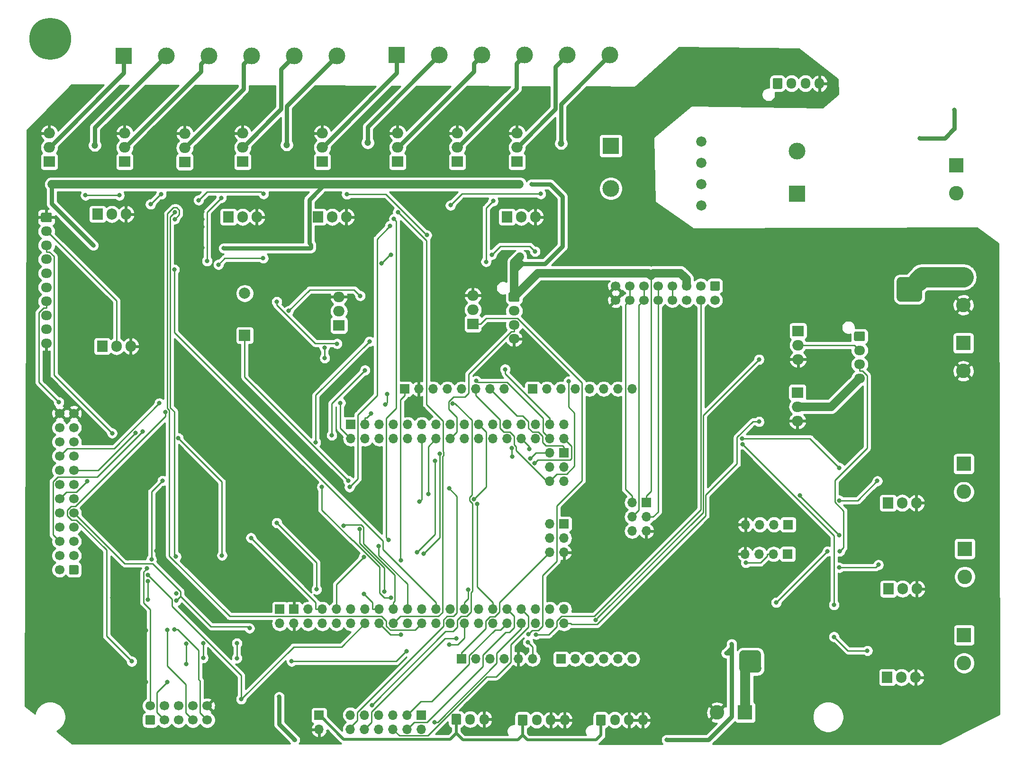
<source format=gbl>
G04 #@! TF.GenerationSoftware,KiCad,Pcbnew,(5.1.0)-1*
G04 #@! TF.CreationDate,2022-05-17T16:18:03+10:00*
G04 #@! TF.ProjectId,mainPCB_v0.92,6d61696e-5043-4425-9f76-302e39322e6b,rev?*
G04 #@! TF.SameCoordinates,Original*
G04 #@! TF.FileFunction,Copper,L2,Bot*
G04 #@! TF.FilePolarity,Positive*
%FSLAX46Y46*%
G04 Gerber Fmt 4.6, Leading zero omitted, Abs format (unit mm)*
G04 Created by KiCad (PCBNEW (5.1.0)-1) date 2022-05-17 16:18:03*
%MOMM*%
%LPD*%
G04 APERTURE LIST*
%ADD10R,1.700000X1.700000*%
%ADD11O,1.700000X1.700000*%
%ADD12C,0.100000*%
%ADD13C,1.700000*%
%ADD14O,2.000000X1.905000*%
%ADD15R,2.000000X1.905000*%
%ADD16C,2.600000*%
%ADD17R,2.600000X2.600000*%
%ADD18C,1.830000*%
%ADD19O,1.905000X2.000000*%
%ADD20R,1.905000X2.000000*%
%ADD21R,2.000000X2.000000*%
%ADD22C,2.000000*%
%ADD23O,1.950000X1.700000*%
%ADD24O,1.700000X1.950000*%
%ADD25R,3.000000X3.000000*%
%ADD26C,3.000000*%
%ADD27C,7.500000*%
%ADD28C,0.800000*%
%ADD29C,1.200000*%
%ADD30C,0.250000*%
%ADD31C,1.500000*%
%ADD32C,0.500000*%
%ADD33C,0.800000*%
%ADD34C,3.600000*%
%ADD35C,1.800000*%
%ADD36C,0.254000*%
G04 APERTURE END LIST*
D10*
X137858500Y-92837000D03*
D11*
X135318500Y-92837000D03*
X132778500Y-92837000D03*
X130238500Y-92837000D03*
D12*
G36*
X10848004Y-100053204D02*
G01*
X10872273Y-100056804D01*
X10896071Y-100062765D01*
X10919171Y-100071030D01*
X10941349Y-100081520D01*
X10962393Y-100094133D01*
X10982098Y-100108747D01*
X11000277Y-100125223D01*
X11016753Y-100143402D01*
X11031367Y-100163107D01*
X11043980Y-100184151D01*
X11054470Y-100206329D01*
X11062735Y-100229429D01*
X11068696Y-100253227D01*
X11072296Y-100277496D01*
X11073500Y-100302000D01*
X11073500Y-101502000D01*
X11072296Y-101526504D01*
X11068696Y-101550773D01*
X11062735Y-101574571D01*
X11054470Y-101597671D01*
X11043980Y-101619849D01*
X11031367Y-101640893D01*
X11016753Y-101660598D01*
X11000277Y-101678777D01*
X10982098Y-101695253D01*
X10962393Y-101709867D01*
X10941349Y-101722480D01*
X10919171Y-101732970D01*
X10896071Y-101741235D01*
X10872273Y-101747196D01*
X10848004Y-101750796D01*
X10823500Y-101752000D01*
X9623500Y-101752000D01*
X9598996Y-101750796D01*
X9574727Y-101747196D01*
X9550929Y-101741235D01*
X9527829Y-101732970D01*
X9505651Y-101722480D01*
X9484607Y-101709867D01*
X9464902Y-101695253D01*
X9446723Y-101678777D01*
X9430247Y-101660598D01*
X9415633Y-101640893D01*
X9403020Y-101619849D01*
X9392530Y-101597671D01*
X9384265Y-101574571D01*
X9378304Y-101550773D01*
X9374704Y-101526504D01*
X9373500Y-101502000D01*
X9373500Y-100302000D01*
X9374704Y-100277496D01*
X9378304Y-100253227D01*
X9384265Y-100229429D01*
X9392530Y-100206329D01*
X9403020Y-100184151D01*
X9415633Y-100163107D01*
X9430247Y-100143402D01*
X9446723Y-100125223D01*
X9464902Y-100108747D01*
X9484607Y-100094133D01*
X9505651Y-100081520D01*
X9527829Y-100071030D01*
X9550929Y-100062765D01*
X9574727Y-100056804D01*
X9598996Y-100053204D01*
X9623500Y-100052000D01*
X10823500Y-100052000D01*
X10848004Y-100053204D01*
X10848004Y-100053204D01*
G37*
D13*
X10223500Y-100902000D03*
X10223500Y-98362000D03*
X10223500Y-95822000D03*
X10223500Y-93282000D03*
X10223500Y-90742000D03*
X10223500Y-88202000D03*
X10223500Y-85662000D03*
X10223500Y-83122000D03*
X10223500Y-80582000D03*
X10223500Y-78042000D03*
X10223500Y-75502000D03*
X10223500Y-72962000D03*
X7683500Y-100902000D03*
X7683500Y-98362000D03*
X7683500Y-95822000D03*
X7683500Y-93282000D03*
X7683500Y-90742000D03*
X7683500Y-88202000D03*
X7683500Y-85662000D03*
X7683500Y-83122000D03*
X7683500Y-80582000D03*
X7683500Y-78042000D03*
X7683500Y-75502000D03*
X7683500Y-72962000D03*
D10*
X137794500Y-98107500D03*
D11*
X135254500Y-98107500D03*
X132714500Y-98107500D03*
X130174500Y-98107500D03*
D14*
X81534000Y-51879500D03*
X81534000Y-54419500D03*
D15*
X81534000Y-56959500D03*
D16*
X169228000Y-86978500D03*
D17*
X169228000Y-81978500D03*
D18*
X122386000Y-24384000D03*
X122386000Y-28194000D03*
X122386000Y-32004000D03*
X122386000Y-35814000D03*
D16*
X125175000Y-126428000D03*
D17*
X130175000Y-126428000D03*
X169418000Y-97155000D03*
D16*
X169418000Y-102155000D03*
D17*
X167894000Y-28575000D03*
D16*
X167894000Y-33575000D03*
D17*
X169164000Y-48577500D03*
D16*
X169164000Y-53577500D03*
X169164000Y-65388500D03*
D17*
X169164000Y-60388500D03*
D10*
X54038500Y-126936000D03*
D11*
X54038500Y-129476000D03*
D14*
X57594500Y-52133500D03*
X57594500Y-54673500D03*
D15*
X57594500Y-57213500D03*
X54610000Y-27940000D03*
D14*
X54610000Y-25400000D03*
X54610000Y-22860000D03*
D15*
X5842000Y-27940000D03*
D14*
X5842000Y-25400000D03*
X5842000Y-22860000D03*
D19*
X58928000Y-37846000D03*
X56388000Y-37846000D03*
D20*
X53848000Y-37846000D03*
D19*
X160782000Y-88963500D03*
X158242000Y-88963500D03*
D20*
X155702000Y-88963500D03*
D19*
X19558000Y-37338000D03*
X17018000Y-37338000D03*
D20*
X14478000Y-37338000D03*
D15*
X68072000Y-27940000D03*
D14*
X68072000Y-25400000D03*
X68072000Y-22860000D03*
D15*
X19304000Y-27940000D03*
D14*
X19304000Y-25400000D03*
X19304000Y-22860000D03*
D15*
X78740000Y-27940000D03*
D14*
X78740000Y-25400000D03*
X78740000Y-22860000D03*
X30035500Y-22923500D03*
X30035500Y-25463500D03*
D15*
X30035500Y-28003500D03*
X89408000Y-27940000D03*
D14*
X89408000Y-25400000D03*
X89408000Y-22860000D03*
D15*
X40386000Y-27940000D03*
D14*
X40386000Y-25400000D03*
X40386000Y-22860000D03*
D20*
X87630000Y-37846000D03*
D19*
X90170000Y-37846000D03*
X92710000Y-37846000D03*
X42926000Y-37846000D03*
X40386000Y-37846000D03*
D20*
X37846000Y-37846000D03*
X155766000Y-104330000D03*
D19*
X158306000Y-104330000D03*
X160846000Y-104330000D03*
D20*
X155575000Y-120142000D03*
D19*
X158115000Y-120142000D03*
X160655000Y-120142000D03*
D14*
X139636000Y-63309500D03*
X139636000Y-60769500D03*
D15*
X139636000Y-58229500D03*
X139510000Y-69215000D03*
D14*
X139510000Y-71755000D03*
X139510000Y-74295000D03*
D17*
X169291000Y-112586000D03*
D16*
X169291000Y-117586000D03*
D21*
X40767000Y-58991500D03*
D22*
X40767000Y-51491500D03*
D23*
X5334000Y-60412000D03*
X5334000Y-57912000D03*
X5334000Y-55412000D03*
X5334000Y-52912000D03*
X5334000Y-50412000D03*
X5334000Y-47912000D03*
X5334000Y-45412000D03*
X5334000Y-42912000D03*
X5334000Y-40412000D03*
D12*
G36*
X6083504Y-37063204D02*
G01*
X6107773Y-37066804D01*
X6131571Y-37072765D01*
X6154671Y-37081030D01*
X6176849Y-37091520D01*
X6197893Y-37104133D01*
X6217598Y-37118747D01*
X6235777Y-37135223D01*
X6252253Y-37153402D01*
X6266867Y-37173107D01*
X6279480Y-37194151D01*
X6289970Y-37216329D01*
X6298235Y-37239429D01*
X6304196Y-37263227D01*
X6307796Y-37287496D01*
X6309000Y-37312000D01*
X6309000Y-38512000D01*
X6307796Y-38536504D01*
X6304196Y-38560773D01*
X6298235Y-38584571D01*
X6289970Y-38607671D01*
X6279480Y-38629849D01*
X6266867Y-38650893D01*
X6252253Y-38670598D01*
X6235777Y-38688777D01*
X6217598Y-38705253D01*
X6197893Y-38719867D01*
X6176849Y-38732480D01*
X6154671Y-38742970D01*
X6131571Y-38751235D01*
X6107773Y-38757196D01*
X6083504Y-38760796D01*
X6059000Y-38762000D01*
X4609000Y-38762000D01*
X4584496Y-38760796D01*
X4560227Y-38757196D01*
X4536429Y-38751235D01*
X4513329Y-38742970D01*
X4491151Y-38732480D01*
X4470107Y-38719867D01*
X4450402Y-38705253D01*
X4432223Y-38688777D01*
X4415747Y-38670598D01*
X4401133Y-38650893D01*
X4388520Y-38629849D01*
X4378030Y-38607671D01*
X4369765Y-38584571D01*
X4363804Y-38560773D01*
X4360204Y-38536504D01*
X4359000Y-38512000D01*
X4359000Y-37312000D01*
X4360204Y-37287496D01*
X4363804Y-37263227D01*
X4369765Y-37239429D01*
X4378030Y-37216329D01*
X4388520Y-37194151D01*
X4401133Y-37173107D01*
X4415747Y-37153402D01*
X4432223Y-37135223D01*
X4450402Y-37118747D01*
X4470107Y-37104133D01*
X4491151Y-37091520D01*
X4513329Y-37081030D01*
X4536429Y-37072765D01*
X4560227Y-37066804D01*
X4584496Y-37063204D01*
X4609000Y-37062000D01*
X6059000Y-37062000D01*
X6083504Y-37063204D01*
X6083504Y-37063204D01*
G37*
D13*
X5334000Y-37912000D03*
D12*
G36*
X136578004Y-12996204D02*
G01*
X136602273Y-12999804D01*
X136626071Y-13005765D01*
X136649171Y-13014030D01*
X136671349Y-13024520D01*
X136692393Y-13037133D01*
X136712098Y-13051747D01*
X136730277Y-13068223D01*
X136746753Y-13086402D01*
X136761367Y-13106107D01*
X136773980Y-13127151D01*
X136784470Y-13149329D01*
X136792735Y-13172429D01*
X136798696Y-13196227D01*
X136802296Y-13220496D01*
X136803500Y-13245000D01*
X136803500Y-14695000D01*
X136802296Y-14719504D01*
X136798696Y-14743773D01*
X136792735Y-14767571D01*
X136784470Y-14790671D01*
X136773980Y-14812849D01*
X136761367Y-14833893D01*
X136746753Y-14853598D01*
X136730277Y-14871777D01*
X136712098Y-14888253D01*
X136692393Y-14902867D01*
X136671349Y-14915480D01*
X136649171Y-14925970D01*
X136626071Y-14934235D01*
X136602273Y-14940196D01*
X136578004Y-14943796D01*
X136553500Y-14945000D01*
X135353500Y-14945000D01*
X135328996Y-14943796D01*
X135304727Y-14940196D01*
X135280929Y-14934235D01*
X135257829Y-14925970D01*
X135235651Y-14915480D01*
X135214607Y-14902867D01*
X135194902Y-14888253D01*
X135176723Y-14871777D01*
X135160247Y-14853598D01*
X135145633Y-14833893D01*
X135133020Y-14812849D01*
X135122530Y-14790671D01*
X135114265Y-14767571D01*
X135108304Y-14743773D01*
X135104704Y-14719504D01*
X135103500Y-14695000D01*
X135103500Y-13245000D01*
X135104704Y-13220496D01*
X135108304Y-13196227D01*
X135114265Y-13172429D01*
X135122530Y-13149329D01*
X135133020Y-13127151D01*
X135145633Y-13106107D01*
X135160247Y-13086402D01*
X135176723Y-13068223D01*
X135194902Y-13051747D01*
X135214607Y-13037133D01*
X135235651Y-13024520D01*
X135257829Y-13014030D01*
X135280929Y-13005765D01*
X135304727Y-12999804D01*
X135328996Y-12996204D01*
X135353500Y-12995000D01*
X136553500Y-12995000D01*
X136578004Y-12996204D01*
X136578004Y-12996204D01*
G37*
D13*
X135953500Y-13970000D03*
D24*
X138453500Y-13970000D03*
X140953500Y-13970000D03*
X143453500Y-13970000D03*
D23*
X88900000Y-59633500D03*
X88900000Y-57133500D03*
X88900000Y-54633500D03*
D12*
G36*
X89649504Y-51284704D02*
G01*
X89673773Y-51288304D01*
X89697571Y-51294265D01*
X89720671Y-51302530D01*
X89742849Y-51313020D01*
X89763893Y-51325633D01*
X89783598Y-51340247D01*
X89801777Y-51356723D01*
X89818253Y-51374902D01*
X89832867Y-51394607D01*
X89845480Y-51415651D01*
X89855970Y-51437829D01*
X89864235Y-51460929D01*
X89870196Y-51484727D01*
X89873796Y-51508996D01*
X89875000Y-51533500D01*
X89875000Y-52733500D01*
X89873796Y-52758004D01*
X89870196Y-52782273D01*
X89864235Y-52806071D01*
X89855970Y-52829171D01*
X89845480Y-52851349D01*
X89832867Y-52872393D01*
X89818253Y-52892098D01*
X89801777Y-52910277D01*
X89783598Y-52926753D01*
X89763893Y-52941367D01*
X89742849Y-52953980D01*
X89720671Y-52964470D01*
X89697571Y-52972735D01*
X89673773Y-52978696D01*
X89649504Y-52982296D01*
X89625000Y-52983500D01*
X88175000Y-52983500D01*
X88150496Y-52982296D01*
X88126227Y-52978696D01*
X88102429Y-52972735D01*
X88079329Y-52964470D01*
X88057151Y-52953980D01*
X88036107Y-52941367D01*
X88016402Y-52926753D01*
X87998223Y-52910277D01*
X87981747Y-52892098D01*
X87967133Y-52872393D01*
X87954520Y-52851349D01*
X87944030Y-52829171D01*
X87935765Y-52806071D01*
X87929804Y-52782273D01*
X87926204Y-52758004D01*
X87925000Y-52733500D01*
X87925000Y-51533500D01*
X87926204Y-51508996D01*
X87929804Y-51484727D01*
X87935765Y-51460929D01*
X87944030Y-51437829D01*
X87954520Y-51415651D01*
X87967133Y-51394607D01*
X87981747Y-51374902D01*
X87998223Y-51356723D01*
X88016402Y-51340247D01*
X88036107Y-51325633D01*
X88057151Y-51313020D01*
X88079329Y-51302530D01*
X88102429Y-51294265D01*
X88126227Y-51288304D01*
X88150496Y-51284704D01*
X88175000Y-51283500D01*
X89625000Y-51283500D01*
X89649504Y-51284704D01*
X89649504Y-51284704D01*
G37*
D13*
X88900000Y-52133500D03*
D23*
X150622000Y-66682000D03*
X150622000Y-64182000D03*
X150622000Y-61682000D03*
D12*
G36*
X151371504Y-58333204D02*
G01*
X151395773Y-58336804D01*
X151419571Y-58342765D01*
X151442671Y-58351030D01*
X151464849Y-58361520D01*
X151485893Y-58374133D01*
X151505598Y-58388747D01*
X151523777Y-58405223D01*
X151540253Y-58423402D01*
X151554867Y-58443107D01*
X151567480Y-58464151D01*
X151577970Y-58486329D01*
X151586235Y-58509429D01*
X151592196Y-58533227D01*
X151595796Y-58557496D01*
X151597000Y-58582000D01*
X151597000Y-59782000D01*
X151595796Y-59806504D01*
X151592196Y-59830773D01*
X151586235Y-59854571D01*
X151577970Y-59877671D01*
X151567480Y-59899849D01*
X151554867Y-59920893D01*
X151540253Y-59940598D01*
X151523777Y-59958777D01*
X151505598Y-59975253D01*
X151485893Y-59989867D01*
X151464849Y-60002480D01*
X151442671Y-60012970D01*
X151419571Y-60021235D01*
X151395773Y-60027196D01*
X151371504Y-60030796D01*
X151347000Y-60032000D01*
X149897000Y-60032000D01*
X149872496Y-60030796D01*
X149848227Y-60027196D01*
X149824429Y-60021235D01*
X149801329Y-60012970D01*
X149779151Y-60002480D01*
X149758107Y-59989867D01*
X149738402Y-59975253D01*
X149720223Y-59958777D01*
X149703747Y-59940598D01*
X149689133Y-59920893D01*
X149676520Y-59899849D01*
X149666030Y-59877671D01*
X149657765Y-59854571D01*
X149651804Y-59830773D01*
X149648204Y-59806504D01*
X149647000Y-59782000D01*
X149647000Y-58582000D01*
X149648204Y-58557496D01*
X149651804Y-58533227D01*
X149657765Y-58509429D01*
X149666030Y-58486329D01*
X149676520Y-58464151D01*
X149689133Y-58443107D01*
X149703747Y-58423402D01*
X149720223Y-58405223D01*
X149738402Y-58388747D01*
X149758107Y-58374133D01*
X149779151Y-58361520D01*
X149801329Y-58351030D01*
X149824429Y-58342765D01*
X149848227Y-58336804D01*
X149872496Y-58333204D01*
X149897000Y-58332000D01*
X151347000Y-58332000D01*
X151371504Y-58333204D01*
X151371504Y-58333204D01*
G37*
D13*
X150622000Y-59182000D03*
D20*
X15303500Y-60960000D03*
D19*
X17843500Y-60960000D03*
X20383500Y-60960000D03*
D12*
G36*
X105018504Y-126788204D02*
G01*
X105042773Y-126791804D01*
X105066571Y-126797765D01*
X105089671Y-126806030D01*
X105111849Y-126816520D01*
X105132893Y-126829133D01*
X105152598Y-126843747D01*
X105170777Y-126860223D01*
X105187253Y-126878402D01*
X105201867Y-126898107D01*
X105214480Y-126919151D01*
X105224970Y-126941329D01*
X105233235Y-126964429D01*
X105239196Y-126988227D01*
X105242796Y-127012496D01*
X105244000Y-127037000D01*
X105244000Y-128487000D01*
X105242796Y-128511504D01*
X105239196Y-128535773D01*
X105233235Y-128559571D01*
X105224970Y-128582671D01*
X105214480Y-128604849D01*
X105201867Y-128625893D01*
X105187253Y-128645598D01*
X105170777Y-128663777D01*
X105152598Y-128680253D01*
X105132893Y-128694867D01*
X105111849Y-128707480D01*
X105089671Y-128717970D01*
X105066571Y-128726235D01*
X105042773Y-128732196D01*
X105018504Y-128735796D01*
X104994000Y-128737000D01*
X103794000Y-128737000D01*
X103769496Y-128735796D01*
X103745227Y-128732196D01*
X103721429Y-128726235D01*
X103698329Y-128717970D01*
X103676151Y-128707480D01*
X103655107Y-128694867D01*
X103635402Y-128680253D01*
X103617223Y-128663777D01*
X103600747Y-128645598D01*
X103586133Y-128625893D01*
X103573520Y-128604849D01*
X103563030Y-128582671D01*
X103554765Y-128559571D01*
X103548804Y-128535773D01*
X103545204Y-128511504D01*
X103544000Y-128487000D01*
X103544000Y-127037000D01*
X103545204Y-127012496D01*
X103548804Y-126988227D01*
X103554765Y-126964429D01*
X103563030Y-126941329D01*
X103573520Y-126919151D01*
X103586133Y-126898107D01*
X103600747Y-126878402D01*
X103617223Y-126860223D01*
X103635402Y-126843747D01*
X103655107Y-126829133D01*
X103676151Y-126816520D01*
X103698329Y-126806030D01*
X103721429Y-126797765D01*
X103745227Y-126791804D01*
X103769496Y-126788204D01*
X103794000Y-126787000D01*
X104994000Y-126787000D01*
X105018504Y-126788204D01*
X105018504Y-126788204D01*
G37*
D13*
X104394000Y-127762000D03*
D24*
X106894000Y-127762000D03*
X109394000Y-127762000D03*
X111894000Y-127762000D03*
D12*
G36*
X91048504Y-126788204D02*
G01*
X91072773Y-126791804D01*
X91096571Y-126797765D01*
X91119671Y-126806030D01*
X91141849Y-126816520D01*
X91162893Y-126829133D01*
X91182598Y-126843747D01*
X91200777Y-126860223D01*
X91217253Y-126878402D01*
X91231867Y-126898107D01*
X91244480Y-126919151D01*
X91254970Y-126941329D01*
X91263235Y-126964429D01*
X91269196Y-126988227D01*
X91272796Y-127012496D01*
X91274000Y-127037000D01*
X91274000Y-128487000D01*
X91272796Y-128511504D01*
X91269196Y-128535773D01*
X91263235Y-128559571D01*
X91254970Y-128582671D01*
X91244480Y-128604849D01*
X91231867Y-128625893D01*
X91217253Y-128645598D01*
X91200777Y-128663777D01*
X91182598Y-128680253D01*
X91162893Y-128694867D01*
X91141849Y-128707480D01*
X91119671Y-128717970D01*
X91096571Y-128726235D01*
X91072773Y-128732196D01*
X91048504Y-128735796D01*
X91024000Y-128737000D01*
X89824000Y-128737000D01*
X89799496Y-128735796D01*
X89775227Y-128732196D01*
X89751429Y-128726235D01*
X89728329Y-128717970D01*
X89706151Y-128707480D01*
X89685107Y-128694867D01*
X89665402Y-128680253D01*
X89647223Y-128663777D01*
X89630747Y-128645598D01*
X89616133Y-128625893D01*
X89603520Y-128604849D01*
X89593030Y-128582671D01*
X89584765Y-128559571D01*
X89578804Y-128535773D01*
X89575204Y-128511504D01*
X89574000Y-128487000D01*
X89574000Y-127037000D01*
X89575204Y-127012496D01*
X89578804Y-126988227D01*
X89584765Y-126964429D01*
X89593030Y-126941329D01*
X89603520Y-126919151D01*
X89616133Y-126898107D01*
X89630747Y-126878402D01*
X89647223Y-126860223D01*
X89665402Y-126843747D01*
X89685107Y-126829133D01*
X89706151Y-126816520D01*
X89728329Y-126806030D01*
X89751429Y-126797765D01*
X89775227Y-126791804D01*
X89799496Y-126788204D01*
X89824000Y-126787000D01*
X91024000Y-126787000D01*
X91048504Y-126788204D01*
X91048504Y-126788204D01*
G37*
D13*
X90424000Y-127762000D03*
D24*
X92924000Y-127762000D03*
X95424000Y-127762000D03*
X97924000Y-127762000D03*
D25*
X139446000Y-33655000D03*
D26*
X139446000Y-26035000D03*
X26797000Y-9017000D03*
X34417000Y-9017000D03*
D25*
X19177000Y-9017000D03*
D26*
X42037000Y-9017000D03*
X49657000Y-9017000D03*
X57277000Y-9017000D03*
X106045000Y-8890000D03*
X98425000Y-8890000D03*
X90805000Y-8890000D03*
D25*
X67945000Y-8890000D03*
D26*
X83185000Y-8890000D03*
X75565000Y-8890000D03*
X106172000Y-32766000D03*
D25*
X106172000Y-25146000D03*
D12*
G36*
X24500504Y-126913204D02*
G01*
X24524773Y-126916804D01*
X24548571Y-126922765D01*
X24571671Y-126931030D01*
X24593849Y-126941520D01*
X24614893Y-126954133D01*
X24634598Y-126968747D01*
X24652777Y-126985223D01*
X24669253Y-127003402D01*
X24683867Y-127023107D01*
X24696480Y-127044151D01*
X24706970Y-127066329D01*
X24715235Y-127089429D01*
X24721196Y-127113227D01*
X24724796Y-127137496D01*
X24726000Y-127162000D01*
X24726000Y-128362000D01*
X24724796Y-128386504D01*
X24721196Y-128410773D01*
X24715235Y-128434571D01*
X24706970Y-128457671D01*
X24696480Y-128479849D01*
X24683867Y-128500893D01*
X24669253Y-128520598D01*
X24652777Y-128538777D01*
X24634598Y-128555253D01*
X24614893Y-128569867D01*
X24593849Y-128582480D01*
X24571671Y-128592970D01*
X24548571Y-128601235D01*
X24524773Y-128607196D01*
X24500504Y-128610796D01*
X24476000Y-128612000D01*
X23276000Y-128612000D01*
X23251496Y-128610796D01*
X23227227Y-128607196D01*
X23203429Y-128601235D01*
X23180329Y-128592970D01*
X23158151Y-128582480D01*
X23137107Y-128569867D01*
X23117402Y-128555253D01*
X23099223Y-128538777D01*
X23082747Y-128520598D01*
X23068133Y-128500893D01*
X23055520Y-128479849D01*
X23045030Y-128457671D01*
X23036765Y-128434571D01*
X23030804Y-128410773D01*
X23027204Y-128386504D01*
X23026000Y-128362000D01*
X23026000Y-127162000D01*
X23027204Y-127137496D01*
X23030804Y-127113227D01*
X23036765Y-127089429D01*
X23045030Y-127066329D01*
X23055520Y-127044151D01*
X23068133Y-127023107D01*
X23082747Y-127003402D01*
X23099223Y-126985223D01*
X23117402Y-126968747D01*
X23137107Y-126954133D01*
X23158151Y-126941520D01*
X23180329Y-126931030D01*
X23203429Y-126922765D01*
X23227227Y-126916804D01*
X23251496Y-126913204D01*
X23276000Y-126912000D01*
X24476000Y-126912000D01*
X24500504Y-126913204D01*
X24500504Y-126913204D01*
G37*
D13*
X23876000Y-127762000D03*
X26416000Y-127762000D03*
X28956000Y-127762000D03*
X31496000Y-127762000D03*
X34036000Y-127762000D03*
X23876000Y-125222000D03*
X26416000Y-125222000D03*
X28956000Y-125222000D03*
X31496000Y-125222000D03*
X34036000Y-125222000D03*
D12*
G36*
X125402504Y-49316204D02*
G01*
X125426773Y-49319804D01*
X125450571Y-49325765D01*
X125473671Y-49334030D01*
X125495849Y-49344520D01*
X125516893Y-49357133D01*
X125536598Y-49371747D01*
X125554777Y-49388223D01*
X125571253Y-49406402D01*
X125585867Y-49426107D01*
X125598480Y-49447151D01*
X125608970Y-49469329D01*
X125617235Y-49492429D01*
X125623196Y-49516227D01*
X125626796Y-49540496D01*
X125628000Y-49565000D01*
X125628000Y-50765000D01*
X125626796Y-50789504D01*
X125623196Y-50813773D01*
X125617235Y-50837571D01*
X125608970Y-50860671D01*
X125598480Y-50882849D01*
X125585867Y-50903893D01*
X125571253Y-50923598D01*
X125554777Y-50941777D01*
X125536598Y-50958253D01*
X125516893Y-50972867D01*
X125495849Y-50985480D01*
X125473671Y-50995970D01*
X125450571Y-51004235D01*
X125426773Y-51010196D01*
X125402504Y-51013796D01*
X125378000Y-51015000D01*
X124178000Y-51015000D01*
X124153496Y-51013796D01*
X124129227Y-51010196D01*
X124105429Y-51004235D01*
X124082329Y-50995970D01*
X124060151Y-50985480D01*
X124039107Y-50972867D01*
X124019402Y-50958253D01*
X124001223Y-50941777D01*
X123984747Y-50923598D01*
X123970133Y-50903893D01*
X123957520Y-50882849D01*
X123947030Y-50860671D01*
X123938765Y-50837571D01*
X123932804Y-50813773D01*
X123929204Y-50789504D01*
X123928000Y-50765000D01*
X123928000Y-49565000D01*
X123929204Y-49540496D01*
X123932804Y-49516227D01*
X123938765Y-49492429D01*
X123947030Y-49469329D01*
X123957520Y-49447151D01*
X123970133Y-49426107D01*
X123984747Y-49406402D01*
X124001223Y-49388223D01*
X124019402Y-49371747D01*
X124039107Y-49357133D01*
X124060151Y-49344520D01*
X124082329Y-49334030D01*
X124105429Y-49325765D01*
X124129227Y-49319804D01*
X124153496Y-49316204D01*
X124178000Y-49315000D01*
X125378000Y-49315000D01*
X125402504Y-49316204D01*
X125402504Y-49316204D01*
G37*
D13*
X124778000Y-50165000D03*
X122238000Y-50165000D03*
X119698000Y-50165000D03*
X117158000Y-50165000D03*
X114618000Y-50165000D03*
X112078000Y-50165000D03*
X109538000Y-50165000D03*
X106998000Y-50165000D03*
X124778000Y-52705000D03*
X122238000Y-52705000D03*
X119698000Y-52705000D03*
X117158000Y-52705000D03*
X114618000Y-52705000D03*
X112078000Y-52705000D03*
X109538000Y-52705000D03*
X106998000Y-52705000D03*
D12*
G36*
X79174004Y-126661204D02*
G01*
X79198273Y-126664804D01*
X79222071Y-126670765D01*
X79245171Y-126679030D01*
X79267349Y-126689520D01*
X79288393Y-126702133D01*
X79308098Y-126716747D01*
X79326277Y-126733223D01*
X79342753Y-126751402D01*
X79357367Y-126771107D01*
X79369980Y-126792151D01*
X79380470Y-126814329D01*
X79388735Y-126837429D01*
X79394696Y-126861227D01*
X79398296Y-126885496D01*
X79399500Y-126910000D01*
X79399500Y-128360000D01*
X79398296Y-128384504D01*
X79394696Y-128408773D01*
X79388735Y-128432571D01*
X79380470Y-128455671D01*
X79369980Y-128477849D01*
X79357367Y-128498893D01*
X79342753Y-128518598D01*
X79326277Y-128536777D01*
X79308098Y-128553253D01*
X79288393Y-128567867D01*
X79267349Y-128580480D01*
X79245171Y-128590970D01*
X79222071Y-128599235D01*
X79198273Y-128605196D01*
X79174004Y-128608796D01*
X79149500Y-128610000D01*
X77949500Y-128610000D01*
X77924996Y-128608796D01*
X77900727Y-128605196D01*
X77876929Y-128599235D01*
X77853829Y-128590970D01*
X77831651Y-128580480D01*
X77810607Y-128567867D01*
X77790902Y-128553253D01*
X77772723Y-128536777D01*
X77756247Y-128518598D01*
X77741633Y-128498893D01*
X77729020Y-128477849D01*
X77718530Y-128455671D01*
X77710265Y-128432571D01*
X77704304Y-128408773D01*
X77700704Y-128384504D01*
X77699500Y-128360000D01*
X77699500Y-126910000D01*
X77700704Y-126885496D01*
X77704304Y-126861227D01*
X77710265Y-126837429D01*
X77718530Y-126814329D01*
X77729020Y-126792151D01*
X77741633Y-126771107D01*
X77756247Y-126751402D01*
X77772723Y-126733223D01*
X77790902Y-126716747D01*
X77810607Y-126702133D01*
X77831651Y-126689520D01*
X77853829Y-126679030D01*
X77876929Y-126670765D01*
X77900727Y-126664804D01*
X77924996Y-126661204D01*
X77949500Y-126660000D01*
X79149500Y-126660000D01*
X79174004Y-126661204D01*
X79174004Y-126661204D01*
G37*
D13*
X78549500Y-127635000D03*
D24*
X81049500Y-127635000D03*
X83549500Y-127635000D03*
D10*
X97282000Y-116840000D03*
D11*
X99822000Y-116840000D03*
X102362000Y-116840000D03*
X104902000Y-116840000D03*
X107442000Y-116840000D03*
X109982000Y-116840000D03*
D10*
X92202000Y-68580000D03*
D11*
X94742000Y-68580000D03*
X97282000Y-68580000D03*
X99822000Y-68580000D03*
X102362000Y-68580000D03*
X104902000Y-68580000D03*
X107442000Y-68580000D03*
X109982000Y-68580000D03*
X87122000Y-68580000D03*
X84582000Y-68580000D03*
X82042000Y-68580000D03*
X79502000Y-68580000D03*
X76962000Y-68580000D03*
X74422000Y-68580000D03*
X71882000Y-68580000D03*
D10*
X69342000Y-68580000D03*
D11*
X92202000Y-116840000D03*
X89662000Y-116840000D03*
X87122000Y-116840000D03*
X84582000Y-116840000D03*
X82042000Y-116840000D03*
D10*
X79502000Y-116840000D03*
D27*
X6000000Y-6000000D03*
D10*
X72326500Y-126873000D03*
D11*
X72326500Y-129413000D03*
X69786500Y-126873000D03*
X69786500Y-129413000D03*
X67246500Y-126873000D03*
X67246500Y-129413000D03*
X64706500Y-126873000D03*
X64706500Y-129413000D03*
X62166500Y-126873000D03*
X62166500Y-129413000D03*
X59626500Y-126873000D03*
X59626500Y-129413000D03*
D10*
X49539500Y-107950000D03*
D11*
X49539500Y-110490000D03*
X52079500Y-107950000D03*
X52079500Y-110490000D03*
X54619500Y-107950000D03*
X54619500Y-110490000D03*
X57159500Y-107950000D03*
X57159500Y-110490000D03*
X59699500Y-107950000D03*
X59699500Y-110490000D03*
X62239500Y-107950000D03*
X62239500Y-110490000D03*
X64779500Y-107950000D03*
X64779500Y-110490000D03*
X67319500Y-107950000D03*
X67319500Y-110490000D03*
X69859500Y-107950000D03*
X69859500Y-110490000D03*
X72399500Y-107950000D03*
X72399500Y-110490000D03*
X74939500Y-107950000D03*
X74939500Y-110490000D03*
X77479500Y-107950000D03*
X77479500Y-110490000D03*
X80019500Y-107950000D03*
X80019500Y-110490000D03*
X82559500Y-107950000D03*
X82559500Y-110490000D03*
X85099500Y-107950000D03*
X85099500Y-110490000D03*
X87639500Y-107950000D03*
X87639500Y-110490000D03*
X90179500Y-107950000D03*
X90179500Y-110490000D03*
X92719500Y-107950000D03*
X92719500Y-110490000D03*
X95259500Y-107950000D03*
X95259500Y-110490000D03*
X97799500Y-107950000D03*
X97799500Y-110490000D03*
D10*
X97799500Y-92710000D03*
D11*
X95259500Y-92710000D03*
X97799500Y-95250000D03*
X95259500Y-95250000D03*
X97799500Y-97790000D03*
X95259500Y-97790000D03*
X95259500Y-85090000D03*
X97799500Y-85090000D03*
X95259500Y-82550000D03*
X97799500Y-82550000D03*
X95259500Y-80010000D03*
D10*
X97799500Y-80010000D03*
X59699500Y-74930000D03*
D11*
X59699500Y-77470000D03*
X62239500Y-74930000D03*
X62239500Y-77470000D03*
X64779500Y-74930000D03*
X64779500Y-77470000D03*
X67319500Y-74930000D03*
X67319500Y-77470000D03*
X69859500Y-74930000D03*
X69859500Y-77470000D03*
X72399500Y-74930000D03*
X72399500Y-77470000D03*
X74939500Y-74930000D03*
X74939500Y-77470000D03*
X77479500Y-74930000D03*
X77479500Y-77470000D03*
X80019500Y-74930000D03*
X80019500Y-77470000D03*
X82559500Y-74930000D03*
X82559500Y-77470000D03*
X85099500Y-74930000D03*
X85099500Y-77470000D03*
X87639500Y-74930000D03*
X87639500Y-77470000D03*
X90179500Y-74930000D03*
X90179500Y-77470000D03*
X92719500Y-74930000D03*
X92719500Y-77470000D03*
X95259500Y-74930000D03*
X95259500Y-77470000D03*
X97799500Y-74930000D03*
X97799500Y-77470000D03*
D10*
X112522000Y-88900000D03*
D11*
X109982000Y-88900000D03*
X112522000Y-91440000D03*
X109982000Y-91440000D03*
X112522000Y-93980000D03*
X109982000Y-93980000D03*
D10*
X46999500Y-107950000D03*
D11*
X46999500Y-110490000D03*
D28*
X54994800Y-61167300D03*
X55057700Y-63050200D03*
X89916000Y-44958000D03*
X89916000Y-46228000D03*
X92011500Y-32004000D03*
X28194000Y-47244000D03*
X28257500Y-38227000D03*
X28489200Y-98562400D03*
X28321000Y-36957000D03*
X59281700Y-84997700D03*
X68686900Y-99237800D03*
X62024400Y-98632600D03*
X41883400Y-95213900D03*
X92825100Y-112485010D03*
X74676000Y-128143000D03*
X72758400Y-98001700D03*
X75582200Y-80156600D03*
X71587700Y-97776000D03*
X74774400Y-81472900D03*
X41626800Y-111353100D03*
X28511500Y-106426000D03*
X46504200Y-92522900D03*
X53591000Y-104424400D03*
X62027400Y-105197900D03*
X58384900Y-93011200D03*
X61285000Y-93611800D03*
X65661600Y-104830700D03*
X77279500Y-114300000D03*
X36692800Y-98346900D03*
X28884200Y-77383100D03*
X21265900Y-76403500D03*
X130310300Y-99665200D03*
X77315600Y-86377800D03*
X72010000Y-88740100D03*
X73548700Y-87389200D03*
X78593670Y-113187133D03*
X22481500Y-76213700D03*
X53447600Y-78137900D03*
X63040600Y-60099700D03*
X81673000Y-88270700D03*
X28575000Y-105156000D03*
X12612600Y-85068500D03*
X80689700Y-104456400D03*
X82322000Y-89103500D03*
X77930200Y-71176300D03*
X63481900Y-125125200D03*
X65885100Y-71342200D03*
X66214100Y-69504900D03*
X56315600Y-76848200D03*
X62254100Y-65239800D03*
X7545600Y-70941800D03*
X88592100Y-80649300D03*
X88493600Y-79161700D03*
X48575300Y-54639100D03*
X87286900Y-65056300D03*
X61404500Y-51943000D03*
X46504200Y-52999400D03*
X57256300Y-60499900D03*
X82097000Y-67129700D03*
X17070000Y-76494600D03*
X92574700Y-81872600D03*
X147099000Y-97599500D03*
X68647200Y-112538900D03*
X144905800Y-97599500D03*
X135730600Y-106774700D03*
X33337500Y-114046000D03*
X33337500Y-116648000D03*
X26924000Y-120968000D03*
X30289500Y-114110000D03*
X30287500Y-117727006D03*
X23431500Y-102934000D03*
X23457200Y-106273000D03*
X26924000Y-111633000D03*
X28194000Y-111570000D03*
X39370000Y-114046000D03*
X39370000Y-116713000D03*
X26570200Y-72690000D03*
X20574000Y-117284000D03*
X91456100Y-112437900D03*
X161417000Y-23749000D03*
X167576500Y-18732500D03*
X153797000Y-85026500D03*
X147002000Y-88519000D03*
X153988000Y-100012000D03*
X147002000Y-100520000D03*
X146050000Y-112903000D03*
X152019000Y-115380000D03*
X57860500Y-71082900D03*
X63337000Y-72996600D03*
X58991500Y-33782000D03*
X73283749Y-41079929D03*
X65214500Y-46101000D03*
X66929000Y-44577004D03*
X85153500Y-34988500D03*
X83883500Y-45847000D03*
X93662500Y-33718500D03*
X77533500Y-35750500D03*
X129617700Y-77451600D03*
X147002000Y-82677000D03*
X147002000Y-94742000D03*
X139954000Y-87630000D03*
X129746800Y-78496900D03*
X91578300Y-79363700D03*
X146050000Y-107188000D03*
X132652000Y-63309500D03*
X103431766Y-109902623D03*
X132652000Y-74422000D03*
X68135500Y-36957000D03*
X64714900Y-96713900D03*
X66466200Y-95578900D03*
X67437002Y-38163500D03*
X66878200Y-105927700D03*
X54550900Y-86108800D03*
X59482100Y-86125100D03*
X66738500Y-39433498D03*
X98646600Y-67230300D03*
X23490800Y-101871100D03*
X40134000Y-124047000D03*
X25509900Y-71133800D03*
X23312300Y-100692800D03*
X24096000Y-99064300D03*
X26069300Y-85008200D03*
X91819500Y-80993300D03*
X92646500Y-44005500D03*
X84899500Y-44577000D03*
X60510500Y-72371200D03*
X23114000Y-111760000D03*
X21844000Y-111760000D03*
X95440500Y-23304500D03*
X157226000Y-83613500D03*
X160401000Y-64008000D03*
X162433000Y-64008000D03*
X173038000Y-43370500D03*
X173038000Y-44767500D03*
X143383000Y-121602000D03*
X147510000Y-120649500D03*
X139573000Y-124142500D03*
X141542000Y-121602000D03*
X145161000Y-120649500D03*
X139573000Y-122174000D03*
X140779000Y-111125000D03*
X140779000Y-113030000D03*
X127762000Y-110046000D03*
X129222000Y-108268000D03*
X121158000Y-120396000D03*
X122618000Y-120396000D03*
X121158000Y-118808000D03*
X157162000Y-115443000D03*
X157162000Y-114046000D03*
X157416000Y-98615500D03*
X155892000Y-100140000D03*
X155702000Y-85026500D03*
X77025500Y-43307000D03*
X75120500Y-35687000D03*
X33210500Y-36893500D03*
X33210500Y-38290500D03*
X33210500Y-39624000D03*
X33210500Y-43307000D03*
X61277500Y-23685500D03*
X74930000Y-21526500D03*
X85471000Y-23241000D03*
X95440500Y-21653500D03*
X85471000Y-21717000D03*
X74930000Y-23431500D03*
X60579000Y-21463000D03*
X36449000Y-21780500D03*
X36449000Y-23749000D03*
X46228000Y-21844000D03*
X46863000Y-23685500D03*
X26035000Y-21907500D03*
X26035000Y-23622000D03*
X11747500Y-21780500D03*
X12446000Y-23685500D03*
X55054500Y-105156000D03*
X23114000Y-120968000D03*
X21780500Y-120968000D03*
X15049500Y-119126000D03*
X20002500Y-105156000D03*
X19939000Y-98869500D03*
X24955500Y-97536000D03*
X96012000Y-38862000D03*
X96012000Y-37719000D03*
X99123500Y-37782500D03*
X99123500Y-38925500D03*
X118554500Y-91694000D03*
X121856500Y-94424500D03*
X119443500Y-90741500D03*
X122809000Y-93408500D03*
X92964000Y-62103000D03*
X93853000Y-62865000D03*
X95694500Y-59817000D03*
X96583500Y-60579000D03*
X84518500Y-57531000D03*
X84518500Y-59880500D03*
X71882000Y-59753500D03*
X71882000Y-58420000D03*
X74612500Y-58420000D03*
X74612500Y-59753500D03*
X59436000Y-81724500D03*
X62420500Y-81724500D03*
X52832000Y-85153500D03*
X63690500Y-121412000D03*
X76708000Y-129286000D03*
X76808490Y-37465000D03*
X76808490Y-38798500D03*
X17208500Y-103886000D03*
X17145000Y-105918000D03*
D29*
X62738000Y-24574500D03*
X97282000Y-24701500D03*
D28*
X159575500Y-50736500D03*
X159575500Y-52197000D03*
X157988000Y-52197000D03*
X161099500Y-50736500D03*
X161036000Y-52197000D03*
X157988000Y-50736500D03*
X161036000Y-49339500D03*
X157988000Y-49339500D03*
X159512000Y-49339500D03*
X129921000Y-118554000D03*
X129921000Y-117284000D03*
X131128000Y-117284000D03*
X132270000Y-116078000D03*
X132334000Y-118554000D03*
X132334000Y-117284000D03*
X129921000Y-116078000D03*
X131064000Y-116078000D03*
X131128000Y-118554000D03*
X36576000Y-34417000D03*
X34036000Y-45720000D03*
X36068000Y-46355000D03*
X44069000Y-45212000D03*
X32535100Y-34838400D03*
X44132500Y-33718500D03*
X25844500Y-33782000D03*
X23939500Y-35560000D03*
X18351500Y-33972500D03*
X12319000Y-33972500D03*
D29*
X13970000Y-25019000D03*
X48260000Y-24955500D03*
D28*
X49149000Y-117284500D03*
X69659500Y-115443000D03*
X91376500Y-113855500D03*
X127759000Y-114173000D03*
X126809500Y-115824000D03*
X46926500Y-123634000D03*
X49657000Y-131318000D03*
X116147500Y-131312000D03*
X89854500Y-32004000D03*
X79186500Y-32004000D03*
X68580000Y-32004000D03*
X55056500Y-32004000D03*
X40832500Y-32004000D03*
X30672500Y-32004000D03*
X19750500Y-32004000D03*
X6286500Y-32004000D03*
X52578000Y-43370500D03*
X37020500Y-43434000D03*
X13716000Y-42926000D03*
D30*
X55057700Y-63050200D02*
X55057700Y-61230200D01*
X55057700Y-61230200D02*
X54994800Y-61167300D01*
X112522000Y-88900000D02*
X112522000Y-87724700D01*
X112522000Y-87724700D02*
X113348000Y-86898700D01*
X113348000Y-86898700D02*
X113348000Y-48365000D01*
D31*
X88900000Y-47244000D02*
X88900000Y-45974000D01*
X88900000Y-45974000D02*
X89916000Y-44958000D01*
X88900000Y-47307500D02*
X88900000Y-47244000D01*
X88900000Y-52133500D02*
X88900000Y-47307500D01*
D32*
X104394000Y-127762000D02*
X104394000Y-130456000D01*
X104394000Y-130456000D02*
X103538000Y-131312000D01*
X103538000Y-131312000D02*
X91280000Y-131312000D01*
X91280000Y-131312000D02*
X90424000Y-130456000D01*
D33*
X92011500Y-32004000D02*
X95313500Y-32004000D01*
X95313500Y-32004000D02*
X97536000Y-34226500D01*
X97536000Y-34226500D02*
X97536000Y-43116500D01*
X97536000Y-43116500D02*
X94424500Y-46228000D01*
X94424500Y-46228000D02*
X89916000Y-46228000D01*
D31*
X89916000Y-46228000D02*
X88900000Y-47244000D01*
X88900000Y-47244000D02*
X88900000Y-47307500D01*
D32*
X90424000Y-127762000D02*
X90424000Y-130456000D01*
X78549500Y-127635000D02*
X78549500Y-130111500D01*
X79750000Y-131312000D02*
X78549500Y-130111500D01*
X90424000Y-130456000D02*
X89568000Y-131312000D01*
X89568000Y-131312000D02*
X79750000Y-131312000D01*
X58425196Y-131198696D02*
X54162500Y-126936000D01*
X78549500Y-130111500D02*
X77462304Y-131198696D01*
X77462304Y-131198696D02*
X58425196Y-131198696D01*
D31*
X119698000Y-48962900D02*
X119698000Y-50165000D01*
X118614100Y-47879000D02*
X119698000Y-48962900D01*
X113348000Y-48365000D02*
X113834000Y-47879000D01*
X113834000Y-47879000D02*
X118614100Y-47879000D01*
X112862000Y-47879000D02*
X113348000Y-48365000D01*
X88900000Y-52133500D02*
X93154500Y-47879000D01*
X93154500Y-47879000D02*
X112862000Y-47879000D01*
D30*
X74939500Y-106774700D02*
X65440200Y-97275400D01*
X65440200Y-97275400D02*
X65440200Y-95714200D01*
X65440200Y-95714200D02*
X28194000Y-58468000D01*
X28194000Y-58468000D02*
X28194000Y-47244000D01*
X74939500Y-107950000D02*
X74939500Y-106774700D01*
X72399500Y-110490000D02*
X71183600Y-111705900D01*
X71183600Y-111705900D02*
X66792800Y-111705900D01*
X66792800Y-111705900D02*
X66049500Y-110962600D01*
X66049500Y-110962600D02*
X66049500Y-110059200D01*
X66049500Y-110059200D02*
X65210500Y-109220200D01*
X65210500Y-109220200D02*
X38087600Y-109220200D01*
X38087600Y-109220200D02*
X27295500Y-98428100D01*
X27295500Y-98428100D02*
X27295500Y-72389500D01*
X27295500Y-72389500D02*
X26967700Y-72061700D01*
X26967700Y-72061700D02*
X26967700Y-37271200D01*
X26967700Y-37271200D02*
X28061200Y-36177700D01*
X28061200Y-36177700D02*
X28610500Y-36177700D01*
X28610500Y-36177700D02*
X29048700Y-36615900D01*
X29048700Y-36615900D02*
X29048700Y-37435800D01*
X29048700Y-37435800D02*
X28257500Y-38227000D01*
X28321000Y-36957000D02*
X27468200Y-37809800D01*
X27468200Y-37809800D02*
X27468200Y-71925300D01*
X27468200Y-71925300D02*
X28158900Y-72616000D01*
X28158900Y-72616000D02*
X28158900Y-98232100D01*
X28158900Y-98232100D02*
X28489200Y-98562400D01*
X40767000Y-58991500D02*
X40767000Y-66483000D01*
X40767000Y-66483000D02*
X59281700Y-84997700D01*
X69342000Y-69755300D02*
X68600400Y-70496900D01*
X68600400Y-70496900D02*
X68600400Y-99151300D01*
X68600400Y-99151300D02*
X68686900Y-99237800D01*
X57159500Y-107950000D02*
X57159500Y-103497500D01*
X57159500Y-103497500D02*
X62024400Y-98632600D01*
X69342000Y-68580000D02*
X69342000Y-69755300D01*
D31*
X139510000Y-71755000D02*
X145549000Y-71755000D01*
X145549000Y-71755000D02*
X150622000Y-66682000D01*
D30*
X54619500Y-107950000D02*
X53444200Y-107950000D01*
X53444200Y-107950000D02*
X53444200Y-106774700D01*
X53444200Y-106774700D02*
X41883400Y-95213900D01*
X93390785Y-112485010D02*
X92825100Y-112485010D01*
X95096490Y-112485010D02*
X93390785Y-112485010D01*
X122238000Y-90169500D02*
X103187500Y-109220000D01*
X122238000Y-52705000D02*
X122238000Y-90169500D01*
X103187500Y-109220000D02*
X97365800Y-109220000D01*
X97365800Y-109220000D02*
X96520000Y-110065800D01*
X96520000Y-110065800D02*
X96520000Y-111061500D01*
X96520000Y-111061500D02*
X95096490Y-112485010D01*
X69786500Y-126873000D02*
X72199500Y-124460000D01*
X72199500Y-124460000D02*
X74167000Y-124460000D01*
X74167000Y-124460000D02*
X80867000Y-117760000D01*
X80867000Y-117760000D02*
X80867000Y-116276000D01*
X80867000Y-116276000D02*
X85478000Y-111665000D01*
X85478000Y-111665000D02*
X86464500Y-111665000D01*
X86464500Y-111665000D02*
X87639500Y-110490000D01*
X75241685Y-128143000D02*
X74676000Y-128143000D01*
X85757000Y-117627685D02*
X75241685Y-128143000D01*
X85757000Y-115792000D02*
X85757000Y-117627685D01*
X90179500Y-110490000D02*
X90179500Y-111369500D01*
X90179500Y-111369500D02*
X85757000Y-115792000D01*
X75582200Y-80156600D02*
X75582200Y-95177900D01*
X75582200Y-95177900D02*
X72758400Y-98001700D01*
X71587700Y-97776000D02*
X74774400Y-94589300D01*
X74774400Y-94589300D02*
X74774400Y-81472900D01*
X10223500Y-90742000D02*
X19271100Y-99789600D01*
X19271100Y-99789600D02*
X24311900Y-99789600D01*
X24311900Y-99789600D02*
X29308700Y-104786400D01*
X29308700Y-104786400D02*
X29308700Y-105628800D01*
X28511500Y-106426000D02*
X29308700Y-105628800D01*
X41626800Y-111353100D02*
X41332000Y-111058300D01*
X41332000Y-111058300D02*
X41332000Y-111058200D01*
X41332000Y-111058200D02*
X34738100Y-111058200D01*
X34738100Y-111058200D02*
X29308700Y-105628800D01*
X64779500Y-107950000D02*
X63604200Y-107950000D01*
X63604200Y-107950000D02*
X63604200Y-106774700D01*
X63604200Y-106774700D02*
X62027400Y-105197900D01*
X53591000Y-104424400D02*
X53591000Y-99609700D01*
X53591000Y-99609700D02*
X46504200Y-92522900D01*
X67319500Y-106774700D02*
X67603500Y-106490700D01*
X67603500Y-106490700D02*
X67603500Y-101873300D01*
X67603500Y-101873300D02*
X62010300Y-96280100D01*
X62010300Y-96280100D02*
X62010300Y-93311300D01*
X62010300Y-93311300D02*
X61552100Y-92853100D01*
X61552100Y-92853100D02*
X58543000Y-92853100D01*
X58543000Y-92853100D02*
X58384900Y-93011200D01*
X67319500Y-107950000D02*
X67319500Y-106774700D01*
X61285000Y-93611800D02*
X61285000Y-96191700D01*
X61285000Y-96191700D02*
X65661600Y-100568300D01*
X65661600Y-100568300D02*
X65661600Y-104830700D01*
X80019500Y-110490000D02*
X80019500Y-113141685D01*
X78861185Y-114300000D02*
X77845185Y-114300000D01*
X80019500Y-113141685D02*
X78861185Y-114300000D01*
X77845185Y-114300000D02*
X77279500Y-114300000D01*
X28884200Y-77383100D02*
X36692800Y-85191700D01*
X36692800Y-85191700D02*
X36692800Y-98346900D01*
X10223500Y-83122000D02*
X14547400Y-83122000D01*
X14547400Y-83122000D02*
X21265900Y-76403500D01*
X135254500Y-98107500D02*
X134079200Y-98107500D01*
X134079200Y-98107500D02*
X134079200Y-98474800D01*
X134079200Y-98474800D02*
X132888800Y-99665200D01*
X132888800Y-99665200D02*
X130310300Y-99665200D01*
X78694700Y-108630300D02*
X78694700Y-87756900D01*
X78105200Y-109219800D02*
X78694700Y-108630300D01*
X76256800Y-110927800D02*
X76256800Y-109861700D01*
X59626500Y-129095500D02*
X60896500Y-127825500D01*
X76898700Y-109219800D02*
X78105200Y-109219800D01*
X59626500Y-129413000D02*
X59626500Y-129095500D01*
X60896500Y-127825500D02*
X60896500Y-126365000D01*
X60896500Y-126365000D02*
X76263500Y-110998000D01*
X78694700Y-87756900D02*
X77315600Y-86377800D01*
X76263500Y-110998000D02*
X76263500Y-110934500D01*
X76256800Y-109861700D02*
X76898700Y-109219800D01*
X76263500Y-110934500D02*
X76256800Y-110927800D01*
X72399500Y-77470000D02*
X72399500Y-88350600D01*
X72399500Y-88350600D02*
X72010000Y-88740100D01*
X74939500Y-77470000D02*
X73548700Y-78860800D01*
X73548700Y-78860800D02*
X73548700Y-87389200D01*
X88900000Y-109210500D02*
X88489499Y-108799999D01*
X88900000Y-111252000D02*
X88900000Y-109210500D01*
X88074500Y-112077500D02*
X88900000Y-111252000D01*
X71056500Y-128143000D02*
X73341543Y-128143000D01*
X69786500Y-129413000D02*
X71056500Y-128143000D01*
X73341543Y-128143000D02*
X83312000Y-118172543D01*
X83312000Y-118172543D02*
X83312000Y-116141500D01*
X88489499Y-108799999D02*
X87639500Y-107950000D01*
X83312000Y-116141500D02*
X87376000Y-112077500D01*
X87376000Y-112077500D02*
X88074500Y-112077500D01*
X88297000Y-114331500D02*
X91440000Y-111188500D01*
X91440000Y-109210500D02*
X90179500Y-107950000D01*
X68421500Y-130588000D02*
X73458300Y-130588000D01*
X91440000Y-111188500D02*
X91440000Y-109210500D01*
X73458300Y-130588000D02*
X84031300Y-120015000D01*
X67246500Y-129413000D02*
X68421500Y-130588000D01*
X84031300Y-120015000D02*
X85686000Y-120015000D01*
X85686000Y-120015000D02*
X88297000Y-117404000D01*
X88297000Y-117404000D02*
X88297000Y-114331500D01*
X76550867Y-113187133D02*
X78027985Y-113187133D01*
X62166500Y-129413000D02*
X63436500Y-128143000D01*
X78027985Y-113187133D02*
X78593670Y-113187133D01*
X63436500Y-126301500D02*
X76550867Y-113187133D01*
X63436500Y-128143000D02*
X63436500Y-126301500D01*
X7683500Y-95822000D02*
X6508100Y-94646600D01*
X6508100Y-94646600D02*
X6508100Y-85144300D01*
X6508100Y-85144300D02*
X7355000Y-84297400D01*
X7355000Y-84297400D02*
X14397800Y-84297400D01*
X14397800Y-84297400D02*
X22481500Y-76213700D01*
X63040600Y-60099700D02*
X53447600Y-69692700D01*
X53447600Y-69692700D02*
X53447600Y-78137900D01*
X83883500Y-86060200D02*
X81673000Y-88270700D01*
X82559500Y-74930000D02*
X83883500Y-76254000D01*
X83883500Y-76254000D02*
X83883500Y-86060200D01*
X97536000Y-78740000D02*
X97799500Y-79003500D01*
X94551500Y-78740000D02*
X97536000Y-78740000D01*
X93980000Y-78168500D02*
X94551500Y-78740000D01*
X93245100Y-76294600D02*
X93980000Y-77029500D01*
X89408000Y-73406000D02*
X90394800Y-73406000D01*
X97799500Y-79003500D02*
X97799500Y-80010000D01*
X90394800Y-73406000D02*
X91440000Y-74451200D01*
X91440000Y-74451200D02*
X91440000Y-75565000D01*
X93980000Y-77029500D02*
X93980000Y-78168500D01*
X91440000Y-75565000D02*
X92169600Y-76294600D01*
X84582000Y-68580000D02*
X89408000Y-73406000D01*
X92169600Y-76294600D02*
X93245100Y-76294600D01*
X80019500Y-107950000D02*
X80019500Y-106774700D01*
X12612600Y-85068500D02*
X10654500Y-87026600D01*
X10654500Y-87026600D02*
X8858900Y-87026600D01*
X8858900Y-87026600D02*
X7683500Y-88202000D01*
X80019500Y-106774700D02*
X80689700Y-106104500D01*
X80689700Y-106104500D02*
X80689700Y-104456400D01*
X85099500Y-107950000D02*
X85099500Y-106774700D01*
X85099500Y-106774700D02*
X82322000Y-103997200D01*
X82322000Y-103997200D02*
X82322000Y-89103500D01*
X78351800Y-71176300D02*
X77930200Y-71176300D01*
X81343500Y-74168000D02*
X78351800Y-71176300D01*
X81415000Y-89038400D02*
X80947700Y-88571100D01*
X81415000Y-104756900D02*
X81415000Y-89038400D01*
X81222100Y-108448400D02*
X81222100Y-104949800D01*
X80450500Y-109220000D02*
X81222100Y-108448400D01*
X80947700Y-88571100D02*
X80947700Y-87970300D01*
X76656600Y-111950500D02*
X77978000Y-111950500D01*
X63481900Y-125125200D02*
X76656600Y-111950500D01*
X81343500Y-87574500D02*
X81343500Y-74168000D01*
X80947700Y-87970300D02*
X81343500Y-87574500D01*
X77978000Y-111950500D02*
X78740000Y-111188500D01*
X81222100Y-104949800D02*
X81415000Y-104756900D01*
X78740000Y-111188500D02*
X78740000Y-109918500D01*
X78740000Y-109918500D02*
X79438500Y-109220000D01*
X79438500Y-109220000D02*
X80450500Y-109220000D01*
X65885100Y-71342200D02*
X66214100Y-71013200D01*
X66214100Y-71013200D02*
X66214100Y-69504900D01*
X62254100Y-65239800D02*
X56315600Y-71178300D01*
X56315600Y-71178300D02*
X56315600Y-76848200D01*
D33*
X167814000Y-33655000D02*
X167894000Y-33575000D01*
D30*
X109538000Y-52705000D02*
X109538000Y-50165000D01*
X109982000Y-87724700D02*
X108763600Y-86506300D01*
X108763600Y-86506300D02*
X108763600Y-53479400D01*
X108763600Y-53479400D02*
X109538000Y-52705000D01*
X109982000Y-88900000D02*
X109982000Y-87724700D01*
X112078000Y-52705000D02*
X112078000Y-50165000D01*
X109982000Y-91440000D02*
X111157400Y-90264600D01*
X111157400Y-90264600D02*
X111157400Y-53625600D01*
X111157400Y-53625600D02*
X112078000Y-52705000D01*
X114618000Y-52705000D02*
X114618000Y-50165000D01*
X114618000Y-90550500D02*
X114618000Y-52705000D01*
X112522000Y-91440000D02*
X113728500Y-91440000D01*
X113728500Y-91440000D02*
X114618000Y-90550500D01*
X79502000Y-115664700D02*
X79566700Y-115664700D01*
X79566700Y-115664700D02*
X83829500Y-111401900D01*
X83829500Y-111401900D02*
X83829500Y-110059000D01*
X83829500Y-110059000D02*
X84573900Y-109314600D01*
X84573900Y-109314600D02*
X85435900Y-109314600D01*
X85435900Y-109314600D02*
X86274900Y-108475600D01*
X86274900Y-108475600D02*
X86274900Y-106774600D01*
X86274900Y-106774600D02*
X95259500Y-97790000D01*
X79502000Y-116840000D02*
X79502000Y-115664700D01*
X5334000Y-54087300D02*
X4819800Y-54087300D01*
X4819800Y-54087300D02*
X4009400Y-54897700D01*
X4009400Y-54897700D02*
X4009400Y-67405600D01*
X4009400Y-67405600D02*
X7545600Y-70941800D01*
X88493600Y-79161700D02*
X88493600Y-80550800D01*
X88493600Y-80550800D02*
X88592100Y-80649300D01*
X5334000Y-52912000D02*
X5334000Y-54087300D01*
X95259500Y-74930000D02*
X95259500Y-73754700D01*
X95259500Y-73754700D02*
X95178600Y-73754700D01*
X95178600Y-73754700D02*
X87286900Y-65863000D01*
X87286900Y-65863000D02*
X87286900Y-65056300D01*
X48575300Y-54639100D02*
X52369899Y-50844501D01*
X52369899Y-50844501D02*
X60306001Y-50844501D01*
X61004501Y-51543001D02*
X61404500Y-51943000D01*
X60306001Y-50844501D02*
X61004501Y-51543001D01*
X57256300Y-60499900D02*
X57198400Y-60442000D01*
X57198400Y-60442000D02*
X53352500Y-60442000D01*
X53352500Y-60442000D02*
X46504200Y-53593700D01*
X46504200Y-53593700D02*
X46504200Y-52999400D01*
X95259500Y-77470000D02*
X94061200Y-76271700D01*
X94061200Y-76271700D02*
X94061200Y-73840200D01*
X94061200Y-73840200D02*
X87625700Y-67404700D01*
X87625700Y-67404700D02*
X82371900Y-67404700D01*
X82371900Y-67404700D02*
X82371900Y-67404600D01*
X82371900Y-67404600D02*
X82097000Y-67129700D01*
X5334000Y-42912000D02*
X5334000Y-44087300D01*
X17070000Y-76494600D02*
X6658600Y-66083200D01*
X6658600Y-66083200D02*
X6658600Y-44897700D01*
X6658600Y-44897700D02*
X5848200Y-44087300D01*
X5848200Y-44087300D02*
X5334000Y-44087300D01*
X93167300Y-81280000D02*
X92574700Y-81872600D01*
X98869500Y-81280000D02*
X93167300Y-81280000D01*
X99123500Y-81026000D02*
X98869500Y-81280000D01*
X97799500Y-77490000D02*
X99123500Y-78814000D01*
X99123500Y-78814000D02*
X99123500Y-81026000D01*
X88900000Y-58308800D02*
X88900000Y-57133500D01*
X88385800Y-58308800D02*
X88900000Y-58308800D01*
X78682400Y-76267100D02*
X78682400Y-73667900D01*
X80079100Y-70034900D02*
X80772000Y-69342000D01*
X77479500Y-77470000D02*
X78682400Y-76267100D01*
X78682400Y-73667900D02*
X77185800Y-72171300D01*
X80772000Y-65922600D02*
X88385800Y-58308800D01*
X80772000Y-69342000D02*
X80772000Y-65922600D01*
X77185800Y-72171300D02*
X77185800Y-70874000D01*
X77185800Y-70874000D02*
X78024900Y-70034900D01*
X78024900Y-70034900D02*
X80079100Y-70034900D01*
X150622000Y-64182000D02*
X150622000Y-65357300D01*
X147099000Y-97599500D02*
X147777700Y-96920800D01*
X147777700Y-96920800D02*
X147777700Y-90385400D01*
X147777700Y-90385400D02*
X146218300Y-88826000D01*
X146218300Y-88826000D02*
X146218300Y-84908800D01*
X146218300Y-84908800D02*
X151946600Y-79180500D01*
X151946600Y-79180500D02*
X151946600Y-66167700D01*
X151946600Y-66167700D02*
X151136200Y-65357300D01*
X151136200Y-65357300D02*
X150622000Y-65357300D01*
X64779500Y-110490000D02*
X66828400Y-112538900D01*
X66828400Y-112538900D02*
X68647200Y-112538900D01*
X135730600Y-106774700D02*
X144905800Y-97599500D01*
X33337500Y-116648000D02*
X33337500Y-114046000D01*
X26924000Y-120968000D02*
X25051000Y-122840000D01*
X25051000Y-122840000D02*
X25051000Y-126397000D01*
X25051000Y-126397000D02*
X26416000Y-127762000D01*
X30289500Y-114110000D02*
X30289500Y-117725006D01*
X30289500Y-117725006D02*
X30287500Y-117727006D01*
X26924000Y-111633000D02*
X26924000Y-118108800D01*
X26924000Y-118108800D02*
X30226000Y-121410800D01*
X30226000Y-121410800D02*
X30226000Y-126492000D01*
X30226000Y-126492000D02*
X31496000Y-127762000D01*
X23457200Y-106273000D02*
X23457200Y-102959000D01*
X23457200Y-102959000D02*
X23431500Y-102934000D01*
X28194000Y-111570000D02*
X28811200Y-111570000D01*
X28811200Y-111570000D02*
X32543900Y-115302700D01*
X32543900Y-115302700D02*
X32543900Y-120518600D01*
X32543900Y-120518600D02*
X32766000Y-120740700D01*
X32766000Y-120740700D02*
X32766000Y-126492000D01*
X32766000Y-126492000D02*
X34036000Y-127762000D01*
X39370000Y-116713000D02*
X39370000Y-114046000D01*
X26570200Y-72690000D02*
X26570200Y-73519600D01*
X26570200Y-73519600D02*
X10523200Y-89566600D01*
X10523200Y-89566600D02*
X9697900Y-89566600D01*
X9697900Y-89566600D02*
X9048100Y-90216400D01*
X9048100Y-90216400D02*
X9048100Y-91267600D01*
X9048100Y-91267600D02*
X9792500Y-92012000D01*
X9792500Y-92012000D02*
X10696700Y-92012000D01*
X10696700Y-92012000D02*
X16062000Y-97377300D01*
X16062000Y-97377300D02*
X16062000Y-112772000D01*
X16062000Y-112772000D02*
X20574000Y-117284000D01*
X89519600Y-55950700D02*
X83868100Y-55950700D01*
X101020700Y-67451800D02*
X89519600Y-55950700D01*
X96529500Y-89462000D02*
X101020700Y-84970800D01*
X101020700Y-84970800D02*
X101020700Y-67451800D01*
X92134000Y-111760000D02*
X93218600Y-111760000D01*
X91456100Y-112437900D02*
X92134000Y-111760000D01*
X93218600Y-111760000D02*
X93989500Y-110989100D01*
X93989500Y-110989100D02*
X93989500Y-101899000D01*
X82859300Y-56959500D02*
X81534000Y-56959500D01*
X83868100Y-55950700D02*
X82859300Y-56959500D01*
X93989500Y-101899000D02*
X96529500Y-99359000D01*
X96529500Y-99359000D02*
X96529500Y-89462000D01*
D33*
X165862000Y-23749000D02*
X161417000Y-23749000D01*
X167513000Y-22098000D02*
X165862000Y-23749000D01*
X167576500Y-18732500D02*
X167576500Y-22098000D01*
X167576500Y-22098000D02*
X167513000Y-22098000D01*
D30*
X153797000Y-85026500D02*
X150304000Y-88519000D01*
X150304000Y-88519000D02*
X147002000Y-88519000D01*
X147002000Y-100520000D02*
X153480000Y-100520000D01*
X153480000Y-100520000D02*
X153988000Y-100012000D01*
X152019000Y-115380000D02*
X148526000Y-115380000D01*
X148526000Y-115380000D02*
X146050000Y-112903000D01*
X59699500Y-77470000D02*
X57860500Y-75631000D01*
X57860500Y-75631000D02*
X57860500Y-71082900D01*
X62239500Y-73754700D02*
X62578900Y-73754700D01*
X62578900Y-73754700D02*
X63337000Y-72996600D01*
X62239500Y-74930000D02*
X62239500Y-73754700D01*
X58991500Y-33782000D02*
X65985820Y-33782000D01*
X65985820Y-33782000D02*
X72883750Y-40679930D01*
X72883750Y-40679930D02*
X73283749Y-41079929D01*
X65214500Y-46101000D02*
X66738496Y-44577004D01*
X66738496Y-44577004D02*
X66929000Y-44577004D01*
X83883500Y-45847000D02*
X83883500Y-36258500D01*
X83883500Y-36258500D02*
X85153500Y-34988500D01*
X77933499Y-35350501D02*
X77533500Y-35750500D01*
X93662500Y-33718500D02*
X79565500Y-33718500D01*
X79565500Y-33718500D02*
X77933499Y-35350501D01*
X147002000Y-82677000D02*
X141776600Y-77451600D01*
X141776600Y-77451600D02*
X129617700Y-77451600D01*
X139954000Y-87694000D02*
X139954000Y-87630000D01*
X147002000Y-94742000D02*
X139954000Y-87694000D01*
X146050000Y-94800100D02*
X146050000Y-107188000D01*
X90179500Y-77470000D02*
X91578300Y-78868800D01*
X91578300Y-78868800D02*
X91578300Y-79363700D01*
X129746800Y-78502300D02*
X146050000Y-94805500D01*
X103831765Y-109502624D02*
X103431766Y-109902623D01*
X122688011Y-73273489D02*
X122688011Y-90646378D01*
X132652000Y-63309500D02*
X122688011Y-73273489D01*
X122688011Y-90646378D02*
X103831765Y-109502624D01*
X99001581Y-110490000D02*
X97799500Y-110490000D01*
X99139206Y-110627625D02*
X99001581Y-110490000D01*
X103749260Y-110627625D02*
X99139206Y-110627625D01*
X131552200Y-74422000D02*
X128733900Y-77240300D01*
X132652000Y-74422000D02*
X131552200Y-74422000D01*
X128733900Y-77240300D02*
X128733900Y-81959100D01*
X128733900Y-81959100D02*
X123138022Y-87554978D01*
X123138022Y-87554978D02*
X123138022Y-91238863D01*
X123138022Y-91238863D02*
X103749260Y-110627625D01*
X73215500Y-71334400D02*
X73215500Y-42037000D01*
X73215500Y-42037000D02*
X68135500Y-36957000D01*
X76200000Y-74318900D02*
X73215500Y-71334400D01*
X76200000Y-79748600D02*
X76200000Y-74318900D01*
X76307500Y-79856100D02*
X76200000Y-79748600D01*
X68589500Y-109220000D02*
X75396400Y-109220000D01*
X75396400Y-109220000D02*
X76114900Y-108501500D01*
X67319500Y-110490000D02*
X68589500Y-109220000D01*
X76114900Y-108501500D02*
X76114900Y-80649700D01*
X76114900Y-80649700D02*
X76307500Y-80457100D01*
X76307500Y-80457100D02*
X76307500Y-79856100D01*
X69859500Y-106774700D02*
X69859500Y-103492400D01*
X69859500Y-103492400D02*
X64714900Y-98347800D01*
X64714900Y-98347800D02*
X64714900Y-96713900D01*
X69859500Y-107950000D02*
X69859500Y-106774700D01*
X67837001Y-72023101D02*
X67837001Y-38563499D01*
X67837001Y-38563499D02*
X67437002Y-38163500D01*
X66066201Y-73793901D02*
X67837001Y-72023101D01*
X66066201Y-95178901D02*
X66066201Y-73793901D01*
X66466200Y-95578900D02*
X66066201Y-95178901D01*
X54550900Y-86108800D02*
X54550900Y-90221600D01*
X54550900Y-90221600D02*
X59991800Y-95662500D01*
X59991800Y-95662500D02*
X60081200Y-95662500D01*
X60081200Y-95662500D02*
X64844700Y-100426000D01*
X64844700Y-100426000D02*
X64844700Y-105047600D01*
X64844700Y-105047600D02*
X65724800Y-105927700D01*
X65724800Y-105927700D02*
X66878200Y-105927700D01*
X64397000Y-69763700D02*
X64397000Y-41774998D01*
X64397000Y-41774998D02*
X66338501Y-39833497D01*
X60969500Y-73191200D02*
X64397000Y-69763700D01*
X60969500Y-84637700D02*
X60969500Y-73191200D01*
X66338501Y-39833497D02*
X66738500Y-39433498D01*
X59482100Y-86125100D02*
X60969500Y-84637700D01*
X117158000Y-52705000D02*
X117158000Y-50165000D01*
X98646600Y-71826200D02*
X98646600Y-67230300D01*
X99695000Y-72874600D02*
X98646600Y-71826200D01*
X99695000Y-82399200D02*
X99695000Y-72874600D01*
X98274200Y-83820000D02*
X99695000Y-82399200D01*
X95259500Y-85090000D02*
X96529500Y-83820000D01*
X96529500Y-83820000D02*
X98274200Y-83820000D01*
X82042000Y-69755300D02*
X82042000Y-68580000D01*
X86360000Y-74073300D02*
X82042000Y-69755300D01*
X87026100Y-76294600D02*
X86360000Y-75628500D01*
X88165100Y-76294600D02*
X87026100Y-76294600D01*
X94766400Y-85090000D02*
X89218900Y-79542500D01*
X95259500Y-85090000D02*
X94766400Y-85090000D01*
X89218900Y-79542500D02*
X89218900Y-78861200D01*
X89218900Y-78861200D02*
X88909500Y-78551800D01*
X86360000Y-75628500D02*
X86360000Y-74073300D01*
X88909500Y-78551800D02*
X88909500Y-77039000D01*
X88909500Y-77039000D02*
X88165100Y-76294600D01*
X40134000Y-124047000D02*
X40134000Y-119786800D01*
X40134000Y-119786800D02*
X27786100Y-107438900D01*
X27786100Y-107438900D02*
X27786100Y-106166400D01*
X27786100Y-106166400D02*
X23490800Y-101871100D01*
X49500000Y-114681000D02*
X40134000Y-124047000D01*
X62239500Y-110490000D02*
X58048500Y-114681000D01*
X58048500Y-114681000D02*
X49500000Y-114681000D01*
X25509900Y-71133800D02*
X17426300Y-79217400D01*
X17426300Y-79217400D02*
X9048100Y-79217400D01*
X9048100Y-79217400D02*
X7683500Y-80582000D01*
X23876000Y-125222000D02*
X23876000Y-108003600D01*
X23876000Y-108003600D02*
X22682500Y-106810100D01*
X22682500Y-106810100D02*
X22682500Y-101322600D01*
X22682500Y-101322600D02*
X23312300Y-100692800D01*
X26069300Y-85008200D02*
X24096000Y-86981500D01*
X24096000Y-86981500D02*
X24096000Y-99064300D01*
X95259500Y-80010000D02*
X92802800Y-80010000D01*
X92802800Y-80010000D02*
X91819500Y-80993300D01*
X84899500Y-44577000D02*
X86423500Y-43053000D01*
X86423500Y-43053000D02*
X91694000Y-43053000D01*
X91694000Y-43053000D02*
X92646500Y-44005500D01*
D33*
X67945000Y-8890000D02*
X67945000Y-12112500D01*
X67945000Y-12112500D02*
X54657500Y-25400000D01*
X54657500Y-25400000D02*
X54610000Y-25400000D01*
X75565000Y-8890000D02*
X62738000Y-21717000D01*
X62738000Y-21717000D02*
X62738000Y-24574500D01*
X83185000Y-8890000D02*
X81685000Y-10390000D01*
X81685000Y-10390000D02*
X81685000Y-11834500D01*
X81685000Y-11834500D02*
X68119500Y-25400000D01*
X68119500Y-25400000D02*
X68072000Y-25400000D01*
X90805000Y-8890000D02*
X89305000Y-10390000D01*
X89305000Y-10390000D02*
X89305000Y-14882500D01*
X89305000Y-14882500D02*
X78787500Y-25400000D01*
X78787500Y-25400000D02*
X78740000Y-25400000D01*
X98425000Y-8890000D02*
X96282000Y-11033000D01*
X96282000Y-11033000D02*
X96282000Y-18573500D01*
X96282000Y-18573500D02*
X89455500Y-25400000D01*
X89455500Y-25400000D02*
X89408000Y-25400000D01*
X106045000Y-8890000D02*
X97282000Y-17653000D01*
X97282000Y-17653000D02*
X97282000Y-24701500D01*
D34*
X161798000Y-48577500D02*
X161036000Y-49339500D01*
X169164000Y-48577500D02*
X161798000Y-48577500D01*
D31*
X161036000Y-49339500D02*
X157988000Y-49339500D01*
X157988000Y-49339500D02*
X157988000Y-52197000D01*
X157988000Y-52197000D02*
X161036000Y-52197000D01*
X161036000Y-49339500D02*
X161036000Y-52197000D01*
X157988000Y-50736500D02*
X161099500Y-50736500D01*
D30*
X131064000Y-116078000D02*
X131128000Y-116142000D01*
X132334000Y-117284000D02*
X132270000Y-117284000D01*
D35*
X130175000Y-118237000D02*
X131128000Y-117284000D01*
X130175000Y-126428000D02*
X130175000Y-118237000D01*
D31*
X129921000Y-118554000D02*
X132334000Y-118554000D01*
X132270000Y-118490000D02*
X132334000Y-118554000D01*
X132270000Y-116078000D02*
X132270000Y-118490000D01*
X132270000Y-116078000D02*
X129921000Y-116078000D01*
X129921000Y-116078000D02*
X129921000Y-118554000D01*
D30*
X34036000Y-45720000D02*
X34036000Y-36957000D01*
X34036000Y-36957000D02*
X36576000Y-34417000D01*
X44069000Y-45212000D02*
X37211000Y-45212000D01*
X37211000Y-45212000D02*
X36068000Y-46355000D01*
X44132500Y-33718500D02*
X43732500Y-33318500D01*
X43732500Y-33318500D02*
X34055000Y-33318500D01*
X34055000Y-33318500D02*
X32535100Y-34838400D01*
X23939500Y-35560000D02*
X25717500Y-33782000D01*
X25717500Y-33782000D02*
X25844500Y-33782000D01*
X12319000Y-33972500D02*
X18351500Y-33972500D01*
D33*
X26797000Y-9017000D02*
X13970000Y-21844000D01*
X13970000Y-21844000D02*
X13970000Y-25019000D01*
X34417000Y-9017000D02*
X32917000Y-10517000D01*
X32917000Y-10517000D02*
X32917000Y-11834500D01*
X32917000Y-11834500D02*
X19351500Y-25400000D01*
X19351500Y-25400000D02*
X19304000Y-25400000D01*
X19177000Y-9017000D02*
X19177000Y-12112500D01*
X19177000Y-12112500D02*
X5889500Y-25400000D01*
X5889500Y-25400000D02*
X5842000Y-25400000D01*
X42037000Y-9017000D02*
X40537000Y-10517000D01*
X40537000Y-10517000D02*
X40537000Y-15009500D01*
X40537000Y-15009500D02*
X30083000Y-25463500D01*
X30083000Y-25463500D02*
X30035500Y-25463500D01*
X49657000Y-9017000D02*
X47260000Y-11414000D01*
X47260000Y-11414000D02*
X47260000Y-18573500D01*
X47260000Y-18573500D02*
X40433500Y-25400000D01*
X40433500Y-25400000D02*
X40386000Y-25400000D01*
X57277000Y-9017000D02*
X48260000Y-18034000D01*
X48260000Y-18034000D02*
X48260000Y-24955500D01*
D30*
X49149000Y-117284500D02*
X67818000Y-117284500D01*
X67818000Y-117284500D02*
X69437250Y-115665250D01*
X69437250Y-115665250D02*
X69659500Y-115443000D01*
X92202000Y-114681000D02*
X91776499Y-114255499D01*
X92202000Y-116840000D02*
X92202000Y-114681000D01*
X91776499Y-114255499D02*
X91376500Y-113855500D01*
D33*
X49714500Y-131312000D02*
X46926500Y-128524000D01*
X46926500Y-128524000D02*
X46926500Y-125095000D01*
X46926500Y-125095000D02*
X46926500Y-123634000D01*
X123622000Y-131312000D02*
X116147500Y-131312000D01*
X127759000Y-127175000D02*
X123622000Y-131312000D01*
X127759000Y-114874500D02*
X126809500Y-115824000D01*
X127759000Y-114173000D02*
X127759000Y-114874500D01*
X127692500Y-115824000D02*
X127759000Y-115757500D01*
X126809500Y-115824000D02*
X127692500Y-115824000D01*
X127759000Y-115757500D02*
X127759000Y-127175000D01*
X127759000Y-114173000D02*
X127759000Y-115757500D01*
D31*
X68580000Y-32004000D02*
X79186500Y-32004000D01*
X55056500Y-32004000D02*
X68580000Y-32004000D01*
X40832500Y-32004000D02*
X55056500Y-32004000D01*
X30672500Y-32004000D02*
X40832500Y-32004000D01*
X79186500Y-32004000D02*
X89854500Y-32004000D01*
D33*
X37020500Y-43434000D02*
X52514500Y-43434000D01*
X52514500Y-43434000D02*
X52578000Y-43370500D01*
X6286500Y-32004000D02*
X6286500Y-35496500D01*
X6286500Y-35496500D02*
X13716000Y-42926000D01*
X55056500Y-32004000D02*
X52295500Y-34765000D01*
X52295500Y-34765000D02*
X52295500Y-42522300D01*
X52295500Y-42522300D02*
X52578000Y-42804800D01*
X52578000Y-42804800D02*
X52578000Y-43370500D01*
D31*
X30672500Y-32004000D02*
X19750500Y-32004000D01*
X6286500Y-32004000D02*
X19750500Y-32004000D01*
D30*
X17843500Y-60960000D02*
X17843500Y-52796500D01*
X17843500Y-52796500D02*
X5459000Y-40412000D01*
X5459000Y-40412000D02*
X5334000Y-40412000D01*
X139636000Y-60769500D02*
X149710000Y-60769500D01*
X149710000Y-60769500D02*
X150622000Y-61682000D01*
D36*
G36*
X139770838Y-7746508D02*
G01*
X139791977Y-7753910D01*
X146737505Y-13197703D01*
X146750255Y-13223156D01*
X146810319Y-15865980D01*
X146798827Y-15891925D01*
X144044750Y-18278792D01*
X144021785Y-18287182D01*
X120625343Y-17971014D01*
X120600536Y-17973119D01*
X120581034Y-17978357D01*
X120515449Y-18001705D01*
X120492926Y-18012314D01*
X120476465Y-18024014D01*
X113874238Y-23557310D01*
X113856817Y-23575095D01*
X113840137Y-23602228D01*
X113804395Y-23681104D01*
X113796392Y-23704678D01*
X113793105Y-23736359D01*
X114044907Y-35004513D01*
X114047900Y-35029229D01*
X114059740Y-35061298D01*
X114101956Y-35140696D01*
X114115743Y-35161427D01*
X114140737Y-35184748D01*
X120804574Y-39899727D01*
X120826209Y-39912045D01*
X120839593Y-39917129D01*
X120897603Y-39935496D01*
X120921961Y-39940648D01*
X120936256Y-39941420D01*
X171588968Y-39814630D01*
X171609284Y-39821078D01*
X175436823Y-42537396D01*
X175450624Y-42564065D01*
X175577380Y-126730476D01*
X175577138Y-126731336D01*
X175576481Y-126731941D01*
X165013849Y-132076131D01*
X164997736Y-132079968D01*
X124357969Y-132046698D01*
X124389807Y-132007903D01*
X128334276Y-128063435D01*
X128344463Y-128082494D01*
X128423815Y-128179185D01*
X128520506Y-128258537D01*
X128630820Y-128317502D01*
X128750518Y-128353812D01*
X128875000Y-128366072D01*
X131475000Y-128366072D01*
X131599482Y-128353812D01*
X131719180Y-128317502D01*
X131829494Y-128258537D01*
X131926185Y-128179185D01*
X132005537Y-128082494D01*
X132064502Y-127972180D01*
X132100812Y-127852482D01*
X132113072Y-127728000D01*
X132113072Y-126948701D01*
X142218000Y-126948701D01*
X142218000Y-127497299D01*
X142325026Y-128035354D01*
X142534965Y-128542192D01*
X142839750Y-128998334D01*
X143227666Y-129386250D01*
X143683808Y-129691035D01*
X144190646Y-129900974D01*
X144728701Y-130008000D01*
X145277299Y-130008000D01*
X145815354Y-129900974D01*
X146322192Y-129691035D01*
X146778334Y-129386250D01*
X147166250Y-128998334D01*
X147471035Y-128542192D01*
X147680974Y-128035354D01*
X147788000Y-127497299D01*
X147788000Y-126948701D01*
X147680974Y-126410646D01*
X147471035Y-125903808D01*
X147166250Y-125447666D01*
X146778334Y-125059750D01*
X146322192Y-124754965D01*
X145815354Y-124545026D01*
X145277299Y-124438000D01*
X144728701Y-124438000D01*
X144190646Y-124545026D01*
X143683808Y-124754965D01*
X143227666Y-125059750D01*
X142839750Y-125447666D01*
X142534965Y-125903808D01*
X142325026Y-126410646D01*
X142218000Y-126948701D01*
X132113072Y-126948701D01*
X132113072Y-125128000D01*
X132100812Y-125003518D01*
X132064502Y-124883820D01*
X132005537Y-124773506D01*
X131926185Y-124676815D01*
X131829494Y-124597463D01*
X131719180Y-124538498D01*
X131710000Y-124535713D01*
X131710000Y-119939000D01*
X132265971Y-119939000D01*
X132334000Y-119945700D01*
X132402029Y-119939000D01*
X132402037Y-119939000D01*
X132605507Y-119918960D01*
X132866581Y-119839764D01*
X133107188Y-119711157D01*
X133318081Y-119538081D01*
X133491157Y-119327188D01*
X133590141Y-119142000D01*
X153984428Y-119142000D01*
X153984428Y-121142000D01*
X153996688Y-121266482D01*
X154032998Y-121386180D01*
X154091963Y-121496494D01*
X154171315Y-121593185D01*
X154268006Y-121672537D01*
X154378320Y-121731502D01*
X154498018Y-121767812D01*
X154622500Y-121780072D01*
X156527500Y-121780072D01*
X156651982Y-121767812D01*
X156771680Y-121731502D01*
X156881994Y-121672537D01*
X156978685Y-121593185D01*
X157058037Y-121496494D01*
X157102905Y-121412553D01*
X157228766Y-121515845D01*
X157504552Y-121663255D01*
X157803797Y-121754030D01*
X158115000Y-121784681D01*
X158426204Y-121754030D01*
X158725449Y-121663255D01*
X159001235Y-121515845D01*
X159242963Y-121317463D01*
X159390162Y-121138100D01*
X159545563Y-121323315D01*
X159788077Y-121517969D01*
X160063906Y-121661571D01*
X160282020Y-121732563D01*
X160528000Y-121612594D01*
X160528000Y-120269000D01*
X160782000Y-120269000D01*
X160782000Y-121612594D01*
X161027980Y-121732563D01*
X161246094Y-121661571D01*
X161521923Y-121517969D01*
X161764437Y-121323315D01*
X161964316Y-121085089D01*
X162113879Y-120812446D01*
X162207378Y-120515863D01*
X162080570Y-120269000D01*
X160782000Y-120269000D01*
X160528000Y-120269000D01*
X160508000Y-120269000D01*
X160508000Y-120015000D01*
X160528000Y-120015000D01*
X160528000Y-118671406D01*
X160782000Y-118671406D01*
X160782000Y-120015000D01*
X162080570Y-120015000D01*
X162207378Y-119768137D01*
X162113879Y-119471554D01*
X161964316Y-119198911D01*
X161764437Y-118960685D01*
X161521923Y-118766031D01*
X161246094Y-118622429D01*
X161027980Y-118551437D01*
X160782000Y-118671406D01*
X160528000Y-118671406D01*
X160282020Y-118551437D01*
X160063906Y-118622429D01*
X159788077Y-118766031D01*
X159545563Y-118960685D01*
X159390163Y-119145899D01*
X159242963Y-118966537D01*
X159001234Y-118768155D01*
X158725448Y-118620745D01*
X158426203Y-118529970D01*
X158115000Y-118499319D01*
X157803796Y-118529970D01*
X157504551Y-118620745D01*
X157228765Y-118768155D01*
X157102905Y-118871446D01*
X157058037Y-118787506D01*
X156978685Y-118690815D01*
X156881994Y-118611463D01*
X156771680Y-118552498D01*
X156651982Y-118516188D01*
X156527500Y-118503928D01*
X154622500Y-118503928D01*
X154498018Y-118516188D01*
X154378320Y-118552498D01*
X154268006Y-118611463D01*
X154171315Y-118690815D01*
X154091963Y-118787506D01*
X154032998Y-118897820D01*
X153996688Y-119017518D01*
X153984428Y-119142000D01*
X133590141Y-119142000D01*
X133619764Y-119086581D01*
X133698960Y-118825507D01*
X133725701Y-118554000D01*
X133698960Y-118282493D01*
X133655000Y-118137576D01*
X133655000Y-117395419D01*
X167356000Y-117395419D01*
X167356000Y-117776581D01*
X167430361Y-118150419D01*
X167576225Y-118502566D01*
X167787987Y-118819491D01*
X168057509Y-119089013D01*
X168374434Y-119300775D01*
X168726581Y-119446639D01*
X169100419Y-119521000D01*
X169481581Y-119521000D01*
X169855419Y-119446639D01*
X170207566Y-119300775D01*
X170524491Y-119089013D01*
X170794013Y-118819491D01*
X171005775Y-118502566D01*
X171151639Y-118150419D01*
X171226000Y-117776581D01*
X171226000Y-117395419D01*
X171151639Y-117021581D01*
X171005775Y-116669434D01*
X170794013Y-116352509D01*
X170524491Y-116082987D01*
X170207566Y-115871225D01*
X169855419Y-115725361D01*
X169481581Y-115651000D01*
X169100419Y-115651000D01*
X168726581Y-115725361D01*
X168374434Y-115871225D01*
X168057509Y-116082987D01*
X167787987Y-116352509D01*
X167576225Y-116669434D01*
X167430361Y-117021581D01*
X167356000Y-117395419D01*
X133655000Y-117395419D01*
X133655000Y-116146037D01*
X133661701Y-116078000D01*
X133653282Y-115992515D01*
X133634960Y-115806493D01*
X133555764Y-115545419D01*
X133427157Y-115304812D01*
X133383814Y-115251999D01*
X133254081Y-115093919D01*
X133043188Y-114920843D01*
X132802581Y-114792236D01*
X132541507Y-114713040D01*
X132338037Y-114693000D01*
X132338036Y-114693000D01*
X132270000Y-114686299D01*
X132201963Y-114693000D01*
X129989036Y-114693000D01*
X129921000Y-114686299D01*
X129852963Y-114693000D01*
X129649493Y-114713040D01*
X129388419Y-114792236D01*
X129147812Y-114920843D01*
X128936919Y-115093919D01*
X128794000Y-115268066D01*
X128794000Y-114925335D01*
X128799007Y-114874500D01*
X128794000Y-114823665D01*
X128794000Y-114071061D01*
X128784031Y-114020943D01*
X128779024Y-113970105D01*
X128764196Y-113921223D01*
X128754226Y-113871102D01*
X128734669Y-113823887D01*
X128719841Y-113775007D01*
X128695762Y-113729958D01*
X128676205Y-113682744D01*
X128647814Y-113640254D01*
X128623734Y-113595203D01*
X128591328Y-113555716D01*
X128562937Y-113513226D01*
X128526803Y-113477092D01*
X128494396Y-113437604D01*
X128454908Y-113405197D01*
X128418774Y-113369063D01*
X128376284Y-113340672D01*
X128336797Y-113308266D01*
X128291747Y-113284186D01*
X128249256Y-113255795D01*
X128202039Y-113236237D01*
X128156992Y-113212159D01*
X128108116Y-113197332D01*
X128060898Y-113177774D01*
X128010774Y-113167804D01*
X127961894Y-113152976D01*
X127911058Y-113147969D01*
X127860939Y-113138000D01*
X127809838Y-113138000D01*
X127759000Y-113132993D01*
X127708162Y-113138000D01*
X127657061Y-113138000D01*
X127606943Y-113147969D01*
X127556105Y-113152976D01*
X127507223Y-113167804D01*
X127457102Y-113177774D01*
X127409887Y-113197331D01*
X127361007Y-113212159D01*
X127315958Y-113236238D01*
X127268744Y-113255795D01*
X127226254Y-113284186D01*
X127181203Y-113308266D01*
X127141716Y-113340672D01*
X127099226Y-113369063D01*
X127063092Y-113405197D01*
X127023604Y-113437604D01*
X126991197Y-113477092D01*
X126955063Y-113513226D01*
X126926672Y-113555716D01*
X126894266Y-113595203D01*
X126870186Y-113640253D01*
X126841795Y-113682744D01*
X126822237Y-113729961D01*
X126798159Y-113775008D01*
X126783332Y-113823884D01*
X126763774Y-113871102D01*
X126753804Y-113921226D01*
X126738976Y-113970106D01*
X126733969Y-114020942D01*
X126724000Y-114071061D01*
X126724000Y-114445789D01*
X126149729Y-115020061D01*
X126149726Y-115020063D01*
X126113592Y-115056197D01*
X126074104Y-115088604D01*
X126041697Y-115128092D01*
X126005563Y-115164226D01*
X125977172Y-115206716D01*
X125944766Y-115246203D01*
X125920686Y-115291254D01*
X125892295Y-115333744D01*
X125872738Y-115380958D01*
X125848659Y-115426007D01*
X125833831Y-115474887D01*
X125814274Y-115522102D01*
X125804304Y-115572223D01*
X125789476Y-115621105D01*
X125784469Y-115671943D01*
X125774500Y-115722061D01*
X125774500Y-115773162D01*
X125769493Y-115824000D01*
X125774500Y-115874838D01*
X125774500Y-115925939D01*
X125784469Y-115976057D01*
X125789476Y-116026895D01*
X125804304Y-116075777D01*
X125814274Y-116125898D01*
X125833831Y-116173113D01*
X125848659Y-116221993D01*
X125872738Y-116267042D01*
X125892295Y-116314256D01*
X125920686Y-116356746D01*
X125944766Y-116401797D01*
X125977172Y-116441284D01*
X126005563Y-116483774D01*
X126041697Y-116519908D01*
X126074104Y-116559396D01*
X126113592Y-116591803D01*
X126149726Y-116627937D01*
X126192216Y-116656328D01*
X126231703Y-116688734D01*
X126276754Y-116712814D01*
X126319244Y-116741205D01*
X126366458Y-116760762D01*
X126411507Y-116784841D01*
X126460387Y-116799669D01*
X126507602Y-116819226D01*
X126557723Y-116829196D01*
X126606605Y-116844024D01*
X126657443Y-116849031D01*
X126707561Y-116859000D01*
X126724000Y-116859000D01*
X126724001Y-125347703D01*
X126524224Y-125258381D01*
X125354605Y-126428000D01*
X125368748Y-126442143D01*
X125189143Y-126621748D01*
X125175000Y-126607605D01*
X124005381Y-127777224D01*
X124137317Y-128072312D01*
X124478045Y-128243159D01*
X124845557Y-128344250D01*
X125107151Y-128363139D01*
X123193290Y-130277000D01*
X116045561Y-130277000D01*
X115995443Y-130286969D01*
X115944605Y-130291976D01*
X115895723Y-130306804D01*
X115845602Y-130316774D01*
X115798387Y-130336331D01*
X115749507Y-130351159D01*
X115704458Y-130375238D01*
X115657244Y-130394795D01*
X115614754Y-130423186D01*
X115569703Y-130447266D01*
X115530216Y-130479672D01*
X115487726Y-130508063D01*
X115451592Y-130544197D01*
X115412104Y-130576604D01*
X115379697Y-130616092D01*
X115343563Y-130652226D01*
X115315172Y-130694716D01*
X115282766Y-130734203D01*
X115258686Y-130779254D01*
X115230295Y-130821744D01*
X115210738Y-130868958D01*
X115186659Y-130914007D01*
X115171831Y-130962887D01*
X115152274Y-131010102D01*
X115142304Y-131060223D01*
X115127476Y-131109105D01*
X115122469Y-131159943D01*
X115112500Y-131210061D01*
X115112500Y-131261162D01*
X115107493Y-131312000D01*
X115112500Y-131362838D01*
X115112500Y-131413939D01*
X115122469Y-131464057D01*
X115127476Y-131514895D01*
X115142304Y-131563777D01*
X115152274Y-131613898D01*
X115171831Y-131661113D01*
X115186659Y-131709993D01*
X115210738Y-131755042D01*
X115230295Y-131802256D01*
X115258686Y-131844746D01*
X115282766Y-131889797D01*
X115315172Y-131929284D01*
X115343563Y-131971774D01*
X115379697Y-132007908D01*
X115405516Y-132039369D01*
X104058052Y-132030079D01*
X104166817Y-131940817D01*
X104194534Y-131907044D01*
X104989049Y-131112530D01*
X105022817Y-131084817D01*
X105050533Y-131051046D01*
X105133411Y-130950059D01*
X105133688Y-130949540D01*
X105215589Y-130796313D01*
X105266195Y-130629490D01*
X105279000Y-130499477D01*
X105279000Y-130499469D01*
X105283281Y-130456000D01*
X105279000Y-130412531D01*
X105279000Y-129324110D01*
X105333850Y-129307472D01*
X105487386Y-129225405D01*
X105621962Y-129114962D01*
X105732405Y-128980386D01*
X105786777Y-128878663D01*
X105838866Y-128942134D01*
X106064987Y-129127706D01*
X106322967Y-129265599D01*
X106602890Y-129350513D01*
X106894000Y-129379185D01*
X107185111Y-129350513D01*
X107465034Y-129265599D01*
X107723014Y-129127706D01*
X107949134Y-128942134D01*
X108134706Y-128716014D01*
X108148462Y-128690278D01*
X108304951Y-128896429D01*
X108522807Y-129089496D01*
X108774142Y-129236352D01*
X109037110Y-129328476D01*
X109267000Y-129207155D01*
X109267000Y-127889000D01*
X109521000Y-127889000D01*
X109521000Y-129207155D01*
X109750890Y-129328476D01*
X110013858Y-129236352D01*
X110265193Y-129089496D01*
X110483049Y-128896429D01*
X110644000Y-128684400D01*
X110804951Y-128896429D01*
X111022807Y-129089496D01*
X111274142Y-129236352D01*
X111537110Y-129328476D01*
X111767000Y-129207155D01*
X111767000Y-127889000D01*
X112021000Y-127889000D01*
X112021000Y-129207155D01*
X112250890Y-129328476D01*
X112513858Y-129236352D01*
X112765193Y-129089496D01*
X112983049Y-128896429D01*
X113159053Y-128664570D01*
X113286442Y-128402830D01*
X113360320Y-128121267D01*
X113220165Y-127889000D01*
X112021000Y-127889000D01*
X111767000Y-127889000D01*
X109521000Y-127889000D01*
X109267000Y-127889000D01*
X109247000Y-127889000D01*
X109247000Y-127635000D01*
X109267000Y-127635000D01*
X109267000Y-126316845D01*
X109521000Y-126316845D01*
X109521000Y-127635000D01*
X111767000Y-127635000D01*
X111767000Y-126316845D01*
X112021000Y-126316845D01*
X112021000Y-127635000D01*
X113220165Y-127635000D01*
X113360320Y-127402733D01*
X113286442Y-127121170D01*
X113159053Y-126859430D01*
X112983049Y-126627571D01*
X112815097Y-126478729D01*
X123231299Y-126478729D01*
X123278543Y-126856951D01*
X123398667Y-127218690D01*
X123530688Y-127465683D01*
X123825776Y-127597619D01*
X124995395Y-126428000D01*
X123825776Y-125258381D01*
X123530688Y-125390317D01*
X123359841Y-125731045D01*
X123258750Y-126098557D01*
X123231299Y-126478729D01*
X112815097Y-126478729D01*
X112765193Y-126434504D01*
X112513858Y-126287648D01*
X112250890Y-126195524D01*
X112021000Y-126316845D01*
X111767000Y-126316845D01*
X111537110Y-126195524D01*
X111274142Y-126287648D01*
X111022807Y-126434504D01*
X110804951Y-126627571D01*
X110644000Y-126839600D01*
X110483049Y-126627571D01*
X110265193Y-126434504D01*
X110013858Y-126287648D01*
X109750890Y-126195524D01*
X109521000Y-126316845D01*
X109267000Y-126316845D01*
X109037110Y-126195524D01*
X108774142Y-126287648D01*
X108522807Y-126434504D01*
X108304951Y-126627571D01*
X108148462Y-126833722D01*
X108134706Y-126807986D01*
X107949134Y-126581866D01*
X107723013Y-126396294D01*
X107465033Y-126258401D01*
X107185110Y-126173487D01*
X106894000Y-126144815D01*
X106602889Y-126173487D01*
X106322966Y-126258401D01*
X106064986Y-126396294D01*
X105838866Y-126581866D01*
X105786777Y-126645337D01*
X105732405Y-126543614D01*
X105621962Y-126409038D01*
X105487386Y-126298595D01*
X105333850Y-126216528D01*
X105167254Y-126165992D01*
X104994000Y-126148928D01*
X103794000Y-126148928D01*
X103620746Y-126165992D01*
X103454150Y-126216528D01*
X103300614Y-126298595D01*
X103166038Y-126409038D01*
X103055595Y-126543614D01*
X102973528Y-126697150D01*
X102922992Y-126863746D01*
X102905928Y-127037000D01*
X102905928Y-128487000D01*
X102909868Y-128527000D01*
X102672363Y-128527000D01*
X102433764Y-128574460D01*
X102209008Y-128667557D01*
X102006733Y-128802713D01*
X101834713Y-128974733D01*
X101699557Y-129177008D01*
X101606460Y-129401764D01*
X101559000Y-129640363D01*
X101559000Y-129883637D01*
X101606460Y-130122236D01*
X101699557Y-130346992D01*
X101753017Y-130427000D01*
X91646579Y-130427000D01*
X91309000Y-130089422D01*
X91309000Y-129324110D01*
X91363850Y-129307472D01*
X91517386Y-129225405D01*
X91651962Y-129114962D01*
X91762405Y-128980386D01*
X91816777Y-128878663D01*
X91868866Y-128942134D01*
X92094987Y-129127706D01*
X92352967Y-129265599D01*
X92632890Y-129350513D01*
X92924000Y-129379185D01*
X93215111Y-129350513D01*
X93495034Y-129265599D01*
X93753014Y-129127706D01*
X93979134Y-128942134D01*
X94164706Y-128716014D01*
X94178462Y-128690278D01*
X94334951Y-128896429D01*
X94552807Y-129089496D01*
X94804142Y-129236352D01*
X95067110Y-129328476D01*
X95297000Y-129207155D01*
X95297000Y-127889000D01*
X95551000Y-127889000D01*
X95551000Y-129207155D01*
X95780890Y-129328476D01*
X96043858Y-129236352D01*
X96295193Y-129089496D01*
X96513049Y-128896429D01*
X96674000Y-128684400D01*
X96834951Y-128896429D01*
X97052807Y-129089496D01*
X97304142Y-129236352D01*
X97567110Y-129328476D01*
X97797000Y-129207155D01*
X97797000Y-127889000D01*
X98051000Y-127889000D01*
X98051000Y-129207155D01*
X98280890Y-129328476D01*
X98543858Y-129236352D01*
X98795193Y-129089496D01*
X99013049Y-128896429D01*
X99189053Y-128664570D01*
X99316442Y-128402830D01*
X99390320Y-128121267D01*
X99250165Y-127889000D01*
X98051000Y-127889000D01*
X97797000Y-127889000D01*
X95551000Y-127889000D01*
X95297000Y-127889000D01*
X95277000Y-127889000D01*
X95277000Y-127635000D01*
X95297000Y-127635000D01*
X95297000Y-126316845D01*
X95551000Y-126316845D01*
X95551000Y-127635000D01*
X97797000Y-127635000D01*
X97797000Y-126316845D01*
X98051000Y-126316845D01*
X98051000Y-127635000D01*
X99250165Y-127635000D01*
X99390320Y-127402733D01*
X99316442Y-127121170D01*
X99189053Y-126859430D01*
X99013049Y-126627571D01*
X98795193Y-126434504D01*
X98543858Y-126287648D01*
X98280890Y-126195524D01*
X98051000Y-126316845D01*
X97797000Y-126316845D01*
X97567110Y-126195524D01*
X97304142Y-126287648D01*
X97052807Y-126434504D01*
X96834951Y-126627571D01*
X96674000Y-126839600D01*
X96513049Y-126627571D01*
X96295193Y-126434504D01*
X96043858Y-126287648D01*
X95780890Y-126195524D01*
X95551000Y-126316845D01*
X95297000Y-126316845D01*
X95067110Y-126195524D01*
X94804142Y-126287648D01*
X94552807Y-126434504D01*
X94334951Y-126627571D01*
X94178462Y-126833722D01*
X94164706Y-126807986D01*
X93979134Y-126581866D01*
X93753013Y-126396294D01*
X93495033Y-126258401D01*
X93215110Y-126173487D01*
X92924000Y-126144815D01*
X92632889Y-126173487D01*
X92352966Y-126258401D01*
X92094986Y-126396294D01*
X91868866Y-126581866D01*
X91816777Y-126645337D01*
X91762405Y-126543614D01*
X91651962Y-126409038D01*
X91517386Y-126298595D01*
X91363850Y-126216528D01*
X91197254Y-126165992D01*
X91024000Y-126148928D01*
X89824000Y-126148928D01*
X89650746Y-126165992D01*
X89484150Y-126216528D01*
X89330614Y-126298595D01*
X89196038Y-126409038D01*
X89085595Y-126543614D01*
X89003528Y-126697150D01*
X88952992Y-126863746D01*
X88935928Y-127037000D01*
X88935928Y-128487000D01*
X88939868Y-128527000D01*
X88702363Y-128527000D01*
X88463764Y-128574460D01*
X88239008Y-128667557D01*
X88036733Y-128802713D01*
X87864713Y-128974733D01*
X87729557Y-129177008D01*
X87636460Y-129401764D01*
X87589000Y-129640363D01*
X87589000Y-129883637D01*
X87636460Y-130122236D01*
X87729557Y-130346992D01*
X87783017Y-130427000D01*
X80116579Y-130427000D01*
X79434500Y-129744922D01*
X79434500Y-129197110D01*
X79489350Y-129180472D01*
X79642886Y-129098405D01*
X79777462Y-128987962D01*
X79887905Y-128853386D01*
X79942277Y-128751663D01*
X79994366Y-128815134D01*
X80220487Y-129000706D01*
X80478467Y-129138599D01*
X80758390Y-129223513D01*
X81049500Y-129252185D01*
X81340611Y-129223513D01*
X81620534Y-129138599D01*
X81878514Y-129000706D01*
X82104634Y-128815134D01*
X82290206Y-128589014D01*
X82303962Y-128563278D01*
X82460451Y-128769429D01*
X82678307Y-128962496D01*
X82929642Y-129109352D01*
X83192610Y-129201476D01*
X83422500Y-129080155D01*
X83422500Y-127762000D01*
X83676500Y-127762000D01*
X83676500Y-129080155D01*
X83906390Y-129201476D01*
X84169358Y-129109352D01*
X84420693Y-128962496D01*
X84638549Y-128769429D01*
X84814553Y-128537570D01*
X84941942Y-128275830D01*
X85015820Y-127994267D01*
X84875665Y-127762000D01*
X83676500Y-127762000D01*
X83422500Y-127762000D01*
X83402500Y-127762000D01*
X83402500Y-127508000D01*
X83422500Y-127508000D01*
X83422500Y-126189845D01*
X83676500Y-126189845D01*
X83676500Y-127508000D01*
X84875665Y-127508000D01*
X85015820Y-127275733D01*
X84941942Y-126994170D01*
X84814553Y-126732430D01*
X84638549Y-126500571D01*
X84420693Y-126307504D01*
X84169358Y-126160648D01*
X83906390Y-126068524D01*
X83676500Y-126189845D01*
X83422500Y-126189845D01*
X83192610Y-126068524D01*
X82929642Y-126160648D01*
X82678307Y-126307504D01*
X82460451Y-126500571D01*
X82303962Y-126706722D01*
X82290206Y-126680986D01*
X82104634Y-126454866D01*
X81878513Y-126269294D01*
X81620533Y-126131401D01*
X81340610Y-126046487D01*
X81049500Y-126017815D01*
X80758389Y-126046487D01*
X80478466Y-126131401D01*
X80220486Y-126269294D01*
X79994366Y-126454866D01*
X79942277Y-126518337D01*
X79887905Y-126416614D01*
X79777462Y-126282038D01*
X79642886Y-126171595D01*
X79489350Y-126089528D01*
X79322754Y-126038992D01*
X79149500Y-126021928D01*
X79099173Y-126021928D01*
X80042325Y-125078776D01*
X124005381Y-125078776D01*
X125175000Y-126248395D01*
X126344619Y-125078776D01*
X126212683Y-124783688D01*
X125871955Y-124612841D01*
X125504443Y-124511750D01*
X125124271Y-124484299D01*
X124746049Y-124531543D01*
X124384310Y-124651667D01*
X124137317Y-124783688D01*
X124005381Y-125078776D01*
X80042325Y-125078776D01*
X84346102Y-120775000D01*
X85648678Y-120775000D01*
X85686000Y-120778676D01*
X85723322Y-120775000D01*
X85723333Y-120775000D01*
X85834986Y-120764003D01*
X85978247Y-120720546D01*
X86110276Y-120649974D01*
X86226001Y-120555001D01*
X86249804Y-120525997D01*
X88762816Y-118012986D01*
X88895080Y-118111641D01*
X89157901Y-118236825D01*
X89305110Y-118281476D01*
X89535000Y-118160155D01*
X89535000Y-116967000D01*
X89515000Y-116967000D01*
X89515000Y-116713000D01*
X89535000Y-116713000D01*
X89535000Y-115519845D01*
X89305110Y-115398524D01*
X89157901Y-115443175D01*
X89057000Y-115491235D01*
X89057000Y-114646301D01*
X90633524Y-113069778D01*
X90652163Y-113097674D01*
X90661389Y-113106900D01*
X90572563Y-113195726D01*
X90459295Y-113365244D01*
X90381274Y-113553602D01*
X90341500Y-113753561D01*
X90341500Y-113957439D01*
X90381274Y-114157398D01*
X90459295Y-114345756D01*
X90572563Y-114515274D01*
X90716726Y-114659437D01*
X90886244Y-114772705D01*
X91074602Y-114850726D01*
X91274561Y-114890500D01*
X91336699Y-114890500D01*
X91442001Y-114995802D01*
X91442001Y-115562405D01*
X91372986Y-115599294D01*
X91146866Y-115784866D01*
X90961294Y-116010986D01*
X90926799Y-116075523D01*
X90857178Y-115958645D01*
X90662269Y-115742412D01*
X90428920Y-115568359D01*
X90166099Y-115443175D01*
X90018890Y-115398524D01*
X89789000Y-115519845D01*
X89789000Y-116713000D01*
X89809000Y-116713000D01*
X89809000Y-116967000D01*
X89789000Y-116967000D01*
X89789000Y-118160155D01*
X90018890Y-118281476D01*
X90166099Y-118236825D01*
X90428920Y-118111641D01*
X90662269Y-117937588D01*
X90857178Y-117721355D01*
X90926799Y-117604477D01*
X90961294Y-117669014D01*
X91146866Y-117895134D01*
X91372986Y-118080706D01*
X91630966Y-118218599D01*
X91910889Y-118303513D01*
X92129050Y-118325000D01*
X92274950Y-118325000D01*
X92493111Y-118303513D01*
X92773034Y-118218599D01*
X93031014Y-118080706D01*
X93257134Y-117895134D01*
X93442706Y-117669014D01*
X93580599Y-117411034D01*
X93665513Y-117131111D01*
X93694185Y-116840000D01*
X93665513Y-116548889D01*
X93580599Y-116268966D01*
X93442706Y-116010986D01*
X93425484Y-115990000D01*
X95793928Y-115990000D01*
X95793928Y-117690000D01*
X95806188Y-117814482D01*
X95842498Y-117934180D01*
X95901463Y-118044494D01*
X95980815Y-118141185D01*
X96077506Y-118220537D01*
X96187820Y-118279502D01*
X96307518Y-118315812D01*
X96432000Y-118328072D01*
X98132000Y-118328072D01*
X98256482Y-118315812D01*
X98376180Y-118279502D01*
X98486494Y-118220537D01*
X98583185Y-118141185D01*
X98662537Y-118044494D01*
X98721502Y-117934180D01*
X98742393Y-117865313D01*
X98766866Y-117895134D01*
X98992986Y-118080706D01*
X99250966Y-118218599D01*
X99530889Y-118303513D01*
X99749050Y-118325000D01*
X99894950Y-118325000D01*
X100113111Y-118303513D01*
X100393034Y-118218599D01*
X100651014Y-118080706D01*
X100877134Y-117895134D01*
X101062706Y-117669014D01*
X101092000Y-117614209D01*
X101121294Y-117669014D01*
X101306866Y-117895134D01*
X101532986Y-118080706D01*
X101790966Y-118218599D01*
X102070889Y-118303513D01*
X102289050Y-118325000D01*
X102434950Y-118325000D01*
X102653111Y-118303513D01*
X102933034Y-118218599D01*
X103191014Y-118080706D01*
X103417134Y-117895134D01*
X103602706Y-117669014D01*
X103632000Y-117614209D01*
X103661294Y-117669014D01*
X103846866Y-117895134D01*
X104072986Y-118080706D01*
X104330966Y-118218599D01*
X104610889Y-118303513D01*
X104829050Y-118325000D01*
X104974950Y-118325000D01*
X105193111Y-118303513D01*
X105473034Y-118218599D01*
X105731014Y-118080706D01*
X105957134Y-117895134D01*
X106142706Y-117669014D01*
X106172000Y-117614209D01*
X106201294Y-117669014D01*
X106386866Y-117895134D01*
X106612986Y-118080706D01*
X106870966Y-118218599D01*
X107150889Y-118303513D01*
X107369050Y-118325000D01*
X107514950Y-118325000D01*
X107733111Y-118303513D01*
X108013034Y-118218599D01*
X108271014Y-118080706D01*
X108497134Y-117895134D01*
X108682706Y-117669014D01*
X108712000Y-117614209D01*
X108741294Y-117669014D01*
X108926866Y-117895134D01*
X109152986Y-118080706D01*
X109410966Y-118218599D01*
X109690889Y-118303513D01*
X109909050Y-118325000D01*
X110054950Y-118325000D01*
X110273111Y-118303513D01*
X110553034Y-118218599D01*
X110811014Y-118080706D01*
X111037134Y-117895134D01*
X111222706Y-117669014D01*
X111360599Y-117411034D01*
X111445513Y-117131111D01*
X111474185Y-116840000D01*
X111445513Y-116548889D01*
X111360599Y-116268966D01*
X111222706Y-116010986D01*
X111037134Y-115784866D01*
X110811014Y-115599294D01*
X110553034Y-115461401D01*
X110273111Y-115376487D01*
X110054950Y-115355000D01*
X109909050Y-115355000D01*
X109690889Y-115376487D01*
X109410966Y-115461401D01*
X109152986Y-115599294D01*
X108926866Y-115784866D01*
X108741294Y-116010986D01*
X108712000Y-116065791D01*
X108682706Y-116010986D01*
X108497134Y-115784866D01*
X108271014Y-115599294D01*
X108013034Y-115461401D01*
X107733111Y-115376487D01*
X107514950Y-115355000D01*
X107369050Y-115355000D01*
X107150889Y-115376487D01*
X106870966Y-115461401D01*
X106612986Y-115599294D01*
X106386866Y-115784866D01*
X106201294Y-116010986D01*
X106172000Y-116065791D01*
X106142706Y-116010986D01*
X105957134Y-115784866D01*
X105731014Y-115599294D01*
X105473034Y-115461401D01*
X105193111Y-115376487D01*
X104974950Y-115355000D01*
X104829050Y-115355000D01*
X104610889Y-115376487D01*
X104330966Y-115461401D01*
X104072986Y-115599294D01*
X103846866Y-115784866D01*
X103661294Y-116010986D01*
X103632000Y-116065791D01*
X103602706Y-116010986D01*
X103417134Y-115784866D01*
X103191014Y-115599294D01*
X102933034Y-115461401D01*
X102653111Y-115376487D01*
X102434950Y-115355000D01*
X102289050Y-115355000D01*
X102070889Y-115376487D01*
X101790966Y-115461401D01*
X101532986Y-115599294D01*
X101306866Y-115784866D01*
X101121294Y-116010986D01*
X101092000Y-116065791D01*
X101062706Y-116010986D01*
X100877134Y-115784866D01*
X100651014Y-115599294D01*
X100393034Y-115461401D01*
X100113111Y-115376487D01*
X99894950Y-115355000D01*
X99749050Y-115355000D01*
X99530889Y-115376487D01*
X99250966Y-115461401D01*
X98992986Y-115599294D01*
X98766866Y-115784866D01*
X98742393Y-115814687D01*
X98721502Y-115745820D01*
X98662537Y-115635506D01*
X98583185Y-115538815D01*
X98486494Y-115459463D01*
X98376180Y-115400498D01*
X98256482Y-115364188D01*
X98132000Y-115351928D01*
X96432000Y-115351928D01*
X96307518Y-115364188D01*
X96187820Y-115400498D01*
X96077506Y-115459463D01*
X95980815Y-115538815D01*
X95901463Y-115635506D01*
X95842498Y-115745820D01*
X95806188Y-115865518D01*
X95793928Y-115990000D01*
X93425484Y-115990000D01*
X93257134Y-115784866D01*
X93031014Y-115599294D01*
X92962000Y-115562405D01*
X92962000Y-114718322D01*
X92965676Y-114680999D01*
X92962000Y-114643676D01*
X92962000Y-114643667D01*
X92951003Y-114532014D01*
X92907546Y-114388753D01*
X92836974Y-114256724D01*
X92742001Y-114140999D01*
X92712997Y-114117196D01*
X92411500Y-113815699D01*
X92411500Y-113753561D01*
X92371726Y-113553602D01*
X92299136Y-113378356D01*
X92334844Y-113402215D01*
X92523202Y-113480236D01*
X92723161Y-113520010D01*
X92927039Y-113520010D01*
X93126998Y-113480236D01*
X93315356Y-113402215D01*
X93484874Y-113288947D01*
X93528811Y-113245010D01*
X95059168Y-113245010D01*
X95096490Y-113248686D01*
X95133812Y-113245010D01*
X95133823Y-113245010D01*
X95245476Y-113234013D01*
X95388737Y-113190556D01*
X95520766Y-113119984D01*
X95636491Y-113025011D01*
X95660294Y-112996007D01*
X95855240Y-112801061D01*
X145015000Y-112801061D01*
X145015000Y-113004939D01*
X145054774Y-113204898D01*
X145132795Y-113393256D01*
X145246063Y-113562774D01*
X145390226Y-113706937D01*
X145559744Y-113820205D01*
X145748102Y-113898226D01*
X145948061Y-113938000D01*
X146009998Y-113938000D01*
X147962154Y-115890945D01*
X147985999Y-115920001D01*
X148042879Y-115966681D01*
X148101595Y-116014888D01*
X148101664Y-116014925D01*
X148101724Y-116014974D01*
X148167886Y-116050339D01*
X148233611Y-116085487D01*
X148233684Y-116085509D01*
X148233753Y-116085546D01*
X148307124Y-116107802D01*
X148376862Y-116128972D01*
X148376936Y-116128979D01*
X148377014Y-116129003D01*
X148455756Y-116136759D01*
X148525845Y-116143676D01*
X148563245Y-116140000D01*
X151315289Y-116140000D01*
X151359226Y-116183937D01*
X151528744Y-116297205D01*
X151717102Y-116375226D01*
X151917061Y-116415000D01*
X152120939Y-116415000D01*
X152320898Y-116375226D01*
X152509256Y-116297205D01*
X152678774Y-116183937D01*
X152822937Y-116039774D01*
X152936205Y-115870256D01*
X153014226Y-115681898D01*
X153054000Y-115481939D01*
X153054000Y-115278061D01*
X153014226Y-115078102D01*
X152936205Y-114889744D01*
X152822937Y-114720226D01*
X152678774Y-114576063D01*
X152509256Y-114462795D01*
X152320898Y-114384774D01*
X152120939Y-114345000D01*
X151917061Y-114345000D01*
X151717102Y-114384774D01*
X151528744Y-114462795D01*
X151359226Y-114576063D01*
X151315289Y-114620000D01*
X148840892Y-114620000D01*
X147085000Y-112863400D01*
X147085000Y-112801061D01*
X147045226Y-112601102D01*
X146967205Y-112412744D01*
X146853937Y-112243226D01*
X146709774Y-112099063D01*
X146540256Y-111985795D01*
X146351898Y-111907774D01*
X146151939Y-111868000D01*
X145948061Y-111868000D01*
X145748102Y-111907774D01*
X145559744Y-111985795D01*
X145390226Y-112099063D01*
X145246063Y-112243226D01*
X145132795Y-112412744D01*
X145054774Y-112601102D01*
X145015000Y-112801061D01*
X95855240Y-112801061D01*
X96945830Y-111710472D01*
X96970486Y-111730706D01*
X97228466Y-111868599D01*
X97508389Y-111953513D01*
X97726550Y-111975000D01*
X97872450Y-111975000D01*
X98090611Y-111953513D01*
X98370534Y-111868599D01*
X98628514Y-111730706D01*
X98854634Y-111545134D01*
X98992721Y-111376874D01*
X99101873Y-111387625D01*
X99101883Y-111387625D01*
X99139205Y-111391301D01*
X99176528Y-111387625D01*
X103711938Y-111387625D01*
X103749260Y-111391301D01*
X103786582Y-111387625D01*
X103786593Y-111387625D01*
X103898246Y-111376628D01*
X104041507Y-111333171D01*
X104129756Y-111286000D01*
X167352928Y-111286000D01*
X167352928Y-113886000D01*
X167365188Y-114010482D01*
X167401498Y-114130180D01*
X167460463Y-114240494D01*
X167539815Y-114337185D01*
X167636506Y-114416537D01*
X167746820Y-114475502D01*
X167866518Y-114511812D01*
X167991000Y-114524072D01*
X170591000Y-114524072D01*
X170715482Y-114511812D01*
X170835180Y-114475502D01*
X170945494Y-114416537D01*
X171042185Y-114337185D01*
X171121537Y-114240494D01*
X171180502Y-114130180D01*
X171216812Y-114010482D01*
X171229072Y-113886000D01*
X171229072Y-111286000D01*
X171216812Y-111161518D01*
X171180502Y-111041820D01*
X171121537Y-110931506D01*
X171042185Y-110834815D01*
X170945494Y-110755463D01*
X170835180Y-110696498D01*
X170715482Y-110660188D01*
X170591000Y-110647928D01*
X167991000Y-110647928D01*
X167866518Y-110660188D01*
X167746820Y-110696498D01*
X167636506Y-110755463D01*
X167539815Y-110834815D01*
X167460463Y-110931506D01*
X167401498Y-111041820D01*
X167365188Y-111161518D01*
X167352928Y-111286000D01*
X104129756Y-111286000D01*
X104173536Y-111262599D01*
X104289261Y-111167626D01*
X104313064Y-111138622D01*
X116987295Y-98464391D01*
X128733019Y-98464391D01*
X128830343Y-98738752D01*
X128979322Y-98988855D01*
X129174231Y-99205088D01*
X129331896Y-99322689D01*
X129315074Y-99363302D01*
X129275300Y-99563261D01*
X129275300Y-99767139D01*
X129315074Y-99967098D01*
X129393095Y-100155456D01*
X129506363Y-100324974D01*
X129650526Y-100469137D01*
X129820044Y-100582405D01*
X130008402Y-100660426D01*
X130208361Y-100700200D01*
X130412239Y-100700200D01*
X130612198Y-100660426D01*
X130800556Y-100582405D01*
X130970074Y-100469137D01*
X131014011Y-100425200D01*
X132851478Y-100425200D01*
X132888800Y-100428876D01*
X132926122Y-100425200D01*
X132926133Y-100425200D01*
X133037786Y-100414203D01*
X133181047Y-100370746D01*
X133313076Y-100300174D01*
X133428801Y-100205201D01*
X133452604Y-100176197D01*
X134345906Y-99282896D01*
X134425486Y-99348206D01*
X134683466Y-99486099D01*
X134963389Y-99571013D01*
X135181550Y-99592500D01*
X135327450Y-99592500D01*
X135545611Y-99571013D01*
X135825534Y-99486099D01*
X136083514Y-99348206D01*
X136309634Y-99162634D01*
X136334107Y-99132813D01*
X136354998Y-99201680D01*
X136413963Y-99311994D01*
X136493315Y-99408685D01*
X136590006Y-99488037D01*
X136700320Y-99547002D01*
X136820018Y-99583312D01*
X136944500Y-99595572D01*
X138644500Y-99595572D01*
X138768982Y-99583312D01*
X138888680Y-99547002D01*
X138998994Y-99488037D01*
X139095685Y-99408685D01*
X139175037Y-99311994D01*
X139234002Y-99201680D01*
X139270312Y-99081982D01*
X139282572Y-98957500D01*
X139282572Y-97257500D01*
X139270312Y-97133018D01*
X139234002Y-97013320D01*
X139175037Y-96903006D01*
X139095685Y-96806315D01*
X138998994Y-96726963D01*
X138888680Y-96667998D01*
X138768982Y-96631688D01*
X138644500Y-96619428D01*
X136944500Y-96619428D01*
X136820018Y-96631688D01*
X136700320Y-96667998D01*
X136590006Y-96726963D01*
X136493315Y-96806315D01*
X136413963Y-96903006D01*
X136354998Y-97013320D01*
X136334107Y-97082187D01*
X136309634Y-97052366D01*
X136083514Y-96866794D01*
X135825534Y-96728901D01*
X135545611Y-96643987D01*
X135327450Y-96622500D01*
X135181550Y-96622500D01*
X134963389Y-96643987D01*
X134683466Y-96728901D01*
X134425486Y-96866794D01*
X134199366Y-97052366D01*
X134013794Y-97278486D01*
X133984500Y-97333291D01*
X133955206Y-97278486D01*
X133769634Y-97052366D01*
X133543514Y-96866794D01*
X133285534Y-96728901D01*
X133005611Y-96643987D01*
X132787450Y-96622500D01*
X132641550Y-96622500D01*
X132423389Y-96643987D01*
X132143466Y-96728901D01*
X131885486Y-96866794D01*
X131659366Y-97052366D01*
X131473794Y-97278486D01*
X131439299Y-97343023D01*
X131369678Y-97226145D01*
X131174769Y-97009912D01*
X130941420Y-96835859D01*
X130678599Y-96710675D01*
X130531390Y-96666024D01*
X130301500Y-96787345D01*
X130301500Y-97980500D01*
X130321500Y-97980500D01*
X130321500Y-98234500D01*
X130301500Y-98234500D01*
X130301500Y-98254500D01*
X130047500Y-98254500D01*
X130047500Y-98234500D01*
X128853686Y-98234500D01*
X128733019Y-98464391D01*
X116987295Y-98464391D01*
X117701077Y-97750609D01*
X128733019Y-97750609D01*
X128853686Y-97980500D01*
X130047500Y-97980500D01*
X130047500Y-96787345D01*
X129817610Y-96666024D01*
X129670401Y-96710675D01*
X129407580Y-96835859D01*
X129174231Y-97009912D01*
X128979322Y-97226145D01*
X128830343Y-97476248D01*
X128733019Y-97750609D01*
X117701077Y-97750609D01*
X122257795Y-93193891D01*
X128797019Y-93193891D01*
X128894343Y-93468252D01*
X129043322Y-93718355D01*
X129238231Y-93934588D01*
X129471580Y-94108641D01*
X129734401Y-94233825D01*
X129881610Y-94278476D01*
X130111500Y-94157155D01*
X130111500Y-92964000D01*
X128917686Y-92964000D01*
X128797019Y-93193891D01*
X122257795Y-93193891D01*
X122971577Y-92480109D01*
X128797019Y-92480109D01*
X128917686Y-92710000D01*
X130111500Y-92710000D01*
X130111500Y-91516845D01*
X130365500Y-91516845D01*
X130365500Y-92710000D01*
X130385500Y-92710000D01*
X130385500Y-92964000D01*
X130365500Y-92964000D01*
X130365500Y-94157155D01*
X130595390Y-94278476D01*
X130742599Y-94233825D01*
X131005420Y-94108641D01*
X131238769Y-93934588D01*
X131433678Y-93718355D01*
X131503299Y-93601477D01*
X131537794Y-93666014D01*
X131723366Y-93892134D01*
X131949486Y-94077706D01*
X132207466Y-94215599D01*
X132487389Y-94300513D01*
X132705550Y-94322000D01*
X132851450Y-94322000D01*
X133069611Y-94300513D01*
X133349534Y-94215599D01*
X133607514Y-94077706D01*
X133833634Y-93892134D01*
X134019206Y-93666014D01*
X134048500Y-93611209D01*
X134077794Y-93666014D01*
X134263366Y-93892134D01*
X134489486Y-94077706D01*
X134747466Y-94215599D01*
X135027389Y-94300513D01*
X135245550Y-94322000D01*
X135391450Y-94322000D01*
X135609611Y-94300513D01*
X135889534Y-94215599D01*
X136147514Y-94077706D01*
X136373634Y-93892134D01*
X136398107Y-93862313D01*
X136418998Y-93931180D01*
X136477963Y-94041494D01*
X136557315Y-94138185D01*
X136654006Y-94217537D01*
X136764320Y-94276502D01*
X136884018Y-94312812D01*
X137008500Y-94325072D01*
X138708500Y-94325072D01*
X138832982Y-94312812D01*
X138952680Y-94276502D01*
X139062994Y-94217537D01*
X139159685Y-94138185D01*
X139239037Y-94041494D01*
X139298002Y-93931180D01*
X139334312Y-93811482D01*
X139346572Y-93687000D01*
X139346572Y-91987000D01*
X139334312Y-91862518D01*
X139298002Y-91742820D01*
X139239037Y-91632506D01*
X139159685Y-91535815D01*
X139062994Y-91456463D01*
X138952680Y-91397498D01*
X138832982Y-91361188D01*
X138708500Y-91348928D01*
X137008500Y-91348928D01*
X136884018Y-91361188D01*
X136764320Y-91397498D01*
X136654006Y-91456463D01*
X136557315Y-91535815D01*
X136477963Y-91632506D01*
X136418998Y-91742820D01*
X136398107Y-91811687D01*
X136373634Y-91781866D01*
X136147514Y-91596294D01*
X135889534Y-91458401D01*
X135609611Y-91373487D01*
X135391450Y-91352000D01*
X135245550Y-91352000D01*
X135027389Y-91373487D01*
X134747466Y-91458401D01*
X134489486Y-91596294D01*
X134263366Y-91781866D01*
X134077794Y-92007986D01*
X134048500Y-92062791D01*
X134019206Y-92007986D01*
X133833634Y-91781866D01*
X133607514Y-91596294D01*
X133349534Y-91458401D01*
X133069611Y-91373487D01*
X132851450Y-91352000D01*
X132705550Y-91352000D01*
X132487389Y-91373487D01*
X132207466Y-91458401D01*
X131949486Y-91596294D01*
X131723366Y-91781866D01*
X131537794Y-92007986D01*
X131503299Y-92072523D01*
X131433678Y-91955645D01*
X131238769Y-91739412D01*
X131005420Y-91565359D01*
X130742599Y-91440175D01*
X130595390Y-91395524D01*
X130365500Y-91516845D01*
X130111500Y-91516845D01*
X129881610Y-91395524D01*
X129734401Y-91440175D01*
X129471580Y-91565359D01*
X129238231Y-91739412D01*
X129043322Y-91955645D01*
X128894343Y-92205748D01*
X128797019Y-92480109D01*
X122971577Y-92480109D01*
X123649025Y-91802662D01*
X123678023Y-91778864D01*
X123772996Y-91663139D01*
X123843568Y-91531110D01*
X123887025Y-91387849D01*
X123898022Y-91276196D01*
X123898022Y-91276187D01*
X123901698Y-91238864D01*
X123898022Y-91201541D01*
X123898022Y-87869779D01*
X129244903Y-82522899D01*
X129273901Y-82499101D01*
X129368874Y-82383376D01*
X129439446Y-82251347D01*
X129482903Y-82108086D01*
X129493900Y-81996433D01*
X129497577Y-81959100D01*
X129493900Y-81921767D01*
X129493900Y-79501872D01*
X129644861Y-79531900D01*
X129701599Y-79531900D01*
X145290000Y-95120302D01*
X145290000Y-96638365D01*
X145207698Y-96604274D01*
X145007739Y-96564500D01*
X144803861Y-96564500D01*
X144603902Y-96604274D01*
X144415544Y-96682295D01*
X144246026Y-96795563D01*
X144101863Y-96939726D01*
X143988595Y-97109244D01*
X143910574Y-97297602D01*
X143870800Y-97497561D01*
X143870800Y-97559698D01*
X135690799Y-105739700D01*
X135628661Y-105739700D01*
X135428702Y-105779474D01*
X135240344Y-105857495D01*
X135070826Y-105970763D01*
X134926663Y-106114926D01*
X134813395Y-106284444D01*
X134735374Y-106472802D01*
X134695600Y-106672761D01*
X134695600Y-106876639D01*
X134735374Y-107076598D01*
X134813395Y-107264956D01*
X134926663Y-107434474D01*
X135070826Y-107578637D01*
X135240344Y-107691905D01*
X135428702Y-107769926D01*
X135628661Y-107809700D01*
X135832539Y-107809700D01*
X136032498Y-107769926D01*
X136220856Y-107691905D01*
X136390374Y-107578637D01*
X136534537Y-107434474D01*
X136647805Y-107264956D01*
X136725826Y-107076598D01*
X136765600Y-106876639D01*
X136765600Y-106814501D01*
X144945602Y-98634500D01*
X145007739Y-98634500D01*
X145207698Y-98594726D01*
X145290000Y-98560635D01*
X145290001Y-106484288D01*
X145246063Y-106528226D01*
X145132795Y-106697744D01*
X145054774Y-106886102D01*
X145015000Y-107086061D01*
X145015000Y-107289939D01*
X145054774Y-107489898D01*
X145132795Y-107678256D01*
X145246063Y-107847774D01*
X145390226Y-107991937D01*
X145559744Y-108105205D01*
X145748102Y-108183226D01*
X145948061Y-108223000D01*
X146151939Y-108223000D01*
X146351898Y-108183226D01*
X146540256Y-108105205D01*
X146709774Y-107991937D01*
X146853937Y-107847774D01*
X146967205Y-107678256D01*
X147045226Y-107489898D01*
X147085000Y-107289939D01*
X147085000Y-107086061D01*
X147045226Y-106886102D01*
X146967205Y-106697744D01*
X146853937Y-106528226D01*
X146810000Y-106484289D01*
X146810000Y-103330000D01*
X154175428Y-103330000D01*
X154175428Y-105330000D01*
X154187688Y-105454482D01*
X154223998Y-105574180D01*
X154282963Y-105684494D01*
X154362315Y-105781185D01*
X154459006Y-105860537D01*
X154569320Y-105919502D01*
X154689018Y-105955812D01*
X154813500Y-105968072D01*
X156718500Y-105968072D01*
X156842982Y-105955812D01*
X156962680Y-105919502D01*
X157072994Y-105860537D01*
X157169685Y-105781185D01*
X157249037Y-105684494D01*
X157293905Y-105600553D01*
X157419766Y-105703845D01*
X157695552Y-105851255D01*
X157994797Y-105942030D01*
X158306000Y-105972681D01*
X158617204Y-105942030D01*
X158916449Y-105851255D01*
X159192235Y-105703845D01*
X159433963Y-105505463D01*
X159581162Y-105326100D01*
X159736563Y-105511315D01*
X159979077Y-105705969D01*
X160254906Y-105849571D01*
X160473020Y-105920563D01*
X160719000Y-105800594D01*
X160719000Y-104457000D01*
X160973000Y-104457000D01*
X160973000Y-105800594D01*
X161218980Y-105920563D01*
X161437094Y-105849571D01*
X161712923Y-105705969D01*
X161955437Y-105511315D01*
X162155316Y-105273089D01*
X162304879Y-105000446D01*
X162398378Y-104703863D01*
X162271570Y-104457000D01*
X160973000Y-104457000D01*
X160719000Y-104457000D01*
X160699000Y-104457000D01*
X160699000Y-104203000D01*
X160719000Y-104203000D01*
X160719000Y-102859406D01*
X160973000Y-102859406D01*
X160973000Y-104203000D01*
X162271570Y-104203000D01*
X162398378Y-103956137D01*
X162304879Y-103659554D01*
X162155316Y-103386911D01*
X161955437Y-103148685D01*
X161712923Y-102954031D01*
X161437094Y-102810429D01*
X161218980Y-102739437D01*
X160973000Y-102859406D01*
X160719000Y-102859406D01*
X160473020Y-102739437D01*
X160254906Y-102810429D01*
X159979077Y-102954031D01*
X159736563Y-103148685D01*
X159581163Y-103333899D01*
X159433963Y-103154537D01*
X159192234Y-102956155D01*
X158916448Y-102808745D01*
X158617203Y-102717970D01*
X158306000Y-102687319D01*
X157994796Y-102717970D01*
X157695551Y-102808745D01*
X157419765Y-102956155D01*
X157293905Y-103059446D01*
X157249037Y-102975506D01*
X157169685Y-102878815D01*
X157072994Y-102799463D01*
X156962680Y-102740498D01*
X156842982Y-102704188D01*
X156718500Y-102691928D01*
X154813500Y-102691928D01*
X154689018Y-102704188D01*
X154569320Y-102740498D01*
X154459006Y-102799463D01*
X154362315Y-102878815D01*
X154282963Y-102975506D01*
X154223998Y-103085820D01*
X154187688Y-103205518D01*
X154175428Y-103330000D01*
X146810000Y-103330000D01*
X146810000Y-101964419D01*
X167483000Y-101964419D01*
X167483000Y-102345581D01*
X167557361Y-102719419D01*
X167703225Y-103071566D01*
X167914987Y-103388491D01*
X168184509Y-103658013D01*
X168501434Y-103869775D01*
X168853581Y-104015639D01*
X169227419Y-104090000D01*
X169608581Y-104090000D01*
X169982419Y-104015639D01*
X170334566Y-103869775D01*
X170651491Y-103658013D01*
X170921013Y-103388491D01*
X171132775Y-103071566D01*
X171278639Y-102719419D01*
X171353000Y-102345581D01*
X171353000Y-101964419D01*
X171278639Y-101590581D01*
X171132775Y-101238434D01*
X170921013Y-100921509D01*
X170651491Y-100651987D01*
X170334566Y-100440225D01*
X169982419Y-100294361D01*
X169608581Y-100220000D01*
X169227419Y-100220000D01*
X168853581Y-100294361D01*
X168501434Y-100440225D01*
X168184509Y-100651987D01*
X167914987Y-100921509D01*
X167703225Y-101238434D01*
X167557361Y-101590581D01*
X167483000Y-101964419D01*
X146810000Y-101964419D01*
X146810000Y-101537086D01*
X146900061Y-101555000D01*
X147103939Y-101555000D01*
X147303898Y-101515226D01*
X147492256Y-101437205D01*
X147661774Y-101323937D01*
X147705711Y-101280000D01*
X153442678Y-101280000D01*
X153480000Y-101283676D01*
X153517322Y-101280000D01*
X153517333Y-101280000D01*
X153628986Y-101269003D01*
X153772247Y-101225546D01*
X153904276Y-101154974D01*
X154020001Y-101060001D01*
X154030671Y-101047000D01*
X154089939Y-101047000D01*
X154289898Y-101007226D01*
X154478256Y-100929205D01*
X154647774Y-100815937D01*
X154791937Y-100671774D01*
X154905205Y-100502256D01*
X154983226Y-100313898D01*
X155023000Y-100113939D01*
X155023000Y-99910061D01*
X154983226Y-99710102D01*
X154905205Y-99521744D01*
X154791937Y-99352226D01*
X154647774Y-99208063D01*
X154478256Y-99094795D01*
X154289898Y-99016774D01*
X154089939Y-98977000D01*
X153886061Y-98977000D01*
X153686102Y-99016774D01*
X153497744Y-99094795D01*
X153328226Y-99208063D01*
X153184063Y-99352226D01*
X153070795Y-99521744D01*
X152992774Y-99710102D01*
X152982849Y-99760000D01*
X147705711Y-99760000D01*
X147661774Y-99716063D01*
X147492256Y-99602795D01*
X147303898Y-99524774D01*
X147103939Y-99485000D01*
X146900061Y-99485000D01*
X146810000Y-99502914D01*
X146810000Y-98597292D01*
X146997061Y-98634500D01*
X147200939Y-98634500D01*
X147400898Y-98594726D01*
X147589256Y-98516705D01*
X147758774Y-98403437D01*
X147902937Y-98259274D01*
X148016205Y-98089756D01*
X148094226Y-97901398D01*
X148134000Y-97701439D01*
X148134000Y-97639302D01*
X148288704Y-97484598D01*
X148317701Y-97460801D01*
X148412674Y-97345076D01*
X148483246Y-97213047D01*
X148526703Y-97069786D01*
X148537700Y-96958133D01*
X148537700Y-96958125D01*
X148541376Y-96920800D01*
X148537700Y-96883475D01*
X148537700Y-95855000D01*
X167479928Y-95855000D01*
X167479928Y-98455000D01*
X167492188Y-98579482D01*
X167528498Y-98699180D01*
X167587463Y-98809494D01*
X167666815Y-98906185D01*
X167763506Y-98985537D01*
X167873820Y-99044502D01*
X167993518Y-99080812D01*
X168118000Y-99093072D01*
X170718000Y-99093072D01*
X170842482Y-99080812D01*
X170962180Y-99044502D01*
X171072494Y-98985537D01*
X171169185Y-98906185D01*
X171248537Y-98809494D01*
X171307502Y-98699180D01*
X171343812Y-98579482D01*
X171356072Y-98455000D01*
X171356072Y-95855000D01*
X171343812Y-95730518D01*
X171307502Y-95610820D01*
X171248537Y-95500506D01*
X171169185Y-95403815D01*
X171072494Y-95324463D01*
X170962180Y-95265498D01*
X170842482Y-95229188D01*
X170718000Y-95216928D01*
X168118000Y-95216928D01*
X167993518Y-95229188D01*
X167873820Y-95265498D01*
X167763506Y-95324463D01*
X167666815Y-95403815D01*
X167587463Y-95500506D01*
X167528498Y-95610820D01*
X167492188Y-95730518D01*
X167479928Y-95855000D01*
X148537700Y-95855000D01*
X148537700Y-90422733D01*
X148541377Y-90385400D01*
X148526703Y-90236414D01*
X148483246Y-90093153D01*
X148412674Y-89961124D01*
X148341499Y-89874397D01*
X148317701Y-89845399D01*
X148288703Y-89821601D01*
X147746102Y-89279000D01*
X150266649Y-89279000D01*
X150303946Y-89282676D01*
X150341297Y-89279000D01*
X150341333Y-89279000D01*
X150389677Y-89274239D01*
X150452932Y-89268013D01*
X150452955Y-89268006D01*
X150452986Y-89268003D01*
X150529681Y-89244738D01*
X150596196Y-89224567D01*
X150596220Y-89224554D01*
X150596247Y-89224546D01*
X150667011Y-89186721D01*
X150728230Y-89154004D01*
X150728249Y-89153988D01*
X150728276Y-89153974D01*
X150788943Y-89104186D01*
X150814962Y-89082836D01*
X150814981Y-89082817D01*
X150844001Y-89059001D01*
X150867783Y-89030023D01*
X151934458Y-87963500D01*
X154111428Y-87963500D01*
X154111428Y-89963500D01*
X154123688Y-90087982D01*
X154159998Y-90207680D01*
X154218963Y-90317994D01*
X154298315Y-90414685D01*
X154395006Y-90494037D01*
X154505320Y-90553002D01*
X154625018Y-90589312D01*
X154749500Y-90601572D01*
X156654500Y-90601572D01*
X156778982Y-90589312D01*
X156898680Y-90553002D01*
X157008994Y-90494037D01*
X157105685Y-90414685D01*
X157185037Y-90317994D01*
X157229905Y-90234053D01*
X157355766Y-90337345D01*
X157631552Y-90484755D01*
X157930797Y-90575530D01*
X158242000Y-90606181D01*
X158553204Y-90575530D01*
X158852449Y-90484755D01*
X159128235Y-90337345D01*
X159369963Y-90138963D01*
X159517162Y-89959600D01*
X159672563Y-90144815D01*
X159915077Y-90339469D01*
X160190906Y-90483071D01*
X160409020Y-90554063D01*
X160655000Y-90434094D01*
X160655000Y-89090500D01*
X160909000Y-89090500D01*
X160909000Y-90434094D01*
X161154980Y-90554063D01*
X161373094Y-90483071D01*
X161648923Y-90339469D01*
X161891437Y-90144815D01*
X162091316Y-89906589D01*
X162240879Y-89633946D01*
X162334378Y-89337363D01*
X162207570Y-89090500D01*
X160909000Y-89090500D01*
X160655000Y-89090500D01*
X160635000Y-89090500D01*
X160635000Y-88836500D01*
X160655000Y-88836500D01*
X160655000Y-87492906D01*
X160909000Y-87492906D01*
X160909000Y-88836500D01*
X162207570Y-88836500D01*
X162334378Y-88589637D01*
X162240879Y-88293054D01*
X162091316Y-88020411D01*
X161891437Y-87782185D01*
X161648923Y-87587531D01*
X161373094Y-87443929D01*
X161154980Y-87372937D01*
X160909000Y-87492906D01*
X160655000Y-87492906D01*
X160409020Y-87372937D01*
X160190906Y-87443929D01*
X159915077Y-87587531D01*
X159672563Y-87782185D01*
X159517163Y-87967399D01*
X159369963Y-87788037D01*
X159128234Y-87589655D01*
X158852448Y-87442245D01*
X158553203Y-87351470D01*
X158242000Y-87320819D01*
X157930796Y-87351470D01*
X157631551Y-87442245D01*
X157355765Y-87589655D01*
X157229905Y-87692946D01*
X157185037Y-87609006D01*
X157105685Y-87512315D01*
X157008994Y-87432963D01*
X156898680Y-87373998D01*
X156778982Y-87337688D01*
X156654500Y-87325428D01*
X154749500Y-87325428D01*
X154625018Y-87337688D01*
X154505320Y-87373998D01*
X154395006Y-87432963D01*
X154298315Y-87512315D01*
X154218963Y-87609006D01*
X154159998Y-87719320D01*
X154123688Y-87839018D01*
X154111428Y-87963500D01*
X151934458Y-87963500D01*
X153110207Y-86787919D01*
X167293000Y-86787919D01*
X167293000Y-87169081D01*
X167367361Y-87542919D01*
X167513225Y-87895066D01*
X167724987Y-88211991D01*
X167994509Y-88481513D01*
X168311434Y-88693275D01*
X168663581Y-88839139D01*
X169037419Y-88913500D01*
X169418581Y-88913500D01*
X169792419Y-88839139D01*
X170144566Y-88693275D01*
X170461491Y-88481513D01*
X170731013Y-88211991D01*
X170942775Y-87895066D01*
X171088639Y-87542919D01*
X171163000Y-87169081D01*
X171163000Y-86787919D01*
X171088639Y-86414081D01*
X170942775Y-86061934D01*
X170731013Y-85745009D01*
X170461491Y-85475487D01*
X170144566Y-85263725D01*
X169792419Y-85117861D01*
X169418581Y-85043500D01*
X169037419Y-85043500D01*
X168663581Y-85117861D01*
X168311434Y-85263725D01*
X167994509Y-85475487D01*
X167724987Y-85745009D01*
X167513225Y-86061934D01*
X167367361Y-86414081D01*
X167293000Y-86787919D01*
X153110207Y-86787919D01*
X153836731Y-86061500D01*
X153898939Y-86061500D01*
X154098898Y-86021726D01*
X154287256Y-85943705D01*
X154456774Y-85830437D01*
X154600937Y-85686274D01*
X154714205Y-85516756D01*
X154792226Y-85328398D01*
X154832000Y-85128439D01*
X154832000Y-84924561D01*
X154792226Y-84724602D01*
X154714205Y-84536244D01*
X154600937Y-84366726D01*
X154456774Y-84222563D01*
X154287256Y-84109295D01*
X154098898Y-84031274D01*
X153898939Y-83991500D01*
X153695061Y-83991500D01*
X153495102Y-84031274D01*
X153306744Y-84109295D01*
X153137226Y-84222563D01*
X152993063Y-84366726D01*
X152879795Y-84536244D01*
X152801774Y-84724602D01*
X152762000Y-84924561D01*
X152762000Y-84986627D01*
X149989231Y-87759000D01*
X147705711Y-87759000D01*
X147661774Y-87715063D01*
X147492256Y-87601795D01*
X147303898Y-87523774D01*
X147103939Y-87484000D01*
X146978300Y-87484000D01*
X146978300Y-85223601D01*
X151523401Y-80678500D01*
X167289928Y-80678500D01*
X167289928Y-83278500D01*
X167302188Y-83402982D01*
X167338498Y-83522680D01*
X167397463Y-83632994D01*
X167476815Y-83729685D01*
X167573506Y-83809037D01*
X167683820Y-83868002D01*
X167803518Y-83904312D01*
X167928000Y-83916572D01*
X170528000Y-83916572D01*
X170652482Y-83904312D01*
X170772180Y-83868002D01*
X170882494Y-83809037D01*
X170979185Y-83729685D01*
X171058537Y-83632994D01*
X171117502Y-83522680D01*
X171153812Y-83402982D01*
X171166072Y-83278500D01*
X171166072Y-80678500D01*
X171153812Y-80554018D01*
X171117502Y-80434320D01*
X171058537Y-80324006D01*
X170979185Y-80227315D01*
X170882494Y-80147963D01*
X170772180Y-80088998D01*
X170652482Y-80052688D01*
X170528000Y-80040428D01*
X167928000Y-80040428D01*
X167803518Y-80052688D01*
X167683820Y-80088998D01*
X167573506Y-80147963D01*
X167476815Y-80227315D01*
X167397463Y-80324006D01*
X167338498Y-80434320D01*
X167302188Y-80554018D01*
X167289928Y-80678500D01*
X151523401Y-80678500D01*
X152457604Y-79744298D01*
X152486601Y-79720501D01*
X152581574Y-79604776D01*
X152652146Y-79472747D01*
X152695603Y-79329486D01*
X152706600Y-79217833D01*
X152706600Y-79217832D01*
X152710277Y-79180500D01*
X152706600Y-79143167D01*
X152706600Y-66737724D01*
X167994381Y-66737724D01*
X168126317Y-67032812D01*
X168467045Y-67203659D01*
X168834557Y-67304750D01*
X169214729Y-67332201D01*
X169592951Y-67284957D01*
X169954690Y-67164833D01*
X170201683Y-67032812D01*
X170333619Y-66737724D01*
X169164000Y-65568105D01*
X167994381Y-66737724D01*
X152706600Y-66737724D01*
X152706600Y-66205025D01*
X152710276Y-66167700D01*
X152706600Y-66130375D01*
X152706600Y-66130367D01*
X152695603Y-66018714D01*
X152652146Y-65875453D01*
X152581574Y-65743424D01*
X152486601Y-65627699D01*
X152457602Y-65603901D01*
X152292930Y-65439229D01*
X167220299Y-65439229D01*
X167267543Y-65817451D01*
X167387667Y-66179190D01*
X167519688Y-66426183D01*
X167814776Y-66558119D01*
X168984395Y-65388500D01*
X169343605Y-65388500D01*
X170513224Y-66558119D01*
X170808312Y-66426183D01*
X170979159Y-66085455D01*
X171080250Y-65717943D01*
X171107701Y-65337771D01*
X171060457Y-64959549D01*
X170940333Y-64597810D01*
X170808312Y-64350817D01*
X170513224Y-64218881D01*
X169343605Y-65388500D01*
X168984395Y-65388500D01*
X167814776Y-64218881D01*
X167519688Y-64350817D01*
X167348841Y-64691545D01*
X167247750Y-65059057D01*
X167220299Y-65439229D01*
X152292930Y-65439229D01*
X151932267Y-65078566D01*
X151987706Y-65011014D01*
X152125599Y-64753034D01*
X152210513Y-64473111D01*
X152239185Y-64182000D01*
X152225128Y-64039276D01*
X167994381Y-64039276D01*
X169164000Y-65208895D01*
X170333619Y-64039276D01*
X170201683Y-63744188D01*
X169860955Y-63573341D01*
X169493443Y-63472250D01*
X169113271Y-63444799D01*
X168735049Y-63492043D01*
X168373310Y-63612167D01*
X168126317Y-63744188D01*
X167994381Y-64039276D01*
X152225128Y-64039276D01*
X152210513Y-63890889D01*
X152125599Y-63610966D01*
X151987706Y-63352986D01*
X151802134Y-63126866D01*
X151576014Y-62941294D01*
X151558626Y-62932000D01*
X151576014Y-62922706D01*
X151802134Y-62737134D01*
X151987706Y-62511014D01*
X152125599Y-62253034D01*
X152210513Y-61973111D01*
X152239185Y-61682000D01*
X152210513Y-61390889D01*
X152125599Y-61110966D01*
X151987706Y-60852986D01*
X151802134Y-60626866D01*
X151738663Y-60574777D01*
X151840386Y-60520405D01*
X151974962Y-60409962D01*
X152085405Y-60275386D01*
X152167472Y-60121850D01*
X152218008Y-59955254D01*
X152235072Y-59782000D01*
X152235072Y-59088500D01*
X167225928Y-59088500D01*
X167225928Y-61688500D01*
X167238188Y-61812982D01*
X167274498Y-61932680D01*
X167333463Y-62042994D01*
X167412815Y-62139685D01*
X167509506Y-62219037D01*
X167619820Y-62278002D01*
X167739518Y-62314312D01*
X167864000Y-62326572D01*
X170464000Y-62326572D01*
X170588482Y-62314312D01*
X170708180Y-62278002D01*
X170818494Y-62219037D01*
X170915185Y-62139685D01*
X170994537Y-62042994D01*
X171053502Y-61932680D01*
X171089812Y-61812982D01*
X171102072Y-61688500D01*
X171102072Y-59088500D01*
X171089812Y-58964018D01*
X171053502Y-58844320D01*
X170994537Y-58734006D01*
X170915185Y-58637315D01*
X170818494Y-58557963D01*
X170708180Y-58498998D01*
X170588482Y-58462688D01*
X170464000Y-58450428D01*
X167864000Y-58450428D01*
X167739518Y-58462688D01*
X167619820Y-58498998D01*
X167509506Y-58557963D01*
X167412815Y-58637315D01*
X167333463Y-58734006D01*
X167274498Y-58844320D01*
X167238188Y-58964018D01*
X167225928Y-59088500D01*
X152235072Y-59088500D01*
X152235072Y-58582000D01*
X152218008Y-58408746D01*
X152167472Y-58242150D01*
X152085405Y-58088614D01*
X151974962Y-57954038D01*
X151840386Y-57843595D01*
X151686850Y-57761528D01*
X151520254Y-57710992D01*
X151347000Y-57693928D01*
X149897000Y-57693928D01*
X149857000Y-57697868D01*
X149857000Y-57460363D01*
X149809540Y-57221764D01*
X149716443Y-56997008D01*
X149581287Y-56794733D01*
X149409267Y-56622713D01*
X149206992Y-56487557D01*
X148982236Y-56394460D01*
X148743637Y-56347000D01*
X148500363Y-56347000D01*
X148261764Y-56394460D01*
X148037008Y-56487557D01*
X147834733Y-56622713D01*
X147662713Y-56794733D01*
X147527557Y-56997008D01*
X147434460Y-57221764D01*
X147387000Y-57460363D01*
X147387000Y-57703637D01*
X147434460Y-57942236D01*
X147527557Y-58166992D01*
X147662713Y-58369267D01*
X147834733Y-58541287D01*
X148037008Y-58676443D01*
X148261764Y-58769540D01*
X148500363Y-58817000D01*
X148743637Y-58817000D01*
X148982236Y-58769540D01*
X149008928Y-58758484D01*
X149008928Y-59782000D01*
X149025992Y-59955254D01*
X149042447Y-60009500D01*
X141077319Y-60009500D01*
X141009845Y-59883265D01*
X140906554Y-59757405D01*
X140990494Y-59712537D01*
X141087185Y-59633185D01*
X141166537Y-59536494D01*
X141225502Y-59426180D01*
X141261812Y-59306482D01*
X141274072Y-59182000D01*
X141274072Y-57277000D01*
X141261812Y-57152518D01*
X141225502Y-57032820D01*
X141166537Y-56922506D01*
X141087185Y-56825815D01*
X140990494Y-56746463D01*
X140880180Y-56687498D01*
X140760482Y-56651188D01*
X140636000Y-56638928D01*
X138636000Y-56638928D01*
X138511518Y-56651188D01*
X138391820Y-56687498D01*
X138281506Y-56746463D01*
X138184815Y-56825815D01*
X138105463Y-56922506D01*
X138046498Y-57032820D01*
X138010188Y-57152518D01*
X137997928Y-57277000D01*
X137997928Y-59182000D01*
X138010188Y-59306482D01*
X138046498Y-59426180D01*
X138105463Y-59536494D01*
X138184815Y-59633185D01*
X138281506Y-59712537D01*
X138365446Y-59757405D01*
X138262155Y-59883265D01*
X138114745Y-60159051D01*
X138023970Y-60458296D01*
X137993319Y-60769500D01*
X138023970Y-61080704D01*
X138114745Y-61379949D01*
X138262155Y-61655735D01*
X138460537Y-61897463D01*
X138639899Y-62044663D01*
X138454685Y-62200063D01*
X138260031Y-62442577D01*
X138116429Y-62718406D01*
X138045437Y-62936520D01*
X138165406Y-63182500D01*
X139509000Y-63182500D01*
X139509000Y-63162500D01*
X139763000Y-63162500D01*
X139763000Y-63182500D01*
X141106594Y-63182500D01*
X141226563Y-62936520D01*
X141155571Y-62718406D01*
X141011969Y-62442577D01*
X140817315Y-62200063D01*
X140632101Y-62044663D01*
X140811463Y-61897463D01*
X141009845Y-61655735D01*
X141077319Y-61529500D01*
X149019835Y-61529500D01*
X149004815Y-61682000D01*
X149033487Y-61973111D01*
X149118401Y-62253034D01*
X149256294Y-62511014D01*
X149441866Y-62737134D01*
X149667986Y-62922706D01*
X149685374Y-62932000D01*
X149667986Y-62941294D01*
X149441866Y-63126866D01*
X149256294Y-63352986D01*
X149118401Y-63610966D01*
X149033487Y-63890889D01*
X149004815Y-64182000D01*
X149033487Y-64473111D01*
X149118401Y-64753034D01*
X149256294Y-65011014D01*
X149441866Y-65237134D01*
X149667986Y-65422706D01*
X149685374Y-65432000D01*
X149667986Y-65441294D01*
X149441866Y-65626866D01*
X149256294Y-65852986D01*
X149118401Y-66110966D01*
X149067913Y-66277401D01*
X144975315Y-70370000D01*
X141112145Y-70370000D01*
X141135812Y-70291982D01*
X141148072Y-70167500D01*
X141148072Y-68262500D01*
X141135812Y-68138018D01*
X141099502Y-68018320D01*
X141040537Y-67908006D01*
X140961185Y-67811315D01*
X140864494Y-67731963D01*
X140754180Y-67672998D01*
X140634482Y-67636688D01*
X140510000Y-67624428D01*
X138510000Y-67624428D01*
X138385518Y-67636688D01*
X138265820Y-67672998D01*
X138155506Y-67731963D01*
X138058815Y-67811315D01*
X137979463Y-67908006D01*
X137920498Y-68018320D01*
X137884188Y-68138018D01*
X137871928Y-68262500D01*
X137871928Y-70167500D01*
X137884188Y-70291982D01*
X137920498Y-70411680D01*
X137979463Y-70521994D01*
X138058815Y-70618685D01*
X138155506Y-70698037D01*
X138239446Y-70742905D01*
X138136155Y-70868765D01*
X137988745Y-71144551D01*
X137897970Y-71443796D01*
X137867319Y-71755000D01*
X137897970Y-72066204D01*
X137988745Y-72365449D01*
X138136155Y-72641235D01*
X138334537Y-72882963D01*
X138513899Y-73030163D01*
X138328685Y-73185563D01*
X138134031Y-73428077D01*
X137990429Y-73703906D01*
X137919437Y-73922020D01*
X138039406Y-74168000D01*
X139383000Y-74168000D01*
X139383000Y-74148000D01*
X139637000Y-74148000D01*
X139637000Y-74168000D01*
X140980594Y-74168000D01*
X141100563Y-73922020D01*
X141029571Y-73703906D01*
X140885969Y-73428077D01*
X140691315Y-73185563D01*
X140637011Y-73140000D01*
X145480971Y-73140000D01*
X145549000Y-73146700D01*
X145617029Y-73140000D01*
X145617037Y-73140000D01*
X145820507Y-73119960D01*
X146081581Y-73040764D01*
X146322188Y-72912157D01*
X146533081Y-72739081D01*
X146576454Y-72686231D01*
X151151599Y-68111087D01*
X151186601Y-68100469D01*
X151186600Y-78865698D01*
X147897716Y-82154583D01*
X147805937Y-82017226D01*
X147661774Y-81873063D01*
X147492256Y-81759795D01*
X147303898Y-81681774D01*
X147103939Y-81642000D01*
X147041802Y-81642000D01*
X142340404Y-76940603D01*
X142316601Y-76911599D01*
X142200876Y-76816626D01*
X142068847Y-76746054D01*
X141925586Y-76702597D01*
X141813933Y-76691600D01*
X141813922Y-76691600D01*
X141776600Y-76687924D01*
X141739278Y-76691600D01*
X130357401Y-76691600D01*
X131867002Y-75182000D01*
X131948289Y-75182000D01*
X131992226Y-75225937D01*
X132161744Y-75339205D01*
X132350102Y-75417226D01*
X132550061Y-75457000D01*
X132753939Y-75457000D01*
X132953898Y-75417226D01*
X133142256Y-75339205D01*
X133311774Y-75225937D01*
X133455937Y-75081774D01*
X133569205Y-74912256D01*
X133647226Y-74723898D01*
X133658348Y-74667980D01*
X137919437Y-74667980D01*
X137990429Y-74886094D01*
X138134031Y-75161923D01*
X138328685Y-75404437D01*
X138566911Y-75604316D01*
X138839554Y-75753879D01*
X139136137Y-75847378D01*
X139383000Y-75720570D01*
X139383000Y-74422000D01*
X139637000Y-74422000D01*
X139637000Y-75720570D01*
X139883863Y-75847378D01*
X140180446Y-75753879D01*
X140453089Y-75604316D01*
X140691315Y-75404437D01*
X140885969Y-75161923D01*
X141029571Y-74886094D01*
X141100563Y-74667980D01*
X140980594Y-74422000D01*
X139637000Y-74422000D01*
X139383000Y-74422000D01*
X138039406Y-74422000D01*
X137919437Y-74667980D01*
X133658348Y-74667980D01*
X133687000Y-74523939D01*
X133687000Y-74320061D01*
X133647226Y-74120102D01*
X133569205Y-73931744D01*
X133455937Y-73762226D01*
X133311774Y-73618063D01*
X133142256Y-73504795D01*
X132953898Y-73426774D01*
X132753939Y-73387000D01*
X132550061Y-73387000D01*
X132350102Y-73426774D01*
X132161744Y-73504795D01*
X131992226Y-73618063D01*
X131948289Y-73662000D01*
X131589522Y-73662000D01*
X131552199Y-73658324D01*
X131514876Y-73662000D01*
X131514867Y-73662000D01*
X131403214Y-73672997D01*
X131259953Y-73716454D01*
X131127923Y-73787026D01*
X131063132Y-73840199D01*
X131012199Y-73881999D01*
X130988401Y-73910997D01*
X128222903Y-76676496D01*
X128193899Y-76700299D01*
X128155776Y-76746753D01*
X128098926Y-76816024D01*
X128038005Y-76929999D01*
X128028354Y-76948054D01*
X127984897Y-77091315D01*
X127973900Y-77202968D01*
X127973900Y-77202978D01*
X127970224Y-77240300D01*
X127973900Y-77277623D01*
X127973901Y-81644297D01*
X123448011Y-86170188D01*
X123448011Y-73588290D01*
X132691803Y-64344500D01*
X132753939Y-64344500D01*
X132953898Y-64304726D01*
X133142256Y-64226705D01*
X133311774Y-64113437D01*
X133455937Y-63969274D01*
X133569205Y-63799756D01*
X133617782Y-63682480D01*
X138045437Y-63682480D01*
X138116429Y-63900594D01*
X138260031Y-64176423D01*
X138454685Y-64418937D01*
X138692911Y-64618816D01*
X138965554Y-64768379D01*
X139262137Y-64861878D01*
X139509000Y-64735070D01*
X139509000Y-63436500D01*
X139763000Y-63436500D01*
X139763000Y-64735070D01*
X140009863Y-64861878D01*
X140306446Y-64768379D01*
X140579089Y-64618816D01*
X140817315Y-64418937D01*
X141011969Y-64176423D01*
X141155571Y-63900594D01*
X141226563Y-63682480D01*
X141106594Y-63436500D01*
X139763000Y-63436500D01*
X139509000Y-63436500D01*
X138165406Y-63436500D01*
X138045437Y-63682480D01*
X133617782Y-63682480D01*
X133647226Y-63611398D01*
X133687000Y-63411439D01*
X133687000Y-63207561D01*
X133647226Y-63007602D01*
X133569205Y-62819244D01*
X133455937Y-62649726D01*
X133311774Y-62505563D01*
X133142256Y-62392295D01*
X132953898Y-62314274D01*
X132753939Y-62274500D01*
X132550061Y-62274500D01*
X132350102Y-62314274D01*
X132161744Y-62392295D01*
X131992226Y-62505563D01*
X131848063Y-62649726D01*
X131734795Y-62819244D01*
X131656774Y-63007602D01*
X131617000Y-63207561D01*
X131617000Y-63269697D01*
X122998000Y-71888699D01*
X122998000Y-54926724D01*
X167994381Y-54926724D01*
X168126317Y-55221812D01*
X168467045Y-55392659D01*
X168834557Y-55493750D01*
X169214729Y-55521201D01*
X169592951Y-55473957D01*
X169954690Y-55353833D01*
X170201683Y-55221812D01*
X170333619Y-54926724D01*
X169164000Y-53757105D01*
X167994381Y-54926724D01*
X122998000Y-54926724D01*
X122998000Y-53983178D01*
X123184632Y-53858475D01*
X123391475Y-53651632D01*
X123508000Y-53477240D01*
X123624525Y-53651632D01*
X123831368Y-53858475D01*
X124074589Y-54020990D01*
X124344842Y-54132932D01*
X124631740Y-54190000D01*
X124924260Y-54190000D01*
X125211158Y-54132932D01*
X125481411Y-54020990D01*
X125724632Y-53858475D01*
X125931475Y-53651632D01*
X125947112Y-53628229D01*
X167220299Y-53628229D01*
X167267543Y-54006451D01*
X167387667Y-54368190D01*
X167519688Y-54615183D01*
X167814776Y-54747119D01*
X168984395Y-53577500D01*
X169343605Y-53577500D01*
X170513224Y-54747119D01*
X170808312Y-54615183D01*
X170979159Y-54274455D01*
X171080250Y-53906943D01*
X171107701Y-53526771D01*
X171060457Y-53148549D01*
X170940333Y-52786810D01*
X170808312Y-52539817D01*
X170513224Y-52407881D01*
X169343605Y-53577500D01*
X168984395Y-53577500D01*
X167814776Y-52407881D01*
X167519688Y-52539817D01*
X167348841Y-52880545D01*
X167247750Y-53248057D01*
X167220299Y-53628229D01*
X125947112Y-53628229D01*
X126093990Y-53408411D01*
X126205932Y-53138158D01*
X126263000Y-52851260D01*
X126263000Y-52558740D01*
X126205932Y-52271842D01*
X126093990Y-52001589D01*
X125931475Y-51758368D01*
X125744392Y-51571285D01*
X125871386Y-51503405D01*
X126005962Y-51392962D01*
X126116405Y-51258386D01*
X126198472Y-51104850D01*
X126249008Y-50938254D01*
X126266072Y-50765000D01*
X126266072Y-49565000D01*
X126249008Y-49391746D01*
X126233160Y-49339500D01*
X156596299Y-49339500D01*
X156603000Y-49407537D01*
X156603000Y-50668459D01*
X156596299Y-50736500D01*
X156603001Y-50804542D01*
X156603001Y-52128954D01*
X156596299Y-52197000D01*
X156623040Y-52468507D01*
X156702236Y-52729581D01*
X156830843Y-52970188D01*
X157003919Y-53181081D01*
X157214812Y-53354157D01*
X157455419Y-53482764D01*
X157716493Y-53561960D01*
X157919963Y-53582000D01*
X157919964Y-53582000D01*
X157988000Y-53588701D01*
X158056037Y-53582000D01*
X160967964Y-53582000D01*
X161036000Y-53588701D01*
X161140934Y-53578366D01*
X161307507Y-53561960D01*
X161568581Y-53482764D01*
X161809188Y-53354157D01*
X162020081Y-53181081D01*
X162193157Y-52970188D01*
X162321764Y-52729581D01*
X162400960Y-52468507D01*
X162424620Y-52228276D01*
X167994381Y-52228276D01*
X169164000Y-53397895D01*
X170333619Y-52228276D01*
X170201683Y-51933188D01*
X169860955Y-51762341D01*
X169493443Y-51661250D01*
X169113271Y-51633799D01*
X168735049Y-51681043D01*
X168373310Y-51801167D01*
X168126317Y-51933188D01*
X167994381Y-52228276D01*
X162424620Y-52228276D01*
X162427701Y-52197000D01*
X162421000Y-52128963D01*
X162421000Y-51352880D01*
X162673224Y-51145885D01*
X162806609Y-51012500D01*
X169283615Y-51012500D01*
X169641343Y-50977267D01*
X170100343Y-50838031D01*
X170523359Y-50611924D01*
X170695118Y-50470964D01*
X170708180Y-50467002D01*
X170818494Y-50408037D01*
X170915185Y-50328685D01*
X170994537Y-50231994D01*
X171053502Y-50121680D01*
X171057464Y-50108618D01*
X171198424Y-49936859D01*
X171424531Y-49513843D01*
X171563767Y-49054843D01*
X171610781Y-48577500D01*
X171563767Y-48100157D01*
X171424531Y-47641157D01*
X171198424Y-47218141D01*
X171057464Y-47046382D01*
X171053502Y-47033320D01*
X170994537Y-46923006D01*
X170915185Y-46826315D01*
X170818494Y-46746963D01*
X170708180Y-46687998D01*
X170695118Y-46684036D01*
X170523359Y-46543076D01*
X170100343Y-46316969D01*
X169641343Y-46177733D01*
X169283615Y-46142500D01*
X161917607Y-46142500D01*
X161798000Y-46130720D01*
X161678393Y-46142500D01*
X161678385Y-46142500D01*
X161320657Y-46177733D01*
X160861657Y-46316969D01*
X160438641Y-46543076D01*
X160067865Y-46847365D01*
X159991613Y-46940278D01*
X159229615Y-47702276D01*
X159022620Y-47954500D01*
X158056036Y-47954500D01*
X157988000Y-47947799D01*
X157919963Y-47954500D01*
X157716493Y-47974540D01*
X157455419Y-48053736D01*
X157214812Y-48182343D01*
X157003919Y-48355419D01*
X156830843Y-48566312D01*
X156702236Y-48806919D01*
X156623040Y-49067993D01*
X156596299Y-49339500D01*
X126233160Y-49339500D01*
X126198472Y-49225150D01*
X126116405Y-49071614D01*
X126005962Y-48937038D01*
X125871386Y-48826595D01*
X125717850Y-48744528D01*
X125551254Y-48693992D01*
X125378000Y-48676928D01*
X124178000Y-48676928D01*
X124004746Y-48693992D01*
X123838150Y-48744528D01*
X123684614Y-48826595D01*
X123550038Y-48937038D01*
X123439595Y-49071614D01*
X123371715Y-49198608D01*
X123184632Y-49011525D01*
X122941411Y-48849010D01*
X122671158Y-48737068D01*
X122384260Y-48680000D01*
X122091740Y-48680000D01*
X121804842Y-48737068D01*
X121534589Y-48849010D01*
X121291368Y-49011525D01*
X121084525Y-49218368D01*
X121083000Y-49220650D01*
X121083000Y-49030926D01*
X121089700Y-48962899D01*
X121083000Y-48894872D01*
X121083000Y-48894863D01*
X121062960Y-48691393D01*
X120983764Y-48430319D01*
X120855157Y-48189712D01*
X120822982Y-48150507D01*
X120725452Y-48031666D01*
X120725445Y-48031659D01*
X120682080Y-47978819D01*
X120629241Y-47935455D01*
X119641554Y-46947769D01*
X119598181Y-46894919D01*
X119387288Y-46721843D01*
X119146681Y-46593236D01*
X118885607Y-46514040D01*
X118682137Y-46494000D01*
X118682129Y-46494000D01*
X118614100Y-46487300D01*
X118546071Y-46494000D01*
X113902029Y-46494000D01*
X113834000Y-46487300D01*
X113765971Y-46494000D01*
X113765963Y-46494000D01*
X113562493Y-46514040D01*
X113348000Y-46579106D01*
X113133507Y-46514040D01*
X112930037Y-46494000D01*
X112930029Y-46494000D01*
X112862000Y-46487300D01*
X112793971Y-46494000D01*
X95622210Y-46494000D01*
X98231908Y-43884303D01*
X98271396Y-43851896D01*
X98400734Y-43694297D01*
X98496841Y-43514493D01*
X98556024Y-43319395D01*
X98571000Y-43167338D01*
X98571000Y-43167329D01*
X98576006Y-43116501D01*
X98571000Y-43065673D01*
X98571000Y-34277335D01*
X98576007Y-34226500D01*
X98571000Y-34175662D01*
X98556024Y-34023605D01*
X98496841Y-33828507D01*
X98417598Y-33680253D01*
X98400734Y-33648702D01*
X98303803Y-33530592D01*
X98271396Y-33491104D01*
X98231908Y-33458697D01*
X97328932Y-32555721D01*
X104037000Y-32555721D01*
X104037000Y-32976279D01*
X104119047Y-33388756D01*
X104279988Y-33777302D01*
X104513637Y-34126983D01*
X104811017Y-34424363D01*
X105160698Y-34658012D01*
X105549244Y-34818953D01*
X105961721Y-34901000D01*
X106382279Y-34901000D01*
X106794756Y-34818953D01*
X107183302Y-34658012D01*
X107532983Y-34424363D01*
X107830363Y-34126983D01*
X108064012Y-33777302D01*
X108224953Y-33388756D01*
X108307000Y-32976279D01*
X108307000Y-32555721D01*
X108224953Y-32143244D01*
X108064012Y-31754698D01*
X107830363Y-31405017D01*
X107532983Y-31107637D01*
X107183302Y-30873988D01*
X106794756Y-30713047D01*
X106382279Y-30631000D01*
X105961721Y-30631000D01*
X105549244Y-30713047D01*
X105160698Y-30873988D01*
X104811017Y-31107637D01*
X104513637Y-31405017D01*
X104279988Y-31754698D01*
X104119047Y-32143244D01*
X104037000Y-32555721D01*
X97328932Y-32555721D01*
X96081307Y-31308097D01*
X96048896Y-31268604D01*
X95891297Y-31139266D01*
X95711493Y-31043159D01*
X95516395Y-30983976D01*
X95364338Y-30969000D01*
X95364328Y-30969000D01*
X95313500Y-30963994D01*
X95262672Y-30969000D01*
X91909561Y-30969000D01*
X91859443Y-30978969D01*
X91808605Y-30983976D01*
X91759723Y-30998804D01*
X91709602Y-31008774D01*
X91662387Y-31028331D01*
X91613507Y-31043159D01*
X91568458Y-31067238D01*
X91521244Y-31086795D01*
X91478754Y-31115186D01*
X91433703Y-31139266D01*
X91394216Y-31171672D01*
X91351726Y-31200063D01*
X91315592Y-31236197D01*
X91276104Y-31268604D01*
X91243697Y-31308092D01*
X91207563Y-31344226D01*
X91179172Y-31386716D01*
X91146766Y-31426203D01*
X91131431Y-31454893D01*
X91011657Y-31230812D01*
X90838581Y-31019919D01*
X90627688Y-30846843D01*
X90387081Y-30718236D01*
X90126007Y-30639040D01*
X89922537Y-30619000D01*
X6218463Y-30619000D01*
X6014993Y-30639040D01*
X5753919Y-30718236D01*
X5513312Y-30846843D01*
X5302419Y-31019919D01*
X5129343Y-31230812D01*
X5000736Y-31471419D01*
X4921540Y-31732493D01*
X4894799Y-32004000D01*
X4921540Y-32275507D01*
X5000736Y-32536581D01*
X5129343Y-32777188D01*
X5251500Y-32926037D01*
X5251501Y-35445662D01*
X5246494Y-35496500D01*
X5266477Y-35699395D01*
X5325660Y-35894493D01*
X5421766Y-36074297D01*
X5518055Y-36191625D01*
X5551105Y-36231896D01*
X5590593Y-36264303D01*
X5752697Y-36426407D01*
X5619750Y-36427000D01*
X5461000Y-36585750D01*
X5461000Y-37785000D01*
X6785250Y-37785000D01*
X6944000Y-37626250D01*
X6944046Y-37617756D01*
X12912063Y-43585774D01*
X13056226Y-43729937D01*
X13098712Y-43758325D01*
X13138202Y-43790734D01*
X13183256Y-43814816D01*
X13225744Y-43843205D01*
X13272959Y-43862762D01*
X13318006Y-43886840D01*
X13366880Y-43901666D01*
X13414102Y-43921226D01*
X13464232Y-43931197D01*
X13513105Y-43946023D01*
X13563936Y-43951030D01*
X13614061Y-43961000D01*
X13665165Y-43961000D01*
X13716000Y-43966007D01*
X13766835Y-43961000D01*
X13817939Y-43961000D01*
X13868064Y-43951030D01*
X13918895Y-43946023D01*
X13967768Y-43931197D01*
X14017898Y-43921226D01*
X14065122Y-43901665D01*
X14113993Y-43886840D01*
X14159036Y-43862764D01*
X14206256Y-43843205D01*
X14248748Y-43814813D01*
X14293797Y-43790734D01*
X14333284Y-43758328D01*
X14375774Y-43729937D01*
X14411908Y-43693803D01*
X14451396Y-43661396D01*
X14483803Y-43621908D01*
X14519937Y-43585774D01*
X14548328Y-43543284D01*
X14580734Y-43503797D01*
X14604813Y-43458748D01*
X14633205Y-43416256D01*
X14652764Y-43369036D01*
X14676840Y-43323993D01*
X14691665Y-43275122D01*
X14711226Y-43227898D01*
X14721197Y-43177768D01*
X14736023Y-43128895D01*
X14741030Y-43078064D01*
X14751000Y-43027939D01*
X14751000Y-42976835D01*
X14756007Y-42926000D01*
X14751000Y-42875165D01*
X14751000Y-42824061D01*
X14741030Y-42773936D01*
X14736023Y-42723105D01*
X14721197Y-42674232D01*
X14711226Y-42624102D01*
X14691666Y-42576880D01*
X14676840Y-42528006D01*
X14652762Y-42482959D01*
X14633205Y-42435744D01*
X14604816Y-42393256D01*
X14580734Y-42348202D01*
X14548325Y-42308712D01*
X14519937Y-42266226D01*
X14375774Y-42122063D01*
X8591711Y-36338000D01*
X12887428Y-36338000D01*
X12887428Y-38338000D01*
X12899688Y-38462482D01*
X12935998Y-38582180D01*
X12994963Y-38692494D01*
X13074315Y-38789185D01*
X13171006Y-38868537D01*
X13281320Y-38927502D01*
X13401018Y-38963812D01*
X13525500Y-38976072D01*
X15430500Y-38976072D01*
X15554982Y-38963812D01*
X15674680Y-38927502D01*
X15784994Y-38868537D01*
X15881685Y-38789185D01*
X15961037Y-38692494D01*
X16005905Y-38608553D01*
X16131766Y-38711845D01*
X16407552Y-38859255D01*
X16706797Y-38950030D01*
X17018000Y-38980681D01*
X17329204Y-38950030D01*
X17628449Y-38859255D01*
X17904235Y-38711845D01*
X18145963Y-38513463D01*
X18293162Y-38334100D01*
X18448563Y-38519315D01*
X18691077Y-38713969D01*
X18966906Y-38857571D01*
X19185020Y-38928563D01*
X19431000Y-38808594D01*
X19431000Y-37465000D01*
X19685000Y-37465000D01*
X19685000Y-38808594D01*
X19930980Y-38928563D01*
X20149094Y-38857571D01*
X20424923Y-38713969D01*
X20667437Y-38519315D01*
X20867316Y-38281089D01*
X21016879Y-38008446D01*
X21110378Y-37711863D01*
X20983570Y-37465000D01*
X19685000Y-37465000D01*
X19431000Y-37465000D01*
X19411000Y-37465000D01*
X19411000Y-37211000D01*
X19431000Y-37211000D01*
X19431000Y-35867406D01*
X19685000Y-35867406D01*
X19685000Y-37211000D01*
X20983570Y-37211000D01*
X21110378Y-36964137D01*
X21016879Y-36667554D01*
X20867316Y-36394911D01*
X20667437Y-36156685D01*
X20424923Y-35962031D01*
X20149094Y-35818429D01*
X19930980Y-35747437D01*
X19685000Y-35867406D01*
X19431000Y-35867406D01*
X19185020Y-35747437D01*
X18966906Y-35818429D01*
X18691077Y-35962031D01*
X18448563Y-36156685D01*
X18293163Y-36341899D01*
X18145963Y-36162537D01*
X17904234Y-35964155D01*
X17628448Y-35816745D01*
X17329203Y-35725970D01*
X17018000Y-35695319D01*
X16706796Y-35725970D01*
X16407551Y-35816745D01*
X16131765Y-35964155D01*
X16005905Y-36067446D01*
X15961037Y-35983506D01*
X15881685Y-35886815D01*
X15784994Y-35807463D01*
X15674680Y-35748498D01*
X15554982Y-35712188D01*
X15430500Y-35699928D01*
X13525500Y-35699928D01*
X13401018Y-35712188D01*
X13281320Y-35748498D01*
X13171006Y-35807463D01*
X13074315Y-35886815D01*
X12994963Y-35983506D01*
X12935998Y-36093820D01*
X12899688Y-36213518D01*
X12887428Y-36338000D01*
X8591711Y-36338000D01*
X7321500Y-35067790D01*
X7321500Y-33389000D01*
X11464098Y-33389000D01*
X11401795Y-33482244D01*
X11323774Y-33670602D01*
X11284000Y-33870561D01*
X11284000Y-34074439D01*
X11323774Y-34274398D01*
X11401795Y-34462756D01*
X11515063Y-34632274D01*
X11659226Y-34776437D01*
X11828744Y-34889705D01*
X12017102Y-34967726D01*
X12217061Y-35007500D01*
X12420939Y-35007500D01*
X12620898Y-34967726D01*
X12809256Y-34889705D01*
X12978774Y-34776437D01*
X13022711Y-34732500D01*
X17647789Y-34732500D01*
X17691726Y-34776437D01*
X17861244Y-34889705D01*
X18049602Y-34967726D01*
X18249561Y-35007500D01*
X18453439Y-35007500D01*
X18653398Y-34967726D01*
X18841756Y-34889705D01*
X19011274Y-34776437D01*
X19155437Y-34632274D01*
X19268705Y-34462756D01*
X19346726Y-34274398D01*
X19386500Y-34074439D01*
X19386500Y-33870561D01*
X19346726Y-33670602D01*
X19268705Y-33482244D01*
X19206402Y-33389000D01*
X24887010Y-33389000D01*
X24849274Y-33480102D01*
X24825605Y-33599093D01*
X23899699Y-34525000D01*
X23837561Y-34525000D01*
X23637602Y-34564774D01*
X23449244Y-34642795D01*
X23279726Y-34756063D01*
X23135563Y-34900226D01*
X23022295Y-35069744D01*
X22944274Y-35258102D01*
X22904500Y-35458061D01*
X22904500Y-35661939D01*
X22944274Y-35861898D01*
X23022295Y-36050256D01*
X23135563Y-36219774D01*
X23279726Y-36363937D01*
X23449244Y-36477205D01*
X23637602Y-36555226D01*
X23837561Y-36595000D01*
X24041439Y-36595000D01*
X24241398Y-36555226D01*
X24429756Y-36477205D01*
X24599274Y-36363937D01*
X24743437Y-36219774D01*
X24856705Y-36050256D01*
X24934726Y-35861898D01*
X24974500Y-35661939D01*
X24974500Y-35599801D01*
X25757302Y-34817000D01*
X25946439Y-34817000D01*
X26146398Y-34777226D01*
X26334756Y-34699205D01*
X26504274Y-34585937D01*
X26648437Y-34441774D01*
X26761705Y-34272256D01*
X26839726Y-34083898D01*
X26879500Y-33883939D01*
X26879500Y-33680061D01*
X26839726Y-33480102D01*
X26801990Y-33389000D01*
X32909698Y-33389000D01*
X32495299Y-33803400D01*
X32433161Y-33803400D01*
X32233202Y-33843174D01*
X32044844Y-33921195D01*
X31875326Y-34034463D01*
X31731163Y-34178626D01*
X31617895Y-34348144D01*
X31539874Y-34536502D01*
X31500100Y-34736461D01*
X31500100Y-34940339D01*
X31539874Y-35140298D01*
X31617895Y-35328656D01*
X31731163Y-35498174D01*
X31875326Y-35642337D01*
X32044844Y-35755605D01*
X32233202Y-35833626D01*
X32433161Y-35873400D01*
X32637039Y-35873400D01*
X32836998Y-35833626D01*
X33025356Y-35755605D01*
X33194874Y-35642337D01*
X33339037Y-35498174D01*
X33452305Y-35328656D01*
X33530326Y-35140298D01*
X33570100Y-34940339D01*
X33570100Y-34878201D01*
X34369802Y-34078500D01*
X35595935Y-34078500D01*
X35580774Y-34115102D01*
X35541000Y-34315061D01*
X35541000Y-34377197D01*
X33524998Y-36393201D01*
X33496000Y-36416999D01*
X33472202Y-36445997D01*
X33472201Y-36445998D01*
X33401026Y-36532724D01*
X33330454Y-36664754D01*
X33301503Y-36760198D01*
X33289179Y-36800826D01*
X33286998Y-36808015D01*
X33272324Y-36957000D01*
X33276001Y-36994332D01*
X33276000Y-45016289D01*
X33232063Y-45060226D01*
X33118795Y-45229744D01*
X33040774Y-45418102D01*
X33001000Y-45618061D01*
X33001000Y-45821939D01*
X33040774Y-46021898D01*
X33118795Y-46210256D01*
X33232063Y-46379774D01*
X33376226Y-46523937D01*
X33545744Y-46637205D01*
X33734102Y-46715226D01*
X33934061Y-46755000D01*
X34137939Y-46755000D01*
X34337898Y-46715226D01*
X34526256Y-46637205D01*
X34695774Y-46523937D01*
X34839937Y-46379774D01*
X34953205Y-46210256D01*
X35031226Y-46021898D01*
X35071000Y-45821939D01*
X35071000Y-45618061D01*
X35031226Y-45418102D01*
X34953205Y-45229744D01*
X34839937Y-45060226D01*
X34796000Y-45016289D01*
X34796000Y-37271801D01*
X35221801Y-36846000D01*
X36255428Y-36846000D01*
X36255428Y-38846000D01*
X36267688Y-38970482D01*
X36303998Y-39090180D01*
X36362963Y-39200494D01*
X36442315Y-39297185D01*
X36539006Y-39376537D01*
X36649320Y-39435502D01*
X36769018Y-39471812D01*
X36893500Y-39484072D01*
X38798500Y-39484072D01*
X38922982Y-39471812D01*
X39042680Y-39435502D01*
X39152994Y-39376537D01*
X39249685Y-39297185D01*
X39329037Y-39200494D01*
X39373905Y-39116553D01*
X39499766Y-39219845D01*
X39775552Y-39367255D01*
X40074797Y-39458030D01*
X40386000Y-39488681D01*
X40697204Y-39458030D01*
X40996449Y-39367255D01*
X41272235Y-39219845D01*
X41513963Y-39021463D01*
X41661162Y-38842100D01*
X41816563Y-39027315D01*
X42059077Y-39221969D01*
X42334906Y-39365571D01*
X42553020Y-39436563D01*
X42799000Y-39316594D01*
X42799000Y-37973000D01*
X43053000Y-37973000D01*
X43053000Y-39316594D01*
X43298980Y-39436563D01*
X43517094Y-39365571D01*
X43792923Y-39221969D01*
X44035437Y-39027315D01*
X44235316Y-38789089D01*
X44384879Y-38516446D01*
X44478378Y-38219863D01*
X44351570Y-37973000D01*
X43053000Y-37973000D01*
X42799000Y-37973000D01*
X42779000Y-37973000D01*
X42779000Y-37719000D01*
X42799000Y-37719000D01*
X42799000Y-36375406D01*
X43053000Y-36375406D01*
X43053000Y-37719000D01*
X44351570Y-37719000D01*
X44478378Y-37472137D01*
X44384879Y-37175554D01*
X44235316Y-36902911D01*
X44035437Y-36664685D01*
X43792923Y-36470031D01*
X43517094Y-36326429D01*
X43298980Y-36255437D01*
X43053000Y-36375406D01*
X42799000Y-36375406D01*
X42553020Y-36255437D01*
X42334906Y-36326429D01*
X42059077Y-36470031D01*
X41816563Y-36664685D01*
X41661163Y-36849899D01*
X41513963Y-36670537D01*
X41272234Y-36472155D01*
X40996448Y-36324745D01*
X40697203Y-36233970D01*
X40386000Y-36203319D01*
X40074796Y-36233970D01*
X39775551Y-36324745D01*
X39499765Y-36472155D01*
X39373905Y-36575446D01*
X39329037Y-36491506D01*
X39249685Y-36394815D01*
X39152994Y-36315463D01*
X39042680Y-36256498D01*
X38922982Y-36220188D01*
X38798500Y-36207928D01*
X36893500Y-36207928D01*
X36769018Y-36220188D01*
X36649320Y-36256498D01*
X36539006Y-36315463D01*
X36442315Y-36394815D01*
X36362963Y-36491506D01*
X36303998Y-36601820D01*
X36267688Y-36721518D01*
X36255428Y-36846000D01*
X35221801Y-36846000D01*
X36615803Y-35452000D01*
X36677939Y-35452000D01*
X36877898Y-35412226D01*
X37066256Y-35334205D01*
X37235774Y-35220937D01*
X37379937Y-35076774D01*
X37493205Y-34907256D01*
X37571226Y-34718898D01*
X37611000Y-34518939D01*
X37611000Y-34315061D01*
X37571226Y-34115102D01*
X37556065Y-34078500D01*
X43161341Y-34078500D01*
X43215295Y-34208756D01*
X43328563Y-34378274D01*
X43472726Y-34522437D01*
X43642244Y-34635705D01*
X43830602Y-34713726D01*
X44030561Y-34753500D01*
X44234439Y-34753500D01*
X44434398Y-34713726D01*
X44622756Y-34635705D01*
X44792274Y-34522437D01*
X44936437Y-34378274D01*
X45049705Y-34208756D01*
X45127726Y-34020398D01*
X45167500Y-33820439D01*
X45167500Y-33616561D01*
X45127726Y-33416602D01*
X45116293Y-33389000D01*
X52207790Y-33389000D01*
X51599597Y-33997193D01*
X51560104Y-34029604D01*
X51430766Y-34187203D01*
X51334659Y-34367008D01*
X51275476Y-34562106D01*
X51260500Y-34714163D01*
X51260500Y-34714172D01*
X51255494Y-34765000D01*
X51260500Y-34815828D01*
X51260501Y-42399000D01*
X36918561Y-42399000D01*
X36868443Y-42408969D01*
X36817605Y-42413976D01*
X36768723Y-42428804D01*
X36718602Y-42438774D01*
X36671387Y-42458331D01*
X36622507Y-42473159D01*
X36577458Y-42497238D01*
X36530244Y-42516795D01*
X36487754Y-42545186D01*
X36442703Y-42569266D01*
X36403216Y-42601672D01*
X36360726Y-42630063D01*
X36324592Y-42666197D01*
X36285104Y-42698604D01*
X36252697Y-42738092D01*
X36216563Y-42774226D01*
X36188172Y-42816716D01*
X36155766Y-42856203D01*
X36131686Y-42901254D01*
X36103295Y-42943744D01*
X36083738Y-42990958D01*
X36059659Y-43036007D01*
X36044831Y-43084887D01*
X36025274Y-43132102D01*
X36015304Y-43182223D01*
X36000476Y-43231105D01*
X35995469Y-43281943D01*
X35985500Y-43332061D01*
X35985500Y-43383162D01*
X35980493Y-43434000D01*
X35985500Y-43484838D01*
X35985500Y-43535939D01*
X35995469Y-43586057D01*
X36000476Y-43636895D01*
X36015304Y-43685777D01*
X36025274Y-43735898D01*
X36044831Y-43783113D01*
X36059659Y-43831993D01*
X36083738Y-43877042D01*
X36103295Y-43924256D01*
X36131686Y-43966746D01*
X36155766Y-44011797D01*
X36188172Y-44051284D01*
X36216563Y-44093774D01*
X36252697Y-44129908D01*
X36285104Y-44169396D01*
X36324592Y-44201803D01*
X36360726Y-44237937D01*
X36403216Y-44266328D01*
X36442703Y-44298734D01*
X36487754Y-44322814D01*
X36530244Y-44351205D01*
X36577458Y-44370762D01*
X36622507Y-44394841D01*
X36671387Y-44409669D01*
X36718602Y-44429226D01*
X36768723Y-44439196D01*
X36817605Y-44454024D01*
X36868443Y-44459031D01*
X36918561Y-44469000D01*
X37042224Y-44469000D01*
X36918753Y-44506454D01*
X36786723Y-44577026D01*
X36703083Y-44645668D01*
X36670999Y-44671999D01*
X36647201Y-44700997D01*
X36028199Y-45320000D01*
X35966061Y-45320000D01*
X35766102Y-45359774D01*
X35577744Y-45437795D01*
X35408226Y-45551063D01*
X35264063Y-45695226D01*
X35150795Y-45864744D01*
X35072774Y-46053102D01*
X35033000Y-46253061D01*
X35033000Y-46456939D01*
X35072774Y-46656898D01*
X35150795Y-46845256D01*
X35264063Y-47014774D01*
X35408226Y-47158937D01*
X35577744Y-47272205D01*
X35766102Y-47350226D01*
X35966061Y-47390000D01*
X36169939Y-47390000D01*
X36369898Y-47350226D01*
X36558256Y-47272205D01*
X36727774Y-47158937D01*
X36871937Y-47014774D01*
X36985205Y-46845256D01*
X37063226Y-46656898D01*
X37103000Y-46456939D01*
X37103000Y-46394801D01*
X37525802Y-45972000D01*
X43365289Y-45972000D01*
X43409226Y-46015937D01*
X43578744Y-46129205D01*
X43767102Y-46207226D01*
X43967061Y-46247000D01*
X44170939Y-46247000D01*
X44370898Y-46207226D01*
X44559256Y-46129205D01*
X44728774Y-46015937D01*
X44872937Y-45871774D01*
X44986205Y-45702256D01*
X45064226Y-45513898D01*
X45104000Y-45313939D01*
X45104000Y-45110061D01*
X45064226Y-44910102D01*
X44986205Y-44721744D01*
X44872937Y-44552226D01*
X44789711Y-44469000D01*
X52463672Y-44469000D01*
X52514500Y-44474006D01*
X52565328Y-44469000D01*
X52565338Y-44469000D01*
X52717395Y-44454024D01*
X52912493Y-44394841D01*
X53092297Y-44298734D01*
X53249896Y-44169396D01*
X53278519Y-44134519D01*
X53313396Y-44105896D01*
X53345804Y-44066407D01*
X53381937Y-44030274D01*
X53410328Y-43987784D01*
X53442734Y-43948297D01*
X53466814Y-43903247D01*
X53495205Y-43860756D01*
X53514762Y-43813542D01*
X53538841Y-43768493D01*
X53553667Y-43719616D01*
X53573226Y-43672398D01*
X53583196Y-43622274D01*
X53598024Y-43573394D01*
X53603031Y-43522558D01*
X53613000Y-43472439D01*
X53613000Y-43421335D01*
X53618007Y-43370500D01*
X53613000Y-43319665D01*
X53613000Y-42855627D01*
X53618006Y-42804799D01*
X53613000Y-42753971D01*
X53613000Y-42753962D01*
X53598024Y-42601905D01*
X53538841Y-42406807D01*
X53442734Y-42227003D01*
X53330500Y-42090245D01*
X53330500Y-39484072D01*
X54800500Y-39484072D01*
X54924982Y-39471812D01*
X55044680Y-39435502D01*
X55154994Y-39376537D01*
X55251685Y-39297185D01*
X55331037Y-39200494D01*
X55375905Y-39116553D01*
X55501766Y-39219845D01*
X55777552Y-39367255D01*
X56076797Y-39458030D01*
X56388000Y-39488681D01*
X56699204Y-39458030D01*
X56998449Y-39367255D01*
X57274235Y-39219845D01*
X57515963Y-39021463D01*
X57663162Y-38842100D01*
X57818563Y-39027315D01*
X58061077Y-39221969D01*
X58336906Y-39365571D01*
X58555020Y-39436563D01*
X58801000Y-39316594D01*
X58801000Y-37973000D01*
X59055000Y-37973000D01*
X59055000Y-39316594D01*
X59300980Y-39436563D01*
X59519094Y-39365571D01*
X59794923Y-39221969D01*
X60037437Y-39027315D01*
X60237316Y-38789089D01*
X60386879Y-38516446D01*
X60480378Y-38219863D01*
X60353570Y-37973000D01*
X59055000Y-37973000D01*
X58801000Y-37973000D01*
X58781000Y-37973000D01*
X58781000Y-37719000D01*
X58801000Y-37719000D01*
X58801000Y-36375406D01*
X59055000Y-36375406D01*
X59055000Y-37719000D01*
X60353570Y-37719000D01*
X60480378Y-37472137D01*
X60386879Y-37175554D01*
X60237316Y-36902911D01*
X60037437Y-36664685D01*
X59794923Y-36470031D01*
X59519094Y-36326429D01*
X59300980Y-36255437D01*
X59055000Y-36375406D01*
X58801000Y-36375406D01*
X58555020Y-36255437D01*
X58336906Y-36326429D01*
X58061077Y-36470031D01*
X57818563Y-36664685D01*
X57663163Y-36849899D01*
X57515963Y-36670537D01*
X57274234Y-36472155D01*
X56998448Y-36324745D01*
X56699203Y-36233970D01*
X56388000Y-36203319D01*
X56076796Y-36233970D01*
X55777551Y-36324745D01*
X55501765Y-36472155D01*
X55375905Y-36575446D01*
X55331037Y-36491506D01*
X55251685Y-36394815D01*
X55154994Y-36315463D01*
X55044680Y-36256498D01*
X54924982Y-36220188D01*
X54800500Y-36207928D01*
X53330500Y-36207928D01*
X53330500Y-35193710D01*
X55135211Y-33389000D01*
X58034010Y-33389000D01*
X57996274Y-33480102D01*
X57956500Y-33680061D01*
X57956500Y-33883939D01*
X57996274Y-34083898D01*
X58074295Y-34272256D01*
X58187563Y-34441774D01*
X58331726Y-34585937D01*
X58501244Y-34699205D01*
X58689602Y-34777226D01*
X58889561Y-34817000D01*
X59093439Y-34817000D01*
X59293398Y-34777226D01*
X59481756Y-34699205D01*
X59651274Y-34585937D01*
X59695211Y-34542000D01*
X65671019Y-34542000D01*
X67378904Y-36249885D01*
X67331563Y-36297226D01*
X67218295Y-36466744D01*
X67140274Y-36655102D01*
X67100500Y-36855061D01*
X67100500Y-37058939D01*
X67123227Y-37173194D01*
X66946746Y-37246295D01*
X66777228Y-37359563D01*
X66633065Y-37503726D01*
X66519797Y-37673244D01*
X66441776Y-37861602D01*
X66402002Y-38061561D01*
X66402002Y-38265439D01*
X66436397Y-38438357D01*
X66248244Y-38516293D01*
X66078726Y-38629561D01*
X65934563Y-38773724D01*
X65821295Y-38943242D01*
X65743274Y-39131600D01*
X65703500Y-39331559D01*
X65703500Y-39393696D01*
X63885998Y-41211199D01*
X63857000Y-41234997D01*
X63833202Y-41263995D01*
X63833201Y-41263996D01*
X63762026Y-41350722D01*
X63691454Y-41482752D01*
X63647998Y-41626013D01*
X63633324Y-41774998D01*
X63637001Y-41812331D01*
X63637000Y-59253418D01*
X63530856Y-59182495D01*
X63342498Y-59104474D01*
X63142539Y-59064700D01*
X62938661Y-59064700D01*
X62738702Y-59104474D01*
X62550344Y-59182495D01*
X62380826Y-59295763D01*
X62236663Y-59439926D01*
X62123395Y-59609444D01*
X62045374Y-59797802D01*
X62005600Y-59997761D01*
X62005600Y-60059898D01*
X52936603Y-69128896D01*
X52907599Y-69152699D01*
X52856225Y-69215299D01*
X52812626Y-69268424D01*
X52742336Y-69399926D01*
X52742054Y-69400454D01*
X52698597Y-69543715D01*
X52687600Y-69655368D01*
X52687600Y-69655378D01*
X52683924Y-69692700D01*
X52687600Y-69730022D01*
X52687601Y-77328799D01*
X41527000Y-66168199D01*
X41527000Y-60629572D01*
X41767000Y-60629572D01*
X41891482Y-60617312D01*
X42011180Y-60581002D01*
X42121494Y-60522037D01*
X42218185Y-60442685D01*
X42297537Y-60345994D01*
X42356502Y-60235680D01*
X42392812Y-60115982D01*
X42405072Y-59991500D01*
X42405072Y-57991500D01*
X42392812Y-57867018D01*
X42356502Y-57747320D01*
X42297537Y-57637006D01*
X42218185Y-57540315D01*
X42121494Y-57460963D01*
X42011180Y-57401998D01*
X41891482Y-57365688D01*
X41767000Y-57353428D01*
X39767000Y-57353428D01*
X39642518Y-57365688D01*
X39522820Y-57401998D01*
X39412506Y-57460963D01*
X39315815Y-57540315D01*
X39236463Y-57637006D01*
X39177498Y-57747320D01*
X39141188Y-57867018D01*
X39128928Y-57991500D01*
X39128928Y-59991500D01*
X39141188Y-60115982D01*
X39177498Y-60235680D01*
X39236463Y-60345994D01*
X39315815Y-60442685D01*
X39412506Y-60522037D01*
X39522820Y-60581002D01*
X39642518Y-60617312D01*
X39767000Y-60629572D01*
X40007000Y-60629572D01*
X40007001Y-66445668D01*
X40003324Y-66483000D01*
X40007001Y-66520333D01*
X40017998Y-66631986D01*
X40020709Y-66640923D01*
X40061454Y-66775246D01*
X40132026Y-66907276D01*
X40203201Y-66994002D01*
X40227000Y-67023001D01*
X40255998Y-67046799D01*
X58246700Y-85037502D01*
X58246700Y-85099639D01*
X58286474Y-85299598D01*
X58364495Y-85487956D01*
X58477763Y-85657474D01*
X58532746Y-85712457D01*
X58486874Y-85823202D01*
X58447100Y-86023161D01*
X58447100Y-86227039D01*
X58486874Y-86426998D01*
X58564895Y-86615356D01*
X58678163Y-86784874D01*
X58822326Y-86929037D01*
X58991844Y-87042305D01*
X59180202Y-87120326D01*
X59380161Y-87160100D01*
X59584039Y-87160100D01*
X59783998Y-87120326D01*
X59972356Y-87042305D01*
X60141874Y-86929037D01*
X60286037Y-86784874D01*
X60399305Y-86615356D01*
X60477326Y-86426998D01*
X60517100Y-86227039D01*
X60517100Y-86164901D01*
X61480504Y-85201498D01*
X61509501Y-85177701D01*
X61604474Y-85061976D01*
X61675046Y-84929947D01*
X61718503Y-84786686D01*
X61729500Y-84675033D01*
X61729500Y-84675024D01*
X61733176Y-84637701D01*
X61729500Y-84600378D01*
X61729500Y-78867114D01*
X61948389Y-78933513D01*
X62166550Y-78955000D01*
X62312450Y-78955000D01*
X62530611Y-78933513D01*
X62810534Y-78848599D01*
X63068514Y-78710706D01*
X63294634Y-78525134D01*
X63480206Y-78299014D01*
X63509500Y-78244209D01*
X63538794Y-78299014D01*
X63724366Y-78525134D01*
X63950486Y-78710706D01*
X64208466Y-78848599D01*
X64488389Y-78933513D01*
X64706550Y-78955000D01*
X64852450Y-78955000D01*
X65070611Y-78933513D01*
X65306202Y-78862047D01*
X65306201Y-94505399D01*
X28954000Y-58153199D01*
X28954000Y-51330467D01*
X39132000Y-51330467D01*
X39132000Y-51652533D01*
X39194832Y-51968412D01*
X39318082Y-52265963D01*
X39497013Y-52533752D01*
X39724748Y-52761487D01*
X39992537Y-52940418D01*
X40290088Y-53063668D01*
X40605967Y-53126500D01*
X40928033Y-53126500D01*
X41243912Y-53063668D01*
X41541463Y-52940418D01*
X41605752Y-52897461D01*
X45469200Y-52897461D01*
X45469200Y-53101339D01*
X45508974Y-53301298D01*
X45586995Y-53489656D01*
X45700263Y-53659174D01*
X45752075Y-53710986D01*
X45755197Y-53742685D01*
X45790321Y-53858475D01*
X45798654Y-53885946D01*
X45869226Y-54017976D01*
X45905738Y-54062466D01*
X45964199Y-54133701D01*
X45993203Y-54157504D01*
X52788700Y-60953002D01*
X52812499Y-60982001D01*
X52928224Y-61076974D01*
X53060253Y-61147546D01*
X53203514Y-61191003D01*
X53315167Y-61202000D01*
X53315175Y-61202000D01*
X53352500Y-61205676D01*
X53389825Y-61202000D01*
X53959800Y-61202000D01*
X53959800Y-61269239D01*
X53999574Y-61469198D01*
X54077595Y-61657556D01*
X54190863Y-61827074D01*
X54297701Y-61933912D01*
X54297700Y-62346489D01*
X54253763Y-62390426D01*
X54140495Y-62559944D01*
X54062474Y-62748302D01*
X54022700Y-62948261D01*
X54022700Y-63152139D01*
X54062474Y-63352098D01*
X54140495Y-63540456D01*
X54253763Y-63709974D01*
X54397926Y-63854137D01*
X54567444Y-63967405D01*
X54755802Y-64045426D01*
X54955761Y-64085200D01*
X55159639Y-64085200D01*
X55359598Y-64045426D01*
X55547956Y-63967405D01*
X55717474Y-63854137D01*
X55861637Y-63709974D01*
X55974905Y-63540456D01*
X56052926Y-63352098D01*
X56092700Y-63152139D01*
X56092700Y-62948261D01*
X56052926Y-62748302D01*
X55974905Y-62559944D01*
X55861637Y-62390426D01*
X55817700Y-62346489D01*
X55817700Y-61798694D01*
X55912005Y-61657556D01*
X55990026Y-61469198D01*
X56029800Y-61269239D01*
X56029800Y-61202000D01*
X56494689Y-61202000D01*
X56596526Y-61303837D01*
X56766044Y-61417105D01*
X56954402Y-61495126D01*
X57154361Y-61534900D01*
X57358239Y-61534900D01*
X57558198Y-61495126D01*
X57746556Y-61417105D01*
X57916074Y-61303837D01*
X58060237Y-61159674D01*
X58173505Y-60990156D01*
X58251526Y-60801798D01*
X58291300Y-60601839D01*
X58291300Y-60397961D01*
X58251526Y-60198002D01*
X58173505Y-60009644D01*
X58060237Y-59840126D01*
X57916074Y-59695963D01*
X57746556Y-59582695D01*
X57558198Y-59504674D01*
X57358239Y-59464900D01*
X57154361Y-59464900D01*
X56954402Y-59504674D01*
X56766044Y-59582695D01*
X56617423Y-59682000D01*
X53667302Y-59682000D01*
X49331706Y-55346405D01*
X49379237Y-55298874D01*
X49492505Y-55129356D01*
X49570526Y-54940998D01*
X49610300Y-54741039D01*
X49610300Y-54678901D01*
X49615701Y-54673500D01*
X55951819Y-54673500D01*
X55982470Y-54984704D01*
X56073245Y-55283949D01*
X56220655Y-55559735D01*
X56323946Y-55685595D01*
X56240006Y-55730463D01*
X56143315Y-55809815D01*
X56063963Y-55906506D01*
X56004998Y-56016820D01*
X55968688Y-56136518D01*
X55956428Y-56261000D01*
X55956428Y-58166000D01*
X55968688Y-58290482D01*
X56004998Y-58410180D01*
X56063963Y-58520494D01*
X56143315Y-58617185D01*
X56240006Y-58696537D01*
X56350320Y-58755502D01*
X56470018Y-58791812D01*
X56594500Y-58804072D01*
X58594500Y-58804072D01*
X58718982Y-58791812D01*
X58838680Y-58755502D01*
X58948994Y-58696537D01*
X59045685Y-58617185D01*
X59125037Y-58520494D01*
X59184002Y-58410180D01*
X59220312Y-58290482D01*
X59232572Y-58166000D01*
X59232572Y-56261000D01*
X59220312Y-56136518D01*
X59184002Y-56016820D01*
X59125037Y-55906506D01*
X59045685Y-55809815D01*
X58948994Y-55730463D01*
X58865054Y-55685595D01*
X58968345Y-55559735D01*
X59115755Y-55283949D01*
X59206530Y-54984704D01*
X59237181Y-54673500D01*
X59206530Y-54362296D01*
X59115755Y-54063051D01*
X58968345Y-53787265D01*
X58769963Y-53545537D01*
X58590601Y-53398337D01*
X58775815Y-53242937D01*
X58970469Y-53000423D01*
X59114071Y-52724594D01*
X59185063Y-52506480D01*
X59065094Y-52260500D01*
X57721500Y-52260500D01*
X57721500Y-52280500D01*
X57467500Y-52280500D01*
X57467500Y-52260500D01*
X56123906Y-52260500D01*
X56003937Y-52506480D01*
X56074929Y-52724594D01*
X56218531Y-53000423D01*
X56413185Y-53242937D01*
X56598399Y-53398337D01*
X56419037Y-53545537D01*
X56220655Y-53787265D01*
X56073245Y-54063051D01*
X55982470Y-54362296D01*
X55951819Y-54673500D01*
X49615701Y-54673500D01*
X52684701Y-51604501D01*
X56054718Y-51604501D01*
X56003937Y-51760520D01*
X56123906Y-52006500D01*
X57467500Y-52006500D01*
X57467500Y-51986500D01*
X57721500Y-51986500D01*
X57721500Y-52006500D01*
X59065094Y-52006500D01*
X59185063Y-51760520D01*
X59134282Y-51604501D01*
X59991200Y-51604501D01*
X60369500Y-51982802D01*
X60369500Y-52044939D01*
X60409274Y-52244898D01*
X60487295Y-52433256D01*
X60600563Y-52602774D01*
X60744726Y-52746937D01*
X60914244Y-52860205D01*
X61102602Y-52938226D01*
X61302561Y-52978000D01*
X61506439Y-52978000D01*
X61706398Y-52938226D01*
X61894756Y-52860205D01*
X62064274Y-52746937D01*
X62208437Y-52602774D01*
X62321705Y-52433256D01*
X62399726Y-52244898D01*
X62439500Y-52044939D01*
X62439500Y-51841061D01*
X62399726Y-51641102D01*
X62321705Y-51452744D01*
X62208437Y-51283226D01*
X62064274Y-51139063D01*
X61894756Y-51025795D01*
X61706398Y-50947774D01*
X61506439Y-50908000D01*
X61444302Y-50908000D01*
X60869804Y-50333503D01*
X60846002Y-50304500D01*
X60730277Y-50209527D01*
X60598248Y-50138955D01*
X60454987Y-50095498D01*
X60343334Y-50084501D01*
X60343323Y-50084501D01*
X60306001Y-50080825D01*
X60268679Y-50084501D01*
X52407221Y-50084501D01*
X52369898Y-50080825D01*
X52332575Y-50084501D01*
X52332566Y-50084501D01*
X52220913Y-50095498D01*
X52077652Y-50138955D01*
X51945623Y-50209527D01*
X51829898Y-50304500D01*
X51806100Y-50333498D01*
X48535499Y-53604100D01*
X48473361Y-53604100D01*
X48273402Y-53643874D01*
X48085044Y-53721895D01*
X47915526Y-53835163D01*
X47867995Y-53882694D01*
X47437090Y-53451789D01*
X47499426Y-53301298D01*
X47539200Y-53101339D01*
X47539200Y-52897461D01*
X47499426Y-52697502D01*
X47421405Y-52509144D01*
X47308137Y-52339626D01*
X47163974Y-52195463D01*
X46994456Y-52082195D01*
X46806098Y-52004174D01*
X46606139Y-51964400D01*
X46402261Y-51964400D01*
X46202302Y-52004174D01*
X46013944Y-52082195D01*
X45844426Y-52195463D01*
X45700263Y-52339626D01*
X45586995Y-52509144D01*
X45508974Y-52697502D01*
X45469200Y-52897461D01*
X41605752Y-52897461D01*
X41809252Y-52761487D01*
X42036987Y-52533752D01*
X42215918Y-52265963D01*
X42339168Y-51968412D01*
X42402000Y-51652533D01*
X42402000Y-51330467D01*
X42339168Y-51014588D01*
X42215918Y-50717037D01*
X42036987Y-50449248D01*
X41809252Y-50221513D01*
X41541463Y-50042582D01*
X41243912Y-49919332D01*
X40928033Y-49856500D01*
X40605967Y-49856500D01*
X40290088Y-49919332D01*
X39992537Y-50042582D01*
X39724748Y-50221513D01*
X39497013Y-50449248D01*
X39318082Y-50717037D01*
X39194832Y-51014588D01*
X39132000Y-51330467D01*
X28954000Y-51330467D01*
X28954000Y-47947711D01*
X28997937Y-47903774D01*
X29111205Y-47734256D01*
X29189226Y-47545898D01*
X29229000Y-47345939D01*
X29229000Y-47142061D01*
X29189226Y-46942102D01*
X29111205Y-46753744D01*
X28997937Y-46584226D01*
X28853774Y-46440063D01*
X28684256Y-46326795D01*
X28495898Y-46248774D01*
X28295939Y-46209000D01*
X28228200Y-46209000D01*
X28228200Y-39262000D01*
X28359439Y-39262000D01*
X28559398Y-39222226D01*
X28747756Y-39144205D01*
X28917274Y-39030937D01*
X29061437Y-38886774D01*
X29174705Y-38717256D01*
X29252726Y-38528898D01*
X29292500Y-38328939D01*
X29292500Y-38266802D01*
X29559702Y-37999599D01*
X29588701Y-37975801D01*
X29683674Y-37860076D01*
X29754246Y-37728047D01*
X29797703Y-37584786D01*
X29808700Y-37473133D01*
X29808700Y-37473125D01*
X29812376Y-37435800D01*
X29808700Y-37398475D01*
X29808700Y-36653222D01*
X29812376Y-36615899D01*
X29808700Y-36578576D01*
X29808700Y-36578567D01*
X29797703Y-36466914D01*
X29754246Y-36323653D01*
X29683674Y-36191624D01*
X29588701Y-36075899D01*
X29559703Y-36052101D01*
X29174303Y-35666702D01*
X29150501Y-35637699D01*
X29034776Y-35542726D01*
X28902747Y-35472154D01*
X28759486Y-35428697D01*
X28647833Y-35417700D01*
X28647822Y-35417700D01*
X28610500Y-35414024D01*
X28573178Y-35417700D01*
X28098533Y-35417700D01*
X28061200Y-35414023D01*
X28023867Y-35417700D01*
X27912214Y-35428697D01*
X27768953Y-35472154D01*
X27636924Y-35542726D01*
X27521199Y-35637699D01*
X27497401Y-35666697D01*
X26456698Y-36707401D01*
X26427700Y-36731199D01*
X26403902Y-36760197D01*
X26403901Y-36760198D01*
X26332726Y-36846924D01*
X26262154Y-36978954D01*
X26237892Y-37058939D01*
X26218698Y-37122214D01*
X26211825Y-37192000D01*
X26204024Y-37271200D01*
X26207701Y-37308533D01*
X26207700Y-70367889D01*
X26169674Y-70329863D01*
X26000156Y-70216595D01*
X25811798Y-70138574D01*
X25611839Y-70098800D01*
X25407961Y-70098800D01*
X25208002Y-70138574D01*
X25019644Y-70216595D01*
X24850126Y-70329863D01*
X24705963Y-70474026D01*
X24592695Y-70643544D01*
X24514674Y-70831902D01*
X24474900Y-71031861D01*
X24474900Y-71093998D01*
X17111499Y-78457400D01*
X11654964Y-78457400D01*
X11708500Y-78188260D01*
X11708500Y-77895740D01*
X11651432Y-77608842D01*
X11539490Y-77338589D01*
X11376975Y-77095368D01*
X11170132Y-76888525D01*
X10995740Y-76772000D01*
X11170132Y-76655475D01*
X11376975Y-76448632D01*
X11539490Y-76205411D01*
X11651432Y-75935158D01*
X11708500Y-75648260D01*
X11708500Y-75355740D01*
X11651432Y-75068842D01*
X11539490Y-74798589D01*
X11376975Y-74555368D01*
X11170132Y-74348525D01*
X10996771Y-74232689D01*
X11072292Y-73990397D01*
X10223500Y-73141605D01*
X9374708Y-73990397D01*
X9450229Y-74232689D01*
X9276868Y-74348525D01*
X9070025Y-74555368D01*
X8953500Y-74729760D01*
X8836975Y-74555368D01*
X8630132Y-74348525D01*
X8456771Y-74232689D01*
X8532292Y-73990397D01*
X7683500Y-73141605D01*
X6834708Y-73990397D01*
X6910229Y-74232689D01*
X6736868Y-74348525D01*
X6530025Y-74555368D01*
X6367510Y-74798589D01*
X6255568Y-75068842D01*
X6198500Y-75355740D01*
X6198500Y-75648260D01*
X6255568Y-75935158D01*
X6367510Y-76205411D01*
X6530025Y-76448632D01*
X6736868Y-76655475D01*
X6911260Y-76772000D01*
X6736868Y-76888525D01*
X6530025Y-77095368D01*
X6367510Y-77338589D01*
X6255568Y-77608842D01*
X6198500Y-77895740D01*
X6198500Y-78188260D01*
X6255568Y-78475158D01*
X6367510Y-78745411D01*
X6530025Y-78988632D01*
X6736868Y-79195475D01*
X6911260Y-79312000D01*
X6736868Y-79428525D01*
X6530025Y-79635368D01*
X6367510Y-79878589D01*
X6255568Y-80148842D01*
X6198500Y-80435740D01*
X6198500Y-80728260D01*
X6255568Y-81015158D01*
X6367510Y-81285411D01*
X6530025Y-81528632D01*
X6736868Y-81735475D01*
X6911260Y-81852000D01*
X6736868Y-81968525D01*
X6530025Y-82175368D01*
X6367510Y-82418589D01*
X6255568Y-82688842D01*
X6198500Y-82975740D01*
X6198500Y-83268260D01*
X6255568Y-83555158D01*
X6367510Y-83825411D01*
X6521590Y-84056008D01*
X5997098Y-84580501D01*
X5968100Y-84604299D01*
X5944302Y-84633297D01*
X5944301Y-84633298D01*
X5873126Y-84720024D01*
X5802554Y-84852054D01*
X5778190Y-84932374D01*
X5759098Y-84995314D01*
X5754429Y-85042715D01*
X5744424Y-85144300D01*
X5748101Y-85181632D01*
X5748100Y-94609278D01*
X5744424Y-94646600D01*
X5748100Y-94683922D01*
X5748100Y-94683932D01*
X5759097Y-94795585D01*
X5788036Y-94890985D01*
X5802554Y-94938846D01*
X5873126Y-95070876D01*
X5912971Y-95119426D01*
X5968099Y-95186601D01*
X5997103Y-95210404D01*
X6242291Y-95455592D01*
X6198500Y-95675740D01*
X6198500Y-95968260D01*
X6255568Y-96255158D01*
X6367510Y-96525411D01*
X6530025Y-96768632D01*
X6736868Y-96975475D01*
X6911260Y-97092000D01*
X6736868Y-97208525D01*
X6530025Y-97415368D01*
X6367510Y-97658589D01*
X6255568Y-97928842D01*
X6198500Y-98215740D01*
X6198500Y-98508260D01*
X6255568Y-98795158D01*
X6367510Y-99065411D01*
X6530025Y-99308632D01*
X6736868Y-99515475D01*
X6911260Y-99632000D01*
X6736868Y-99748525D01*
X6530025Y-99955368D01*
X6367510Y-100198589D01*
X6255568Y-100468842D01*
X6198500Y-100755740D01*
X6198500Y-101048260D01*
X6255568Y-101335158D01*
X6367510Y-101605411D01*
X6530025Y-101848632D01*
X6736868Y-102055475D01*
X6980089Y-102217990D01*
X7250342Y-102329932D01*
X7537240Y-102387000D01*
X7829760Y-102387000D01*
X8116658Y-102329932D01*
X8386911Y-102217990D01*
X8630132Y-102055475D01*
X8817215Y-101868392D01*
X8885095Y-101995386D01*
X8995538Y-102129962D01*
X9130114Y-102240405D01*
X9283650Y-102322472D01*
X9450246Y-102373008D01*
X9623500Y-102390072D01*
X10823500Y-102390072D01*
X10996754Y-102373008D01*
X11163350Y-102322472D01*
X11316886Y-102240405D01*
X11451462Y-102129962D01*
X11561905Y-101995386D01*
X11643972Y-101841850D01*
X11694508Y-101675254D01*
X11711572Y-101502000D01*
X11711572Y-100302000D01*
X11694508Y-100128746D01*
X11643972Y-99962150D01*
X11561905Y-99808614D01*
X11451462Y-99674038D01*
X11316886Y-99563595D01*
X11189892Y-99495715D01*
X11376975Y-99308632D01*
X11539490Y-99065411D01*
X11651432Y-98795158D01*
X11708500Y-98508260D01*
X11708500Y-98215740D01*
X11651432Y-97928842D01*
X11539490Y-97658589D01*
X11376975Y-97415368D01*
X11170132Y-97208525D01*
X10995740Y-97092000D01*
X11170132Y-96975475D01*
X11376975Y-96768632D01*
X11539490Y-96525411D01*
X11651432Y-96255158D01*
X11708500Y-95968260D01*
X11708500Y-95675740D01*
X11651432Y-95388842D01*
X11539490Y-95118589D01*
X11376975Y-94875368D01*
X11170132Y-94668525D01*
X10995740Y-94552000D01*
X11170132Y-94435475D01*
X11376975Y-94228632D01*
X11539490Y-93985411D01*
X11555839Y-93945940D01*
X15302000Y-97692102D01*
X15302001Y-112734667D01*
X15298324Y-112772000D01*
X15302001Y-112809333D01*
X15310428Y-112894887D01*
X15312998Y-112920985D01*
X15356454Y-113064246D01*
X15427026Y-113196276D01*
X15475873Y-113255795D01*
X15522000Y-113312001D01*
X15550998Y-113335799D01*
X19539000Y-117323802D01*
X19539000Y-117385939D01*
X19578774Y-117585898D01*
X19656795Y-117774256D01*
X19770063Y-117943774D01*
X19914226Y-118087937D01*
X20083744Y-118201205D01*
X20272102Y-118279226D01*
X20472061Y-118319000D01*
X20675939Y-118319000D01*
X20875898Y-118279226D01*
X21064256Y-118201205D01*
X21233774Y-118087937D01*
X21377937Y-117943774D01*
X21491205Y-117774256D01*
X21569226Y-117585898D01*
X21609000Y-117385939D01*
X21609000Y-117182061D01*
X21569226Y-116982102D01*
X21491205Y-116793744D01*
X21377937Y-116624226D01*
X21233774Y-116480063D01*
X21064256Y-116366795D01*
X20875898Y-116288774D01*
X20675939Y-116249000D01*
X20613802Y-116249000D01*
X16822000Y-112457199D01*
X16822000Y-98415302D01*
X18707300Y-100300602D01*
X18731099Y-100329601D01*
X18760097Y-100353399D01*
X18846824Y-100424574D01*
X18978853Y-100495146D01*
X19122114Y-100538603D01*
X19271100Y-100553277D01*
X19308433Y-100549600D01*
X22285507Y-100549600D01*
X22277300Y-100590861D01*
X22277300Y-100652999D01*
X22171498Y-100758801D01*
X22142500Y-100782599D01*
X22118702Y-100811597D01*
X22118701Y-100811598D01*
X22047526Y-100898324D01*
X21976954Y-101030354D01*
X21933498Y-101173615D01*
X21918824Y-101322600D01*
X21922501Y-101359932D01*
X21922500Y-106772777D01*
X21918824Y-106810100D01*
X21922500Y-106847422D01*
X21922500Y-106847432D01*
X21933497Y-106959085D01*
X21971927Y-107085774D01*
X21976954Y-107102346D01*
X22047526Y-107234376D01*
X22087371Y-107282926D01*
X22142499Y-107350101D01*
X22171503Y-107373904D01*
X23116001Y-108318403D01*
X23116000Y-123943821D01*
X22929368Y-124068525D01*
X22722525Y-124275368D01*
X22560010Y-124518589D01*
X22448068Y-124788842D01*
X22391000Y-125075740D01*
X22391000Y-125368260D01*
X22448068Y-125655158D01*
X22560010Y-125925411D01*
X22722525Y-126168632D01*
X22909608Y-126355715D01*
X22782614Y-126423595D01*
X22648038Y-126534038D01*
X22537595Y-126668614D01*
X22455528Y-126822150D01*
X22404992Y-126988746D01*
X22387928Y-127162000D01*
X22387928Y-128362000D01*
X22404992Y-128535254D01*
X22455528Y-128701850D01*
X22537595Y-128855386D01*
X22648038Y-128989962D01*
X22782614Y-129100405D01*
X22936150Y-129182472D01*
X23102746Y-129233008D01*
X23276000Y-129250072D01*
X24476000Y-129250072D01*
X24649254Y-129233008D01*
X24815850Y-129182472D01*
X24969386Y-129100405D01*
X25103962Y-128989962D01*
X25214405Y-128855386D01*
X25282285Y-128728392D01*
X25469368Y-128915475D01*
X25712589Y-129077990D01*
X25982842Y-129189932D01*
X26269740Y-129247000D01*
X26562260Y-129247000D01*
X26849158Y-129189932D01*
X27119411Y-129077990D01*
X27362632Y-128915475D01*
X27569475Y-128708632D01*
X27686000Y-128534240D01*
X27802525Y-128708632D01*
X28009368Y-128915475D01*
X28252589Y-129077990D01*
X28522842Y-129189932D01*
X28809740Y-129247000D01*
X29102260Y-129247000D01*
X29389158Y-129189932D01*
X29659411Y-129077990D01*
X29902632Y-128915475D01*
X30109475Y-128708632D01*
X30226000Y-128534240D01*
X30342525Y-128708632D01*
X30549368Y-128915475D01*
X30792589Y-129077990D01*
X31062842Y-129189932D01*
X31349740Y-129247000D01*
X31642260Y-129247000D01*
X31929158Y-129189932D01*
X32199411Y-129077990D01*
X32442632Y-128915475D01*
X32649475Y-128708632D01*
X32766000Y-128534240D01*
X32882525Y-128708632D01*
X33089368Y-128915475D01*
X33332589Y-129077990D01*
X33602842Y-129189932D01*
X33889740Y-129247000D01*
X34182260Y-129247000D01*
X34469158Y-129189932D01*
X34739411Y-129077990D01*
X34982632Y-128915475D01*
X35189475Y-128708632D01*
X35351990Y-128465411D01*
X35463932Y-128195158D01*
X35521000Y-127908260D01*
X35521000Y-127615740D01*
X35463932Y-127328842D01*
X35351990Y-127058589D01*
X35189475Y-126815368D01*
X34982632Y-126608525D01*
X34809271Y-126492689D01*
X34884792Y-126250397D01*
X34036000Y-125401605D01*
X34021858Y-125415748D01*
X33842253Y-125236143D01*
X33856395Y-125222000D01*
X34215605Y-125222000D01*
X35064397Y-126070792D01*
X35313472Y-125993157D01*
X35439371Y-125729117D01*
X35511339Y-125445589D01*
X35526611Y-125153469D01*
X35484599Y-124863981D01*
X35386919Y-124588253D01*
X35313472Y-124450843D01*
X35064397Y-124373208D01*
X34215605Y-125222000D01*
X33856395Y-125222000D01*
X33842253Y-125207858D01*
X34021858Y-125028253D01*
X34036000Y-125042395D01*
X34884792Y-124193603D01*
X34807157Y-123944528D01*
X34543117Y-123818629D01*
X34259589Y-123746661D01*
X33967469Y-123731389D01*
X33677981Y-123773401D01*
X33526000Y-123827242D01*
X33526000Y-120778023D01*
X33529676Y-120740700D01*
X33526000Y-120703377D01*
X33526000Y-120703367D01*
X33515003Y-120591714D01*
X33471546Y-120448453D01*
X33400974Y-120316424D01*
X33306001Y-120200699D01*
X33303900Y-120198975D01*
X33303900Y-117683000D01*
X33439439Y-117683000D01*
X33639398Y-117643226D01*
X33827756Y-117565205D01*
X33997274Y-117451937D01*
X34141437Y-117307774D01*
X34254705Y-117138256D01*
X34332726Y-116949898D01*
X34372500Y-116749939D01*
X34372500Y-116546061D01*
X34332726Y-116346102D01*
X34254705Y-116157744D01*
X34141437Y-115988226D01*
X34097500Y-115944289D01*
X34097500Y-114825102D01*
X39374001Y-120101603D01*
X39374000Y-123343289D01*
X39330063Y-123387226D01*
X39216795Y-123556744D01*
X39138774Y-123745102D01*
X39099000Y-123945061D01*
X39099000Y-124148939D01*
X39138774Y-124348898D01*
X39216795Y-124537256D01*
X39330063Y-124706774D01*
X39474226Y-124850937D01*
X39643744Y-124964205D01*
X39832102Y-125042226D01*
X40032061Y-125082000D01*
X40235939Y-125082000D01*
X40435898Y-125042226D01*
X40624256Y-124964205D01*
X40793774Y-124850937D01*
X40937937Y-124706774D01*
X41051205Y-124537256D01*
X41129226Y-124348898D01*
X41169000Y-124148939D01*
X41169000Y-124086801D01*
X48124121Y-117131681D01*
X48114000Y-117182561D01*
X48114000Y-117386439D01*
X48153774Y-117586398D01*
X48231795Y-117774756D01*
X48345063Y-117944274D01*
X48489226Y-118088437D01*
X48658744Y-118201705D01*
X48847102Y-118279726D01*
X49047061Y-118319500D01*
X49250939Y-118319500D01*
X49450898Y-118279726D01*
X49639256Y-118201705D01*
X49808774Y-118088437D01*
X49852711Y-118044500D01*
X67780678Y-118044500D01*
X67818000Y-118048176D01*
X67855322Y-118044500D01*
X67855333Y-118044500D01*
X67966986Y-118033503D01*
X68110247Y-117990046D01*
X68242276Y-117919474D01*
X68358001Y-117824501D01*
X68381804Y-117795497D01*
X69699302Y-116478000D01*
X69708698Y-116478000D01*
X60509829Y-125676870D01*
X60455514Y-125632294D01*
X60197534Y-125494401D01*
X59917611Y-125409487D01*
X59699450Y-125388000D01*
X59553550Y-125388000D01*
X59335389Y-125409487D01*
X59055466Y-125494401D01*
X58797486Y-125632294D01*
X58571366Y-125817866D01*
X58385794Y-126043986D01*
X58247901Y-126301966D01*
X58162987Y-126581889D01*
X58134315Y-126873000D01*
X58162987Y-127164111D01*
X58247901Y-127444034D01*
X58385794Y-127702014D01*
X58571366Y-127928134D01*
X58797486Y-128113706D01*
X58852291Y-128143000D01*
X58797486Y-128172294D01*
X58571366Y-128357866D01*
X58385794Y-128583986D01*
X58247901Y-128841966D01*
X58162987Y-129121889D01*
X58134315Y-129413000D01*
X58160889Y-129682810D01*
X55526572Y-127048494D01*
X55526572Y-126086000D01*
X55514312Y-125961518D01*
X55478002Y-125841820D01*
X55419037Y-125731506D01*
X55339685Y-125634815D01*
X55242994Y-125555463D01*
X55132680Y-125496498D01*
X55012982Y-125460188D01*
X54888500Y-125447928D01*
X53188500Y-125447928D01*
X53064018Y-125460188D01*
X52944320Y-125496498D01*
X52834006Y-125555463D01*
X52737315Y-125634815D01*
X52657963Y-125731506D01*
X52598998Y-125841820D01*
X52562688Y-125961518D01*
X52550428Y-126086000D01*
X52550428Y-127786000D01*
X52562688Y-127910482D01*
X52598998Y-128030180D01*
X52657963Y-128140494D01*
X52737315Y-128237185D01*
X52834006Y-128316537D01*
X52944320Y-128375502D01*
X53024966Y-128399966D01*
X52940912Y-128475731D01*
X52766859Y-128709080D01*
X52641675Y-128971901D01*
X52597024Y-129119110D01*
X52718345Y-129349000D01*
X53911500Y-129349000D01*
X53911500Y-129329000D01*
X54165500Y-129329000D01*
X54165500Y-129349000D01*
X54185500Y-129349000D01*
X54185500Y-129603000D01*
X54165500Y-129603000D01*
X54165500Y-130796814D01*
X54395391Y-130917481D01*
X54669752Y-130820157D01*
X54919855Y-130671178D01*
X55136088Y-130476269D01*
X55310141Y-130242920D01*
X55435325Y-129980099D01*
X55479976Y-129832890D01*
X55358656Y-129603002D01*
X55523500Y-129603002D01*
X55523500Y-129548578D01*
X57768666Y-131793745D01*
X57796379Y-131827513D01*
X57830147Y-131855226D01*
X57830149Y-131855228D01*
X57901648Y-131913906D01*
X57931137Y-131938107D01*
X58032712Y-131992400D01*
X50500090Y-131986233D01*
X50579234Y-131889797D01*
X50675340Y-131709993D01*
X50734523Y-131514894D01*
X50754506Y-131311999D01*
X50734523Y-131109104D01*
X50675340Y-130914006D01*
X50579234Y-130734202D01*
X50482303Y-130616092D01*
X49699101Y-129832890D01*
X52597024Y-129832890D01*
X52641675Y-129980099D01*
X52766859Y-130242920D01*
X52940912Y-130476269D01*
X53157145Y-130671178D01*
X53407248Y-130820157D01*
X53681609Y-130917481D01*
X53911500Y-130796814D01*
X53911500Y-129603000D01*
X52718345Y-129603000D01*
X52597024Y-129832890D01*
X49699101Y-129832890D01*
X47961500Y-128095290D01*
X47961500Y-123532061D01*
X47951531Y-123481943D01*
X47946524Y-123431105D01*
X47931696Y-123382223D01*
X47921726Y-123332102D01*
X47902169Y-123284887D01*
X47887341Y-123236007D01*
X47863262Y-123190958D01*
X47843705Y-123143744D01*
X47815314Y-123101254D01*
X47791234Y-123056203D01*
X47758828Y-123016716D01*
X47730437Y-122974226D01*
X47694303Y-122938092D01*
X47661896Y-122898604D01*
X47622408Y-122866197D01*
X47586274Y-122830063D01*
X47543784Y-122801672D01*
X47504297Y-122769266D01*
X47459246Y-122745186D01*
X47416756Y-122716795D01*
X47369542Y-122697238D01*
X47324493Y-122673159D01*
X47275613Y-122658331D01*
X47228398Y-122638774D01*
X47178277Y-122628804D01*
X47129395Y-122613976D01*
X47078557Y-122608969D01*
X47028439Y-122599000D01*
X46977338Y-122599000D01*
X46926500Y-122593993D01*
X46875662Y-122599000D01*
X46824561Y-122599000D01*
X46774442Y-122608969D01*
X46723606Y-122613976D01*
X46674726Y-122628804D01*
X46624602Y-122638774D01*
X46577384Y-122658332D01*
X46528508Y-122673159D01*
X46483462Y-122697237D01*
X46436244Y-122716795D01*
X46393750Y-122745188D01*
X46348704Y-122769266D01*
X46309221Y-122801669D01*
X46266726Y-122830063D01*
X46230587Y-122866202D01*
X46191105Y-122898604D01*
X46158703Y-122938086D01*
X46122563Y-122974226D01*
X46094168Y-123016722D01*
X46061767Y-123056203D01*
X46037691Y-123101247D01*
X46009295Y-123143744D01*
X45989735Y-123190966D01*
X45965660Y-123236007D01*
X45950835Y-123284878D01*
X45931274Y-123332102D01*
X45921303Y-123382232D01*
X45906477Y-123431105D01*
X45901471Y-123481933D01*
X45891500Y-123532061D01*
X45891500Y-123735939D01*
X45891501Y-123735944D01*
X45891500Y-125145837D01*
X45891501Y-125145847D01*
X45891500Y-128473172D01*
X45886494Y-128524000D01*
X45891500Y-128574828D01*
X45891500Y-128574837D01*
X45906476Y-128726894D01*
X45965659Y-128921992D01*
X46061766Y-129101797D01*
X46191104Y-129259396D01*
X46230597Y-129291807D01*
X48734668Y-131795879D01*
X48739795Y-131808256D01*
X48853063Y-131977774D01*
X48860179Y-131984890D01*
X9962251Y-131953046D01*
X9940755Y-131945562D01*
X7169222Y-129753155D01*
X7319192Y-129691035D01*
X7775334Y-129386250D01*
X8163250Y-128998334D01*
X8468035Y-128542192D01*
X8677974Y-128035354D01*
X8785000Y-127497299D01*
X8785000Y-126948701D01*
X8677974Y-126410646D01*
X8468035Y-125903808D01*
X8163250Y-125447666D01*
X7775334Y-125059750D01*
X7319192Y-124754965D01*
X6812354Y-124545026D01*
X6274299Y-124438000D01*
X5725701Y-124438000D01*
X5187646Y-124545026D01*
X4680808Y-124754965D01*
X4224666Y-125059750D01*
X3836750Y-125447666D01*
X3531965Y-125903808D01*
X3322026Y-126410646D01*
X3270602Y-126669172D01*
X1536864Y-125297707D01*
X1524287Y-125271599D01*
X1717295Y-73030531D01*
X6192889Y-73030531D01*
X6234901Y-73320019D01*
X6332581Y-73595747D01*
X6406028Y-73733157D01*
X6655103Y-73810792D01*
X7503895Y-72962000D01*
X7863105Y-72962000D01*
X8711897Y-73810792D01*
X8953500Y-73735486D01*
X9195103Y-73810792D01*
X10043895Y-72962000D01*
X10403105Y-72962000D01*
X11251897Y-73810792D01*
X11500972Y-73733157D01*
X11626871Y-73469117D01*
X11698839Y-73185589D01*
X11714111Y-72893469D01*
X11672099Y-72603981D01*
X11574419Y-72328253D01*
X11500972Y-72190843D01*
X11251897Y-72113208D01*
X10403105Y-72962000D01*
X10043895Y-72962000D01*
X9195103Y-72113208D01*
X8953500Y-72188514D01*
X8711897Y-72113208D01*
X7863105Y-72962000D01*
X7503895Y-72962000D01*
X6655103Y-72113208D01*
X6406028Y-72190843D01*
X6280129Y-72454883D01*
X6208161Y-72738411D01*
X6192889Y-73030531D01*
X1717295Y-73030531D01*
X1784288Y-54897700D01*
X3245724Y-54897700D01*
X3249400Y-54935022D01*
X3249401Y-67368268D01*
X3245724Y-67405600D01*
X3249401Y-67442933D01*
X3260300Y-67553585D01*
X3260398Y-67554585D01*
X3303854Y-67697846D01*
X3374426Y-67829876D01*
X3445601Y-67916602D01*
X3469400Y-67945601D01*
X3498398Y-67969399D01*
X6510600Y-70981602D01*
X6510600Y-71043739D01*
X6550374Y-71243698D01*
X6628395Y-71432056D01*
X6741663Y-71601574D01*
X6885826Y-71745737D01*
X6891982Y-71749851D01*
X6834708Y-71933603D01*
X7683500Y-72782395D01*
X8532292Y-71933603D01*
X9374708Y-71933603D01*
X10223500Y-72782395D01*
X11072292Y-71933603D01*
X10994657Y-71684528D01*
X10730617Y-71558629D01*
X10447089Y-71486661D01*
X10154969Y-71471389D01*
X9865481Y-71513401D01*
X9589753Y-71611081D01*
X9452343Y-71684528D01*
X9374708Y-71933603D01*
X8532292Y-71933603D01*
X8454657Y-71684528D01*
X8327306Y-71623805D01*
X8349537Y-71601574D01*
X8462805Y-71432056D01*
X8540826Y-71243698D01*
X8580600Y-71043739D01*
X8580600Y-70839861D01*
X8540826Y-70639902D01*
X8462805Y-70451544D01*
X8349537Y-70282026D01*
X8205374Y-70137863D01*
X8035856Y-70024595D01*
X7847498Y-69946574D01*
X7647539Y-69906800D01*
X7585402Y-69906800D01*
X4769400Y-67090799D01*
X4769400Y-61824444D01*
X4974733Y-61878320D01*
X5207000Y-61738165D01*
X5207000Y-60539000D01*
X5187000Y-60539000D01*
X5187000Y-60285000D01*
X5207000Y-60285000D01*
X5207000Y-60265000D01*
X5461000Y-60265000D01*
X5461000Y-60285000D01*
X5481000Y-60285000D01*
X5481000Y-60539000D01*
X5461000Y-60539000D01*
X5461000Y-61738165D01*
X5693267Y-61878320D01*
X5898600Y-61824444D01*
X5898600Y-66045878D01*
X5894924Y-66083200D01*
X5898600Y-66120522D01*
X5898600Y-66120532D01*
X5909597Y-66232185D01*
X5944388Y-66346876D01*
X5953054Y-66375446D01*
X6023626Y-66507476D01*
X6034178Y-66520333D01*
X6118599Y-66623201D01*
X6147603Y-66647004D01*
X16035000Y-76534402D01*
X16035000Y-76596539D01*
X16074774Y-76796498D01*
X16152795Y-76984856D01*
X16266063Y-77154374D01*
X16410226Y-77298537D01*
X16579744Y-77411805D01*
X16768102Y-77489826D01*
X16968061Y-77529600D01*
X17171939Y-77529600D01*
X17371898Y-77489826D01*
X17560256Y-77411805D01*
X17729774Y-77298537D01*
X17873937Y-77154374D01*
X17987205Y-76984856D01*
X18065226Y-76796498D01*
X18105000Y-76596539D01*
X18105000Y-76392661D01*
X18065226Y-76192702D01*
X17987205Y-76004344D01*
X17873937Y-75834826D01*
X17729774Y-75690663D01*
X17560256Y-75577395D01*
X17371898Y-75499374D01*
X17171939Y-75459600D01*
X17109802Y-75459600D01*
X7418600Y-65768399D01*
X7418600Y-44935025D01*
X7422276Y-44897700D01*
X7418600Y-44860375D01*
X7418600Y-44860367D01*
X7407603Y-44748714D01*
X7364146Y-44605453D01*
X7293574Y-44473424D01*
X7198601Y-44357699D01*
X7169602Y-44333901D01*
X6644267Y-43808566D01*
X6699706Y-43741014D01*
X6837599Y-43483034D01*
X6922513Y-43203111D01*
X6945179Y-42972980D01*
X17083501Y-53111303D01*
X17083500Y-59518681D01*
X16957265Y-59586155D01*
X16831405Y-59689446D01*
X16786537Y-59605506D01*
X16707185Y-59508815D01*
X16610494Y-59429463D01*
X16500180Y-59370498D01*
X16380482Y-59334188D01*
X16256000Y-59321928D01*
X14351000Y-59321928D01*
X14226518Y-59334188D01*
X14106820Y-59370498D01*
X13996506Y-59429463D01*
X13899815Y-59508815D01*
X13820463Y-59605506D01*
X13761498Y-59715820D01*
X13725188Y-59835518D01*
X13712928Y-59960000D01*
X13712928Y-61960000D01*
X13725188Y-62084482D01*
X13761498Y-62204180D01*
X13820463Y-62314494D01*
X13899815Y-62411185D01*
X13996506Y-62490537D01*
X14106820Y-62549502D01*
X14226518Y-62585812D01*
X14351000Y-62598072D01*
X16256000Y-62598072D01*
X16380482Y-62585812D01*
X16500180Y-62549502D01*
X16610494Y-62490537D01*
X16707185Y-62411185D01*
X16786537Y-62314494D01*
X16831405Y-62230553D01*
X16957266Y-62333845D01*
X17233052Y-62481255D01*
X17532297Y-62572030D01*
X17843500Y-62602681D01*
X18154704Y-62572030D01*
X18453949Y-62481255D01*
X18729735Y-62333845D01*
X18971463Y-62135463D01*
X19118662Y-61956100D01*
X19274063Y-62141315D01*
X19516577Y-62335969D01*
X19792406Y-62479571D01*
X20010520Y-62550563D01*
X20256500Y-62430594D01*
X20256500Y-61087000D01*
X20510500Y-61087000D01*
X20510500Y-62430594D01*
X20756480Y-62550563D01*
X20974594Y-62479571D01*
X21250423Y-62335969D01*
X21492937Y-62141315D01*
X21692816Y-61903089D01*
X21842379Y-61630446D01*
X21935878Y-61333863D01*
X21809070Y-61087000D01*
X20510500Y-61087000D01*
X20256500Y-61087000D01*
X20236500Y-61087000D01*
X20236500Y-60833000D01*
X20256500Y-60833000D01*
X20256500Y-59489406D01*
X20510500Y-59489406D01*
X20510500Y-60833000D01*
X21809070Y-60833000D01*
X21935878Y-60586137D01*
X21842379Y-60289554D01*
X21692816Y-60016911D01*
X21492937Y-59778685D01*
X21250423Y-59584031D01*
X20974594Y-59440429D01*
X20756480Y-59369437D01*
X20510500Y-59489406D01*
X20256500Y-59489406D01*
X20010520Y-59369437D01*
X19792406Y-59440429D01*
X19516577Y-59584031D01*
X19274063Y-59778685D01*
X19118663Y-59963899D01*
X18971463Y-59784537D01*
X18729734Y-59586155D01*
X18603500Y-59518682D01*
X18603500Y-52833823D01*
X18607176Y-52796500D01*
X18603500Y-52759177D01*
X18603500Y-52759167D01*
X18592503Y-52647514D01*
X18549046Y-52504253D01*
X18478474Y-52372224D01*
X18383501Y-52256499D01*
X18354503Y-52232701D01*
X6899797Y-40777996D01*
X6922513Y-40703111D01*
X6951185Y-40412000D01*
X6922513Y-40120889D01*
X6837599Y-39840966D01*
X6699706Y-39582986D01*
X6518392Y-39362055D01*
X6553180Y-39351502D01*
X6663494Y-39292537D01*
X6760185Y-39213185D01*
X6839537Y-39116494D01*
X6898502Y-39006180D01*
X6934812Y-38886482D01*
X6947072Y-38762000D01*
X6944000Y-38197750D01*
X6785250Y-38039000D01*
X5461000Y-38039000D01*
X5461000Y-38059000D01*
X5207000Y-38059000D01*
X5207000Y-38039000D01*
X3882750Y-38039000D01*
X3724000Y-38197750D01*
X3720928Y-38762000D01*
X3733188Y-38886482D01*
X3769498Y-39006180D01*
X3828463Y-39116494D01*
X3907815Y-39213185D01*
X4004506Y-39292537D01*
X4114820Y-39351502D01*
X4149608Y-39362055D01*
X3968294Y-39582986D01*
X3830401Y-39840966D01*
X3745487Y-40120889D01*
X3716815Y-40412000D01*
X3745487Y-40703111D01*
X3830401Y-40983034D01*
X3968294Y-41241014D01*
X4153866Y-41467134D01*
X4379986Y-41652706D01*
X4397374Y-41662000D01*
X4379986Y-41671294D01*
X4153866Y-41856866D01*
X3968294Y-42082986D01*
X3830401Y-42340966D01*
X3745487Y-42620889D01*
X3716815Y-42912000D01*
X3745487Y-43203111D01*
X3830401Y-43483034D01*
X3968294Y-43741014D01*
X4153866Y-43967134D01*
X4379986Y-44152706D01*
X4397374Y-44162000D01*
X4379986Y-44171294D01*
X4153866Y-44356866D01*
X3968294Y-44582986D01*
X3830401Y-44840966D01*
X3745487Y-45120889D01*
X3716815Y-45412000D01*
X3745487Y-45703111D01*
X3830401Y-45983034D01*
X3968294Y-46241014D01*
X4153866Y-46467134D01*
X4379986Y-46652706D01*
X4397374Y-46662000D01*
X4379986Y-46671294D01*
X4153866Y-46856866D01*
X3968294Y-47082986D01*
X3830401Y-47340966D01*
X3745487Y-47620889D01*
X3716815Y-47912000D01*
X3745487Y-48203111D01*
X3830401Y-48483034D01*
X3968294Y-48741014D01*
X4153866Y-48967134D01*
X4379986Y-49152706D01*
X4397374Y-49162000D01*
X4379986Y-49171294D01*
X4153866Y-49356866D01*
X3968294Y-49582986D01*
X3830401Y-49840966D01*
X3745487Y-50120889D01*
X3716815Y-50412000D01*
X3745487Y-50703111D01*
X3830401Y-50983034D01*
X3968294Y-51241014D01*
X4153866Y-51467134D01*
X4379986Y-51652706D01*
X4397374Y-51662000D01*
X4379986Y-51671294D01*
X4153866Y-51856866D01*
X3968294Y-52082986D01*
X3830401Y-52340966D01*
X3745487Y-52620889D01*
X3716815Y-52912000D01*
X3745487Y-53203111D01*
X3830401Y-53483034D01*
X3968294Y-53741014D01*
X4023732Y-53808566D01*
X3498402Y-54333897D01*
X3469399Y-54357699D01*
X3443485Y-54389276D01*
X3374426Y-54473424D01*
X3307676Y-54598303D01*
X3303854Y-54605454D01*
X3260397Y-54748715D01*
X3249400Y-54860368D01*
X3249400Y-54860378D01*
X3245724Y-54897700D01*
X1784288Y-54897700D01*
X1850183Y-37062000D01*
X3720928Y-37062000D01*
X3724000Y-37626250D01*
X3882750Y-37785000D01*
X5207000Y-37785000D01*
X5207000Y-36585750D01*
X5048250Y-36427000D01*
X4359000Y-36423928D01*
X4234518Y-36436188D01*
X4114820Y-36472498D01*
X4004506Y-36531463D01*
X3907815Y-36610815D01*
X3828463Y-36707506D01*
X3769498Y-36817820D01*
X3733188Y-36937518D01*
X3720928Y-37062000D01*
X1850183Y-37062000D01*
X1904032Y-22487020D01*
X4251437Y-22487020D01*
X4371406Y-22733000D01*
X5715000Y-22733000D01*
X5715000Y-21434430D01*
X5468137Y-21307622D01*
X5171554Y-21401121D01*
X4898911Y-21550684D01*
X4660685Y-21750563D01*
X4466031Y-21993077D01*
X4322429Y-22268906D01*
X4251437Y-22487020D01*
X1904032Y-22487020D01*
X1904756Y-22291095D01*
X1914543Y-22267327D01*
X9821978Y-14234377D01*
X9846273Y-14224255D01*
X15579843Y-14245946D01*
X7409531Y-22416258D01*
X7361571Y-22268906D01*
X7217969Y-21993077D01*
X7023315Y-21750563D01*
X6785089Y-21550684D01*
X6512446Y-21401121D01*
X6215863Y-21307622D01*
X5969000Y-21434430D01*
X5969000Y-22733000D01*
X5989000Y-22733000D01*
X5989000Y-22987000D01*
X5969000Y-22987000D01*
X5969000Y-23007000D01*
X5715000Y-23007000D01*
X5715000Y-22987000D01*
X4371406Y-22987000D01*
X4251437Y-23232980D01*
X4322429Y-23451094D01*
X4466031Y-23726923D01*
X4660685Y-23969437D01*
X4845899Y-24124837D01*
X4666537Y-24272037D01*
X4468155Y-24513765D01*
X4320745Y-24789551D01*
X4229970Y-25088796D01*
X4199319Y-25400000D01*
X4229970Y-25711204D01*
X4320745Y-26010449D01*
X4468155Y-26286235D01*
X4571446Y-26412095D01*
X4487506Y-26456963D01*
X4390815Y-26536315D01*
X4311463Y-26633006D01*
X4252498Y-26743320D01*
X4216188Y-26863018D01*
X4203928Y-26987500D01*
X4203928Y-28892500D01*
X4216188Y-29016982D01*
X4252498Y-29136680D01*
X4311463Y-29246994D01*
X4390815Y-29343685D01*
X4487506Y-29423037D01*
X4597820Y-29482002D01*
X4717518Y-29518312D01*
X4842000Y-29530572D01*
X6842000Y-29530572D01*
X6966482Y-29518312D01*
X7086180Y-29482002D01*
X7196494Y-29423037D01*
X7293185Y-29343685D01*
X7372537Y-29246994D01*
X7431502Y-29136680D01*
X7467812Y-29016982D01*
X7480072Y-28892500D01*
X7480072Y-26987500D01*
X7467812Y-26863018D01*
X7431502Y-26743320D01*
X7372537Y-26633006D01*
X7293185Y-26536315D01*
X7196494Y-26456963D01*
X7112554Y-26412095D01*
X7215845Y-26286235D01*
X7363255Y-26010449D01*
X7454030Y-25711204D01*
X7484681Y-25400000D01*
X7472893Y-25280317D01*
X18496232Y-14256979D01*
X20087292Y-14262998D01*
X13274097Y-21076193D01*
X13234604Y-21108604D01*
X13105266Y-21266203D01*
X13009159Y-21446008D01*
X12949976Y-21641106D01*
X12935000Y-21793163D01*
X12935000Y-21793172D01*
X12929994Y-21844000D01*
X12935000Y-21894828D01*
X12935001Y-24345044D01*
X12875557Y-24434008D01*
X12782460Y-24658764D01*
X12735000Y-24897363D01*
X12735000Y-25140637D01*
X12782460Y-25379236D01*
X12875557Y-25603992D01*
X13010713Y-25806267D01*
X13182733Y-25978287D01*
X13385008Y-26113443D01*
X13609764Y-26206540D01*
X13848363Y-26254000D01*
X14091637Y-26254000D01*
X14330236Y-26206540D01*
X14554992Y-26113443D01*
X14757267Y-25978287D01*
X14929287Y-25806267D01*
X15064443Y-25603992D01*
X15157540Y-25379236D01*
X15205000Y-25140637D01*
X15205000Y-24897363D01*
X15157540Y-24658764D01*
X15064443Y-24434008D01*
X15005000Y-24345045D01*
X15005000Y-22487020D01*
X17713437Y-22487020D01*
X17833406Y-22733000D01*
X19177000Y-22733000D01*
X19177000Y-21434430D01*
X18930137Y-21307622D01*
X18633554Y-21401121D01*
X18360911Y-21550684D01*
X18122685Y-21750563D01*
X17928031Y-21993077D01*
X17784429Y-22268906D01*
X17713437Y-22487020D01*
X15005000Y-22487020D01*
X15005000Y-22272710D01*
X23003680Y-14274031D01*
X28991107Y-14296682D01*
X20871531Y-22416258D01*
X20823571Y-22268906D01*
X20679969Y-21993077D01*
X20485315Y-21750563D01*
X20247089Y-21550684D01*
X19974446Y-21401121D01*
X19677863Y-21307622D01*
X19431000Y-21434430D01*
X19431000Y-22733000D01*
X19451000Y-22733000D01*
X19451000Y-22987000D01*
X19431000Y-22987000D01*
X19431000Y-23007000D01*
X19177000Y-23007000D01*
X19177000Y-22987000D01*
X17833406Y-22987000D01*
X17713437Y-23232980D01*
X17784429Y-23451094D01*
X17928031Y-23726923D01*
X18122685Y-23969437D01*
X18307899Y-24124837D01*
X18128537Y-24272037D01*
X17930155Y-24513765D01*
X17782745Y-24789551D01*
X17691970Y-25088796D01*
X17661319Y-25400000D01*
X17691970Y-25711204D01*
X17782745Y-26010449D01*
X17930155Y-26286235D01*
X18033446Y-26412095D01*
X17949506Y-26456963D01*
X17852815Y-26536315D01*
X17773463Y-26633006D01*
X17714498Y-26743320D01*
X17678188Y-26863018D01*
X17665928Y-26987500D01*
X17665928Y-28892500D01*
X17678188Y-29016982D01*
X17714498Y-29136680D01*
X17773463Y-29246994D01*
X17852815Y-29343685D01*
X17949506Y-29423037D01*
X18059820Y-29482002D01*
X18179518Y-29518312D01*
X18304000Y-29530572D01*
X20304000Y-29530572D01*
X20428482Y-29518312D01*
X20548180Y-29482002D01*
X20658494Y-29423037D01*
X20755185Y-29343685D01*
X20834537Y-29246994D01*
X20893502Y-29136680D01*
X20929812Y-29016982D01*
X20942072Y-28892500D01*
X20942072Y-26987500D01*
X20929812Y-26863018D01*
X20893502Y-26743320D01*
X20834537Y-26633006D01*
X20755185Y-26536315D01*
X20658494Y-26456963D01*
X20574554Y-26412095D01*
X20677845Y-26286235D01*
X20825255Y-26010449D01*
X20916030Y-25711204D01*
X20946681Y-25400000D01*
X20934893Y-25280317D01*
X23664690Y-22550520D01*
X28444937Y-22550520D01*
X28564906Y-22796500D01*
X29908500Y-22796500D01*
X29908500Y-21497930D01*
X29661637Y-21371122D01*
X29365054Y-21464621D01*
X29092411Y-21614184D01*
X28854185Y-21814063D01*
X28659531Y-22056577D01*
X28515929Y-22332406D01*
X28444937Y-22550520D01*
X23664690Y-22550520D01*
X31907496Y-14307715D01*
X39502001Y-14336446D01*
X39502001Y-14580788D01*
X31603031Y-22479758D01*
X31555071Y-22332406D01*
X31411469Y-22056577D01*
X31216815Y-21814063D01*
X30978589Y-21614184D01*
X30705946Y-21464621D01*
X30409363Y-21371122D01*
X30162500Y-21497930D01*
X30162500Y-22796500D01*
X30182500Y-22796500D01*
X30182500Y-23050500D01*
X30162500Y-230505
... [269273 chars truncated]
</source>
